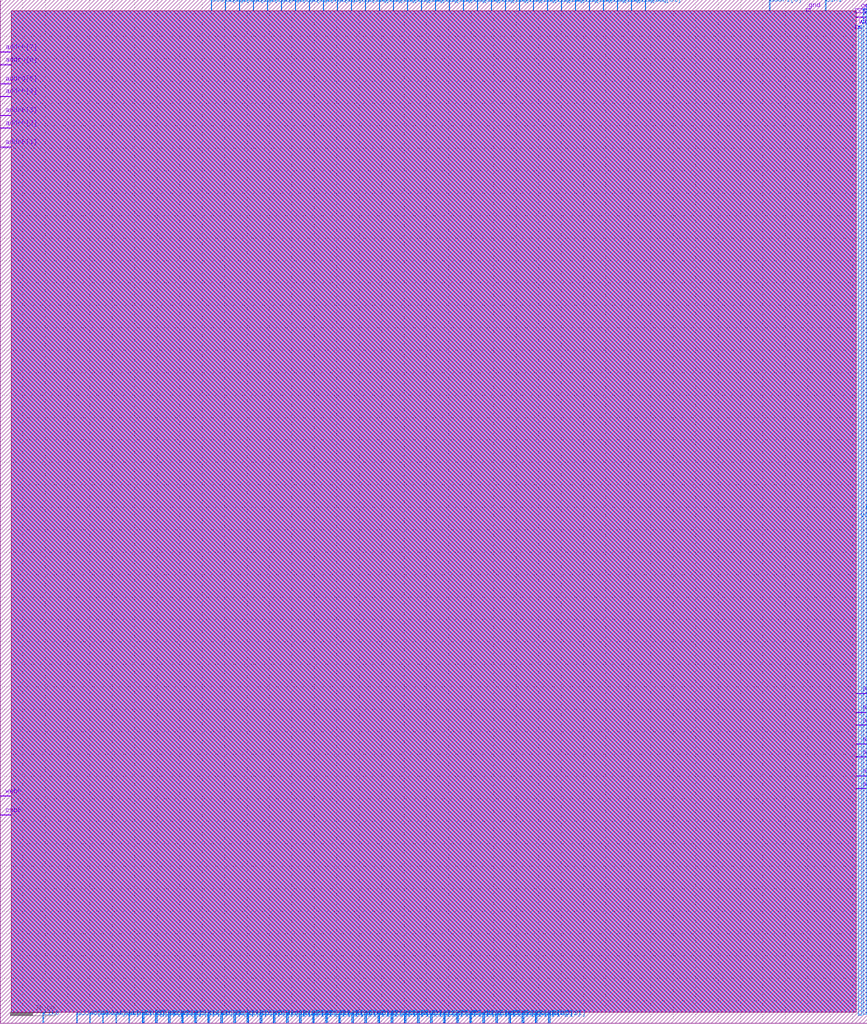
<source format=lef>
# Copyright 2020 The SkyWater PDK Authors
#
# Licensed under the Apache License, Version 2.0 (the "License");
# you may not use this file except in compliance with the License.
# You may obtain a copy of the License at
#
#     https://www.apache.org/licenses/LICENSE-2.0
#
# Unless required by applicable law or agreed to in writing, software
# distributed under the License is distributed on an "AS IS" BASIS,
# WITHOUT WARRANTIES OR CONDITIONS OF ANY KIND, either express or implied.
# See the License for the specific language governing permissions and
# limitations under the License.
#
# SPDX-License-Identifier: Apache-2.0

VERSION 5.7 ;

BUSBITCHARS "[]" ;
DIVIDERCHAR "/" ;

UNITS
  TIME NANOSECONDS 1 ;
  CAPACITANCE PICOFARADS 1 ;
  RESISTANCE OHMS 1 ;
  DATABASE MICRONS 1000 ;
END UNITS

MANUFACTURINGGRID 0.005 ;
USEMINSPACING OBS OFF ;

PROPERTYDEFINITIONS
  LAYER LEF58_TYPE STRING ;
END PROPERTYDEFINITIONS

# High density, single height
SITE unithd
  SYMMETRY Y ;
  CLASS CORE ;
  SIZE 0.46 BY 2.72 ;
END unithd

# High density, double height
SITE unithddbl
  SYMMETRY Y ;
  CLASS CORE ;
  SIZE 0.46 BY 5.44 ;
END unithddbl

LAYER nwell
  TYPE MASTERSLICE ;
  PROPERTY LEF58_TYPE "TYPE NWELL ;" ;
END nwell

LAYER pwell
  TYPE MASTERSLICE ;
  PROPERTY LEF58_TYPE "TYPE PWELL ;" ;
END pwell

LAYER li1
  TYPE ROUTING ;
  DIRECTION VERTICAL ;

  PITCH 0.46 0.34 ;
  OFFSET 0.23 0.17 ;

  WIDTH 0.17 ;          # LI 1
  # SPACING  0.17 ;     # LI 2
  SPACINGTABLE
     PARALLELRUNLENGTH 0
     WIDTH 0 0.17 ;
  AREA 0.0561 ;         # LI 6
  THICKNESS 0.1 ;
  EDGECAPACITANCE 40.697E-6 ;
  CAPACITANCE CPERSQDIST 36.9866E-6 ;
  RESISTANCE RPERSQ 12.8 ;

  ANTENNAMODEL OXIDE1 ;
  ANTENNADIFFSIDEAREARATIO PWL ( ( 0 75 ) ( 0.0125 75 ) ( 0.0225 85.125 ) ( 22.5 10200 ) ) ;
END li1

LAYER mcon
  TYPE CUT ;

  WIDTH 0.17 ;                # Mcon 1
  SPACING 0.19 ;              # Mcon 2
  ENCLOSURE BELOW 0 0 ;       # Mcon 4
  ENCLOSURE ABOVE 0.03 0.06 ; # Met1 4 / Met1 5
  RESISTANCE 9.30 ;

  ANTENNADIFFAREARATIO PWL ( ( 0 3 ) ( 0.0125 3 ) ( 0.0225 3.405 ) ( 22.5 408 ) ) ;
  DCCURRENTDENSITY AVERAGE 0.36 ; # mA per via Iavg_max at Tj = 90oC

END mcon

LAYER met1
  TYPE ROUTING ;
  DIRECTION HORIZONTAL ;

  PITCH 0.34 ;
  OFFSET 0.17 ;

  WIDTH 0.14 ;                     # Met1 1
  # SPACING 0.14 ;                 # Met1 2
  # SPACING 0.28 RANGE 3.001 100 ; # Met1 3b
  SPACINGTABLE
     PARALLELRUNLENGTH 0
     WIDTH 0 0.14
     WIDTH 3 0.28 ;
  AREA 0.083 ;                     # Met1 6
  THICKNESS 0.35 ;
  MINENCLOSEDAREA 0.14 ;

  ANTENNAMODEL OXIDE1 ;
  ANTENNADIFFSIDEAREARATIO PWL ( ( 0 400 ) ( 0.0125 400 ) ( 0.0225 2609 ) ( 22.5 11600 ) ) ;

  EDGECAPACITANCE 40.567E-6 ;
  CAPACITANCE CPERSQDIST 25.7784E-6 ;
  DCCURRENTDENSITY AVERAGE 2.8 ; # mA/um Iavg_max at Tj = 90oC
  ACCURRENTDENSITY RMS 6.1 ; # mA/um Irms_max at Tj = 90oC
  MAXIMUMDENSITY 70 ;
  DENSITYCHECKWINDOW 700 700 ;
  DENSITYCHECKSTEP 70 ;

  RESISTANCE RPERSQ 0.125 ;
END met1

LAYER via
  TYPE CUT ;
  WIDTH 0.15 ;                  # Via 1a
  SPACING 0.17 ;                # Via 2
  ENCLOSURE BELOW 0.055 0.085 ; # Via 4a / Via 5a
  ENCLOSURE ABOVE 0.055 0.085 ; # Met2 4 / Met2 5
  RESISTANCE 4.50 ;

  ANTENNADIFFAREARATIO PWL ( ( 0 6 ) ( 0.0125 6 ) ( 0.0225 6.81 ) ( 22.5 816 ) ) ;
  DCCURRENTDENSITY AVERAGE 0.29 ; # mA per via Iavg_max at Tj = 90oC
END via

LAYER met2
  TYPE ROUTING ;
  DIRECTION VERTICAL ;

  PITCH 0.46 ;
  OFFSET 0.23 ;

  WIDTH 0.14 ;                        # Met2 1
  # SPACING  0.14 ;                   # Met2 2
  # SPACING  0.28 RANGE 3.001 100 ;   # Met2 3b
  SPACINGTABLE
     PARALLELRUNLENGTH 0
     WIDTH 0 0.14
     WIDTH 3 0.28 ;
  AREA 0.0676 ;                       # Met2 6
  THICKNESS 0.35 ;
  MINENCLOSEDAREA 0.14 ;

  EDGECAPACITANCE 37.759E-6 ;
  CAPACITANCE CPERSQDIST 16.9423E-6 ;
  RESISTANCE RPERSQ 0.125 ;
  DCCURRENTDENSITY AVERAGE 2.8 ; # mA/um Iavg_max at Tj = 90oC
  ACCURRENTDENSITY RMS 6.1 ; # mA/um Irms_max at Tj = 90oC

  ANTENNAMODEL OXIDE1 ;
  ANTENNADIFFSIDEAREARATIO PWL ( ( 0 400 ) ( 0.0125 400 ) ( 0.0225 2609 ) ( 22.5 11600 ) ) ;

  MAXIMUMDENSITY 70 ;
  DENSITYCHECKWINDOW 700 700 ;
  DENSITYCHECKSTEP 70 ;
END met2

# ******** Layer via2, type routing, number 44 **************
LAYER via2
  TYPE CUT ;
  WIDTH 0.2 ;                   # Via2 1
  SPACING 0.2 ;                 # Via2 2
  ENCLOSURE BELOW 0.04 0.085 ;  # Via2 4
  ENCLOSURE ABOVE 0.065 0.065 ; # Met3 4
  RESISTANCE 3.41 ;
  ANTENNADIFFAREARATIO PWL ( ( 0 6 ) ( 0.0125 6 ) ( 0.0225 6.81 ) ( 22.5 816 ) ) ;
  DCCURRENTDENSITY AVERAGE 0.48 ; # mA per via Iavg_max at Tj = 90oC
END via2

LAYER met3
  TYPE ROUTING ;
  DIRECTION HORIZONTAL ;

  PITCH 0.68 ;
  OFFSET 0.34 ;

  WIDTH 0.3 ;              # Met3 1
  # SPACING 0.3 ;          # Met3 2
  SPACINGTABLE
     PARALLELRUNLENGTH 0
     WIDTH 0 0.3
     WIDTH 3 0.4 ;
  AREA 0.24 ;              # Met3 6
  THICKNESS 0.8 ;

  EDGECAPACITANCE 40.989E-6 ;
  CAPACITANCE CPERSQDIST 12.3729E-6 ;
  RESISTANCE RPERSQ 0.047 ;
  DCCURRENTDENSITY AVERAGE 6.8 ; # mA/um Iavg_max at Tj = 90oC
  ACCURRENTDENSITY RMS 14.9 ; # mA/um Irms_max at Tj = 90oC

  ANTENNAMODEL OXIDE1 ;
  ANTENNADIFFSIDEAREARATIO PWL ( ( 0 400 ) ( 0.0125 400 ) ( 0.0225 2609 ) ( 22.5 11600 ) ) ;

  MAXIMUMDENSITY 70 ;
  DENSITYCHECKWINDOW 700 700 ;
  DENSITYCHECKSTEP 70 ;
END met3

LAYER via3
  TYPE CUT ;
  WIDTH 0.2 ;                   # Via3 1
  SPACING 0.2 ;                 # Via3 2
  ENCLOSURE BELOW 0.06 0.09 ;   # Via3 4 / Via3 5
  ENCLOSURE ABOVE 0.065 0.065 ; # Met4 3
  RESISTANCE 3.41 ;
  ANTENNADIFFAREARATIO PWL ( ( 0 6 ) ( 0.0125 6 ) ( 0.0225 6.81 ) ( 22.5 816 ) ) ;
  DCCURRENTDENSITY AVERAGE 0.48 ; # mA per via Iavg_max at Tj = 90oC
END via3

LAYER met4
  TYPE ROUTING ;
  DIRECTION VERTICAL ;

  PITCH 0.92 ;
  OFFSET 0.46 ;

  WIDTH 0.3 ;             # Met4 1
  # SPACING  0.3 ;             # Met4 2
  SPACINGTABLE
     PARALLELRUNLENGTH 0
     WIDTH 0 0.3
     WIDTH 3 0.4 ;
  AREA 0.24 ;            # Met4 4a

  THICKNESS 0.8 ;

  EDGECAPACITANCE 36.676E-6 ;
  CAPACITANCE CPERSQDIST 8.41537E-6 ;
  RESISTANCE RPERSQ 0.047 ;
  DCCURRENTDENSITY AVERAGE 6.8 ; # mA/um Iavg_max at Tj = 90oC
  ACCURRENTDENSITY RMS 14.9 ; # mA/um Irms_max at Tj = 90oC

  ANTENNAMODEL OXIDE1 ;
  ANTENNADIFFSIDEAREARATIO PWL ( ( 0 400 ) ( 0.0125 400 ) ( 0.0225 2609 ) ( 22.5 11600 ) ) ;

  MAXIMUMDENSITY 70 ;
  DENSITYCHECKWINDOW 700 700 ;
  DENSITYCHECKSTEP 70 ;
END met4

LAYER via4
  TYPE CUT ;

  WIDTH 0.8 ;                 # Via4 1
  SPACING 0.8 ;               # Via4 2
  ENCLOSURE BELOW 0.19 0.19 ; # Via4 4
  ENCLOSURE ABOVE 0.31 0.31 ; # Met5 3
  RESISTANCE 0.38 ;
  ANTENNADIFFAREARATIO PWL ( ( 0 6 ) ( 0.0125 6 ) ( 0.0225 6.81 ) ( 22.5 816 ) ) ;
  DCCURRENTDENSITY AVERAGE 2.49 ; # mA per via Iavg_max at Tj = 90oC
END via4

LAYER met5
  TYPE ROUTING ;
  DIRECTION HORIZONTAL ;

  PITCH 3.4 ;
  OFFSET 1.7 ;

  WIDTH 1.6 ;            # Met5 1
  #SPACING  1.6 ;        # Met5 2
  SPACINGTABLE
     PARALLELRUNLENGTH 0
     WIDTH 0 1.6 ;
  AREA 4 ;               # Met5 4

  THICKNESS 1.2 ;

  EDGECAPACITANCE 38.851E-6 ;
  CAPACITANCE CPERSQDIST 6.32063E-6 ;
  RESISTANCE RPERSQ 0.0285 ;
  DCCURRENTDENSITY AVERAGE 10.17 ; # mA/um Iavg_max at Tj = 90oC
  ACCURRENTDENSITY RMS 22.34 ; # mA/um Irms_max at Tj = 90oC

  ANTENNAMODEL OXIDE1 ;
  ANTENNADIFFSIDEAREARATIO PWL ( ( 0 400 ) ( 0.0125 400 ) ( 0.0225 2609 ) ( 22.5 11600 ) ) ;
END met5


### Routing via cells section   ###
# Plus via rule, metals are along the prefered direction
VIA L1M1_PR DEFAULT
  LAYER mcon ;
  RECT -0.085 -0.085 0.085 0.085 ;
  LAYER li1 ;
  RECT -0.085 -0.085 0.085 0.085 ;
  LAYER met1 ;
  RECT -0.145 -0.115 0.145 0.115 ;
END L1M1_PR

VIARULE L1M1_PR GENERATE
  LAYER li1 ;
  ENCLOSURE 0 0 ;
  LAYER met1 ;
  ENCLOSURE 0.06 0.03 ;
  LAYER mcon ;
  RECT -0.085 -0.085 0.085 0.085 ;
  SPACING 0.36 BY 0.36 ;
END L1M1_PR

# Plus via rule, metals are along the non prefered direction
VIA L1M1_PR_R DEFAULT
  LAYER mcon ;
  RECT -0.085 -0.085 0.085 0.085 ;
  LAYER li1 ;
  RECT -0.085 -0.085 0.085 0.085 ;
  LAYER met1 ;
  RECT -0.115 -0.145 0.115 0.145 ;
END L1M1_PR_R

VIARULE L1M1_PR_R GENERATE
  LAYER li1 ;
  ENCLOSURE 0 0 ;
  LAYER met1 ;
  ENCLOSURE 0.03 0.06 ;
  LAYER mcon ;
  RECT -0.085 -0.085 0.085 0.085 ;
  SPACING 0.36 BY 0.36 ;
END L1M1_PR_R

# Minus via rule, lower layer metal is along prefered direction
VIA L1M1_PR_M DEFAULT
  LAYER mcon ;
  RECT -0.085 -0.085 0.085 0.085 ;
  LAYER li1 ;
  RECT -0.085 -0.085 0.085 0.085 ;
  LAYER met1 ;
  RECT -0.115 -0.145 0.115 0.145 ;
END L1M1_PR_M

VIARULE L1M1_PR_M GENERATE
  LAYER li1 ;
  ENCLOSURE 0 0 ;
  LAYER met1 ;
  ENCLOSURE 0.03 0.06 ;
  LAYER mcon ;
  RECT -0.085 -0.085 0.085 0.085 ;
  SPACING 0.36 BY 0.36 ;
END L1M1_PR_M

# Minus via rule, upper layer metal is along prefered direction
VIA L1M1_PR_MR DEFAULT
  LAYER mcon ;
  RECT -0.085 -0.085 0.085 0.085 ;
  LAYER li1 ;
  RECT -0.085 -0.085 0.085 0.085 ;
  LAYER met1 ;
  RECT -0.145 -0.115 0.145 0.115 ;
END L1M1_PR_MR

VIARULE L1M1_PR_MR GENERATE
  LAYER li1 ;
  ENCLOSURE 0 0 ;
  LAYER met1 ;
  ENCLOSURE 0.06 0.03 ;
  LAYER mcon ;
  RECT -0.085 -0.085 0.085 0.085 ;
  SPACING 0.36 BY 0.36 ;
END L1M1_PR_MR

# Centered via rule, we really do not want to use it
VIA L1M1_PR_C DEFAULT
  LAYER mcon ;
  RECT -0.085 -0.085 0.085 0.085 ;
  LAYER li1 ;
  RECT -0.085 -0.085 0.085 0.085 ;
  LAYER met1 ;
  RECT -0.145 -0.145 0.145 0.145 ;
END L1M1_PR_C

VIARULE L1M1_PR_C GENERATE
  LAYER li1 ;
  ENCLOSURE 0 0 ;
  LAYER met1 ;
  ENCLOSURE 0.06 0.06 ;
  LAYER mcon ;
  RECT -0.085 -0.085 0.085 0.085 ;
  SPACING 0.36 BY 0.36 ;
END L1M1_PR_C

# Plus via rule, metals are along the prefered direction
VIA M1M2_PR DEFAULT
  LAYER via ;
  RECT -0.075 -0.075 0.075 0.075 ;
  LAYER met1 ;
  RECT -0.16 -0.13 0.16 0.13 ;
  LAYER met2 ;
  RECT -0.13 -0.16 0.13 0.16 ;
END M1M2_PR

VIARULE M1M2_PR GENERATE
  LAYER met1 ;
  ENCLOSURE 0.085 0.055 ;
  LAYER met2 ;
  ENCLOSURE 0.055 0.085 ;
  LAYER via ;
  RECT -0.075 -0.075 0.075 0.075 ;
  SPACING 0.32 BY 0.32 ;
END M1M2_PR

# Plus via rule, metals are along the non prefered direction
VIA M1M2_PR_R DEFAULT
  LAYER via ;
  RECT -0.075 -0.075 0.075 0.075 ;
  LAYER met1 ;
  RECT -0.13 -0.16 0.13 0.16 ;
  LAYER met2 ;
  RECT -0.16 -0.13 0.16 0.13 ;
END M1M2_PR_R

VIARULE M1M2_PR_R GENERATE
  LAYER met1 ;
  ENCLOSURE 0.055 0.085 ;
  LAYER met2 ;
  ENCLOSURE 0.085 0.055 ;
  LAYER via ;
  RECT -0.075 -0.075 0.075 0.075 ;
  SPACING 0.32 BY 0.32 ;
END M1M2_PR_R

# Minus via rule, lower layer metal is along prefered direction
VIA M1M2_PR_M DEFAULT
  LAYER via ;
  RECT -0.075 -0.075 0.075 0.075 ;
  LAYER met1 ;
  RECT -0.16 -0.13 0.16 0.13 ;
  LAYER met2 ;
  RECT -0.16 -0.13 0.16 0.13 ;
END M1M2_PR_M

VIARULE M1M2_PR_M GENERATE
  LAYER met1 ;
  ENCLOSURE 0.085 0.055 ;
  LAYER met2 ;
  ENCLOSURE 0.085 0.055 ;
  LAYER via ;
  RECT -0.075 -0.075 0.075 0.075 ;
  SPACING 0.32 BY 0.32 ;
END M1M2_PR_M

# Minus via rule, upper layer metal is along prefered direction
VIA M1M2_PR_MR DEFAULT
  LAYER via ;
  RECT -0.075 -0.075 0.075 0.075 ;
  LAYER met1 ;
  RECT -0.13 -0.16 0.13 0.16 ;
  LAYER met2 ;
  RECT -0.13 -0.16 0.13 0.16 ;
END M1M2_PR_MR

VIARULE M1M2_PR_MR GENERATE
  LAYER met1 ;
  ENCLOSURE 0.055 0.085 ;
  LAYER met2 ;
  ENCLOSURE 0.055 0.085 ;
  LAYER via ;
  RECT -0.075 -0.075 0.075 0.075 ;
  SPACING 0.32 BY 0.32 ;
END M1M2_PR_MR

# Centered via rule, we really do not want to use it
VIA M1M2_PR_C DEFAULT
  LAYER via ;
  RECT -0.075 -0.075 0.075 0.075 ;
  LAYER met1 ;
  RECT -0.16 -0.16 0.16 0.16 ;
  LAYER met2 ;
  RECT -0.16 -0.16 0.16 0.16 ;
END M1M2_PR_C

VIARULE M1M2_PR_C GENERATE
  LAYER met1 ;
  ENCLOSURE 0.085 0.085 ;
  LAYER met2 ;
  ENCLOSURE 0.085 0.085 ;
  LAYER via ;
  RECT -0.075 -0.075 0.075 0.075 ;
  SPACING 0.32 BY 0.32 ;
END M1M2_PR_C

# Plus via rule, metals are along the prefered direction
VIA M2M3_PR DEFAULT
  LAYER via2 ;
  RECT -0.1 -0.1 0.1 0.1 ;
  LAYER met2 ;
  RECT -0.14 -0.185 0.14 0.185 ;
  LAYER met3 ;
  RECT -0.165 -0.165 0.165 0.165 ;
END M2M3_PR

VIARULE M2M3_PR GENERATE
  LAYER met2 ;
  ENCLOSURE 0.04 0.085 ;
  LAYER met3 ;
  ENCLOSURE 0.065 0.065 ;
  LAYER via2 ;
  RECT -0.1 -0.1 0.1 0.1 ;
  SPACING 0.4 BY 0.4 ;
END M2M3_PR

# Plus via rule, metals are along the non prefered direction
VIA M2M3_PR_R DEFAULT
  LAYER via2 ;
  RECT -0.1 -0.1 0.1 0.1 ;
  LAYER met2 ;
  RECT -0.185 -0.14 0.185 0.14 ;
  LAYER met3 ;
  RECT -0.165 -0.165 0.165 0.165 ;
END M2M3_PR_R

VIARULE M2M3_PR_R GENERATE
  LAYER met2 ;
  ENCLOSURE 0.085 0.04 ;
  LAYER met3 ;
  ENCLOSURE 0.065 0.065 ;
  LAYER via2 ;
  RECT -0.1 -0.1 0.1 0.1 ;
  SPACING 0.4 BY 0.4 ;
END M2M3_PR_R

# Minus via rule, lower layer metal is along prefered direction
VIA M2M3_PR_M DEFAULT
  LAYER via2 ;
  RECT -0.1 -0.1 0.1 0.1 ;
  LAYER met2 ;
  RECT -0.14 -0.185 0.14 0.185 ;
  LAYER met3 ;
  RECT -0.165 -0.165 0.165 0.165 ;
END M2M3_PR_M

VIARULE M2M3_PR_M GENERATE
  LAYER met2 ;
  ENCLOSURE 0.04 0.085 ;
  LAYER met3 ;
  ENCLOSURE 0.065 0.065 ;
  LAYER via2 ;
  RECT -0.1 -0.1 0.1 0.1 ;
  SPACING 0.4 BY 0.4 ;
END M2M3_PR_M

# Minus via rule, upper layer metal is along prefered direction
VIA M2M3_PR_MR DEFAULT
  LAYER via2 ;
  RECT -0.1 -0.1 0.1 0.1 ;
  LAYER met2 ;
  RECT -0.185 -0.14 0.185 0.14 ;
  LAYER met3 ;
  RECT -0.165 -0.165 0.165 0.165 ;
END M2M3_PR_MR

VIARULE M2M3_PR_MR GENERATE
  LAYER met2 ;
  ENCLOSURE 0.085 0.04 ;
  LAYER met3 ;
  ENCLOSURE 0.065 0.065 ;
  LAYER via2 ;
  RECT -0.1 -0.1 0.1 0.1 ;
  SPACING 0.4 BY 0.4 ;
END M2M3_PR_MR

# Centered via rule, we really do not want to use it
VIA M2M3_PR_C DEFAULT
  LAYER via2 ;
  RECT -0.1 -0.1 0.1 0.1 ;
  LAYER met2 ;
  RECT -0.185 -0.185 0.185 0.185 ;
  LAYER met3 ;
  RECT -0.165 -0.165 0.165 0.165 ;
END M2M3_PR_C

VIARULE M2M3_PR_C GENERATE
  LAYER met2 ;
  ENCLOSURE 0.085 0.085 ;
  LAYER met3 ;
  ENCLOSURE 0.065 0.065 ;
  LAYER via2 ;
  RECT -0.1 -0.1 0.1 0.1 ;
  SPACING 0.4 BY 0.4 ;
END M2M3_PR_C

# Plus via rule, metals are along the prefered direction
VIA M3M4_PR DEFAULT
  LAYER via3 ;
  RECT -0.1 -0.1 0.1 0.1 ;
  LAYER met3 ;
  RECT -0.19 -0.16 0.19 0.16 ;
  LAYER met4 ;
  RECT -0.165 -0.165 0.165 0.165 ;
END M3M4_PR

VIARULE M3M4_PR GENERATE
  LAYER met3 ;
  ENCLOSURE 0.09 0.06 ;
  LAYER met4 ;
  ENCLOSURE 0.065 0.065 ;
  LAYER via3 ;
  RECT -0.1 -0.1 0.1 0.1 ;
  SPACING 0.4 BY 0.4 ;
END M3M4_PR

# Plus via rule, metals are along the non prefered direction
VIA M3M4_PR_R DEFAULT
  LAYER via3 ;
  RECT -0.1 -0.1 0.1 0.1 ;
  LAYER met3 ;
  RECT -0.16 -0.19 0.16 0.19 ;
  LAYER met4 ;
  RECT -0.165 -0.165 0.165 0.165 ;
END M3M4_PR_R

VIARULE M3M4_PR_R GENERATE
  LAYER met3 ;
  ENCLOSURE 0.06 0.09 ;
  LAYER met4 ;
  ENCLOSURE 0.065 0.065 ;
  LAYER via3 ;
  RECT -0.1 -0.1 0.1 0.1 ;
  SPACING 0.4 BY 0.4 ;
END M3M4_PR_R

# Minus via rule, lower layer metal is along prefered direction
VIA M3M4_PR_M DEFAULT
  LAYER via3 ;
  RECT -0.1 -0.1 0.1 0.1 ;
  LAYER met3 ;
  RECT -0.19 -0.16 0.19 0.16 ;
  LAYER met4 ;
  RECT -0.165 -0.165 0.165 0.165 ;
END M3M4_PR_M

VIARULE M3M4_PR_M GENERATE
  LAYER met3 ;
  ENCLOSURE 0.09 0.06 ;
  LAYER met4 ;
  ENCLOSURE 0.065 0.065 ;
  LAYER via3 ;
  RECT -0.1 -0.1 0.1 0.1 ;
  SPACING 0.4 BY 0.4 ;
END M3M4_PR_M

# Minus via rule, upper layer metal is along prefered direction
VIA M3M4_PR_MR DEFAULT
  LAYER via3 ;
  RECT -0.1 -0.1 0.1 0.1 ;
  LAYER met3 ;
  RECT -0.16 -0.19 0.16 0.19 ;
  LAYER met4 ;
  RECT -0.165 -0.165 0.165 0.165 ;
END M3M4_PR_MR

VIARULE M3M4_PR_MR GENERATE
  LAYER met3 ;
  ENCLOSURE 0.06 0.09 ;
  LAYER met4 ;
  ENCLOSURE 0.065 0.065 ;
  LAYER via3 ;
  RECT -0.1 -0.1 0.1 0.1 ;
  SPACING 0.4 BY 0.4 ;
END M3M4_PR_MR

# Centered via rule, we really do not want to use it
VIA M3M4_PR_C DEFAULT
  LAYER via3 ;
  RECT -0.1 -0.1 0.1 0.1 ;
  LAYER met3 ;
  RECT -0.19 -0.19 0.19 0.19 ;
  LAYER met4 ;
  RECT -0.165 -0.165 0.165 0.165 ;
END M3M4_PR_C

VIARULE M3M4_PR_C GENERATE
  LAYER met3 ;
  ENCLOSURE 0.09 0.09 ;
  LAYER met4 ;
  ENCLOSURE 0.065 0.065 ;
  LAYER via3 ;
  RECT -0.1 -0.1 0.1 0.1 ;
  SPACING 0.4 BY 0.4 ;
END M3M4_PR_C

# Plus via rule, metals are along the prefered direction
VIA M4M5_PR DEFAULT
  LAYER via4 ;
  RECT -0.4 -0.4 0.4 0.4 ;
  LAYER met4 ;
  RECT -0.59 -0.59 0.59 0.59 ;
  LAYER met5 ;
  RECT -0.71 -0.71 0.71 0.71 ;
END M4M5_PR

VIARULE M4M5_PR GENERATE
  LAYER met4 ;
  ENCLOSURE 0.19 0.19 ;
  LAYER met5 ;
  ENCLOSURE 0.31 0.31 ;
  LAYER via4 ;
  RECT -0.4 -0.4 0.4 0.4 ;
  SPACING 1.6 BY 1.6 ;
END M4M5_PR

# Plus via rule, metals are along the non prefered direction
VIA M4M5_PR_R DEFAULT
  LAYER via4 ;
  RECT -0.4 -0.4 0.4 0.4 ;
  LAYER met4 ;
  RECT -0.59 -0.59 0.59 0.59 ;
  LAYER met5 ;
  RECT -0.71 -0.71 0.71 0.71 ;
END M4M5_PR_R

VIARULE M4M5_PR_R GENERATE
  LAYER met4 ;
  ENCLOSURE 0.19 0.19 ;
  LAYER met5 ;
  ENCLOSURE 0.31 0.31 ;
  LAYER via4 ;
  RECT -0.4 -0.4 0.4 0.4 ;
  SPACING 1.6 BY 1.6 ;
END M4M5_PR_R

# Minus via rule, lower layer metal is along prefered direction
VIA M4M5_PR_M DEFAULT
  LAYER via4 ;
  RECT -0.4 -0.4 0.4 0.4 ;
  LAYER met4 ;
  RECT -0.59 -0.59 0.59 0.59 ;
  LAYER met5 ;
  RECT -0.71 -0.71 0.71 0.71 ;
END M4M5_PR_M

VIARULE M4M5_PR_M GENERATE
  LAYER met4 ;
  ENCLOSURE 0.19 0.19 ;
  LAYER met5 ;
  ENCLOSURE 0.31 0.31 ;
  LAYER via4 ;
  RECT -0.4 -0.4 0.4 0.4 ;
  SPACING 1.6 BY 1.6 ;
END M4M5_PR_M

# Minus via rule, upper layer metal is along prefered direction
VIA M4M5_PR_MR DEFAULT
  LAYER via4 ;
  RECT -0.4 -0.4 0.4 0.4 ;
  LAYER met4 ;
  RECT -0.59 -0.59 0.59 0.59 ;
  LAYER met5 ;
  RECT -0.71 -0.71 0.71 0.71 ;
END M4M5_PR_MR

VIARULE M4M5_PR_MR GENERATE
  LAYER met4 ;
  ENCLOSURE 0.19 0.19 ;
  LAYER met5 ;
  ENCLOSURE 0.31 0.31 ;
  LAYER via4 ;
  RECT -0.4 -0.4 0.4 0.4 ;
  SPACING 1.6 BY 1.6 ;
END M4M5_PR_MR

# Centered via rule, we really do not want to use it
VIA M4M5_PR_C DEFAULT
  LAYER via4 ;
  RECT -0.4 -0.4 0.4 0.4 ;
  LAYER met4 ;
  RECT -0.59 -0.59 0.59 0.59 ;
  LAYER met5 ;
  RECT -0.71 -0.71 0.71 0.71 ;
END M4M5_PR_C

VIARULE M4M5_PR_C GENERATE
  LAYER met4 ;
  ENCLOSURE 0.19 0.19 ;
  LAYER met5 ;
  ENCLOSURE 0.31 0.31 ;
  LAYER via4 ;
  RECT -0.4 -0.4 0.4 0.4 ;
  SPACING 1.6 BY 1.6 ;
END M4M5_PR_C
###  end of single via cells   ###


MACRO sky130_fd_sc_hd__a2bb2o_1
  CLASS CORE ;
  FOREIGN sky130_fd_sc_hd__a2bb2o_1 ;
  ORIGIN 0.000 0.000 ;
  SIZE 3.680 BY 2.720 ;
  SYMMETRY X Y R90 ;
  SITE unithd ;
  PIN A1_N
    DIRECTION INPUT ;
    USE SIGNAL ;
    ANTENNAGATEAREA 0.126000 ;
    PORT
      LAYER li1 ;
        RECT 0.910 0.995 1.240 1.615 ;
    END
  END A1_N
  PIN A2_N
    DIRECTION INPUT ;
    USE SIGNAL ;
    ANTENNAGATEAREA 0.126000 ;
    PORT
      LAYER li1 ;
        RECT 1.410 0.995 1.700 1.375 ;
    END
  END A2_N
  PIN B1
    DIRECTION INPUT ;
    USE SIGNAL ;
    ANTENNAGATEAREA 0.126000 ;
    PORT
      LAYER li1 ;
        RECT 3.280 0.765 3.540 1.655 ;
    END
  END B1
  PIN B2
    DIRECTION INPUT ;
    USE SIGNAL ;
    ANTENNAGATEAREA 0.126000 ;
    PORT
      LAYER li1 ;
        RECT 2.600 1.355 3.080 1.655 ;
        RECT 2.820 0.765 3.080 1.355 ;
    END
  END B2
  PIN VGND
    DIRECTION INOUT ;
    USE GROUND ;
    SHAPE ABUTMENT ;
    PORT
      LAYER met1 ;
        RECT 0.000 -0.240 3.680 0.240 ;
    END
  END VGND
  PIN VNB
    DIRECTION INOUT ;
    USE GROUND ;
    PORT
      LAYER pwell ;
        RECT 0.005 0.785 0.925 1.015 ;
        RECT 0.005 0.105 3.590 0.785 ;
        RECT 0.150 -0.085 0.320 0.105 ;
    END
  END VNB
  PIN VPB
    DIRECTION INOUT ;
    USE POWER ;
    PORT
      LAYER nwell ;
        RECT -0.190 1.305 3.870 2.910 ;
    END
  END VPB
  PIN VPWR
    DIRECTION INOUT ;
    USE POWER ;
    SHAPE ABUTMENT ;
    PORT
      LAYER met1 ;
        RECT 0.000 2.480 3.680 2.960 ;
    END
  END VPWR
  PIN X
    DIRECTION OUTPUT ;
    USE SIGNAL ;
    ANTENNADIFFAREA 0.429000 ;
    PORT
      LAYER li1 ;
        RECT 0.085 1.525 0.345 2.465 ;
        RECT 0.085 0.810 0.260 1.525 ;
        RECT 0.085 0.255 0.345 0.810 ;
    END
  END X
  OBS
      LAYER li1 ;
        RECT 0.000 2.635 3.680 2.805 ;
        RECT 0.515 2.235 0.845 2.635 ;
        RECT 1.990 2.370 2.245 2.465 ;
        RECT 1.105 2.200 2.245 2.370 ;
        RECT 2.415 2.255 2.745 2.425 ;
        RECT 1.105 1.975 1.275 2.200 ;
        RECT 0.515 1.805 1.275 1.975 ;
        RECT 1.990 2.065 2.245 2.200 ;
        RECT 0.515 1.325 0.685 1.805 ;
        RECT 1.540 1.715 1.710 1.905 ;
        RECT 1.990 1.895 2.400 2.065 ;
        RECT 1.540 1.545 2.060 1.715 ;
        RECT 0.430 0.995 0.685 1.325 ;
        RECT 1.890 0.825 2.060 1.545 ;
        RECT 1.180 0.655 2.060 0.825 ;
        RECT 2.230 0.870 2.400 1.895 ;
        RECT 2.575 2.005 2.745 2.255 ;
        RECT 2.915 2.175 3.165 2.635 ;
        RECT 3.335 2.005 3.515 2.465 ;
        RECT 2.575 1.835 3.515 2.005 ;
        RECT 2.230 0.700 2.580 0.870 ;
        RECT 0.515 0.085 0.945 0.530 ;
        RECT 1.180 0.255 1.350 0.655 ;
        RECT 1.520 0.085 2.240 0.485 ;
        RECT 2.410 0.255 2.580 0.700 ;
        RECT 3.155 0.085 3.555 0.595 ;
        RECT 0.000 -0.085 3.680 0.085 ;
      LAYER mcon ;
        RECT 0.145 2.635 0.315 2.805 ;
        RECT 0.605 2.635 0.775 2.805 ;
        RECT 1.065 2.635 1.235 2.805 ;
        RECT 1.525 2.635 1.695 2.805 ;
        RECT 1.985 2.635 2.155 2.805 ;
        RECT 2.445 2.635 2.615 2.805 ;
        RECT 2.905 2.635 3.075 2.805 ;
        RECT 3.365 2.635 3.535 2.805 ;
        RECT 0.145 -0.085 0.315 0.085 ;
        RECT 0.605 -0.085 0.775 0.085 ;
        RECT 1.065 -0.085 1.235 0.085 ;
        RECT 1.525 -0.085 1.695 0.085 ;
        RECT 1.985 -0.085 2.155 0.085 ;
        RECT 2.445 -0.085 2.615 0.085 ;
        RECT 2.905 -0.085 3.075 0.085 ;
        RECT 3.365 -0.085 3.535 0.085 ;
  END
END sky130_fd_sc_hd__a2bb2o_1
MACRO sky130_fd_sc_hd__a2bb2o_2
  CLASS CORE ;
  FOREIGN sky130_fd_sc_hd__a2bb2o_2 ;
  ORIGIN 0.000 0.000 ;
  SIZE 4.140 BY 2.720 ;
  SYMMETRY X Y R90 ;
  SITE unithd ;
  PIN A1_N
    DIRECTION INPUT ;
    USE SIGNAL ;
    ANTENNAGATEAREA 0.159000 ;
    PORT
      LAYER li1 ;
        RECT 1.345 0.995 1.675 1.615 ;
    END
  END A1_N
  PIN A2_N
    DIRECTION INPUT ;
    USE SIGNAL ;
    ANTENNAGATEAREA 0.159000 ;
    PORT
      LAYER li1 ;
        RECT 1.845 0.995 2.135 1.375 ;
    END
  END A2_N
  PIN B1
    DIRECTION INPUT ;
    USE SIGNAL ;
    ANTENNAGATEAREA 0.159000 ;
    PORT
      LAYER li1 ;
        RECT 3.730 0.765 3.990 1.655 ;
    END
  END B1
  PIN B2
    DIRECTION INPUT ;
    USE SIGNAL ;
    ANTENNAGATEAREA 0.159000 ;
    PORT
      LAYER li1 ;
        RECT 3.050 1.355 3.530 1.655 ;
        RECT 3.270 0.765 3.530 1.355 ;
    END
  END B2
  PIN VGND
    DIRECTION INOUT ;
    USE GROUND ;
    SHAPE ABUTMENT ;
    PORT
      LAYER met1 ;
        RECT 0.000 -0.240 4.140 0.240 ;
    END
  END VGND
  PIN VNB
    DIRECTION INOUT ;
    USE GROUND ;
    PORT
      LAYER pwell ;
        RECT 0.015 0.785 1.360 1.015 ;
        RECT 0.015 0.105 4.040 0.785 ;
        RECT 0.125 -0.085 0.295 0.105 ;
    END
  END VNB
  PIN VPB
    DIRECTION INOUT ;
    USE POWER ;
    PORT
      LAYER nwell ;
        RECT -0.190 1.305 4.330 2.910 ;
    END
  END VPB
  PIN VPWR
    DIRECTION INOUT ;
    USE POWER ;
    SHAPE ABUTMENT ;
    PORT
      LAYER met1 ;
        RECT 0.000 2.480 4.140 2.960 ;
    END
  END VPWR
  PIN X
    DIRECTION OUTPUT ;
    USE SIGNAL ;
    ANTENNADIFFAREA 0.445500 ;
    PORT
      LAYER li1 ;
        RECT 0.525 1.525 0.780 2.465 ;
        RECT 0.525 0.810 0.695 1.525 ;
        RECT 0.525 0.255 0.780 0.810 ;
    END
  END X
  OBS
      LAYER li1 ;
        RECT 0.000 2.635 4.140 2.805 ;
        RECT 0.185 1.445 0.355 2.635 ;
        RECT 0.950 2.235 1.280 2.635 ;
        RECT 2.500 2.370 2.670 2.465 ;
        RECT 1.540 2.200 2.670 2.370 ;
        RECT 2.875 2.255 3.205 2.425 ;
        RECT 1.540 1.975 1.710 2.200 ;
        RECT 0.950 1.805 1.710 1.975 ;
        RECT 2.440 2.065 2.670 2.200 ;
        RECT 0.950 1.325 1.120 1.805 ;
        RECT 1.975 1.715 2.145 1.905 ;
        RECT 2.440 1.895 2.850 2.065 ;
        RECT 1.975 1.545 2.510 1.715 ;
        RECT 0.865 0.995 1.120 1.325 ;
        RECT 0.185 0.085 0.355 0.930 ;
        RECT 2.340 0.825 2.510 1.545 ;
        RECT 1.615 0.655 2.510 0.825 ;
        RECT 2.680 0.870 2.850 1.895 ;
        RECT 3.035 2.005 3.205 2.255 ;
        RECT 3.375 2.175 3.625 2.635 ;
        RECT 3.795 2.005 3.965 2.465 ;
        RECT 3.035 1.835 3.965 2.005 ;
        RECT 2.680 0.700 3.030 0.870 ;
        RECT 0.950 0.085 1.380 0.530 ;
        RECT 1.615 0.255 1.785 0.655 ;
        RECT 1.955 0.085 2.690 0.485 ;
        RECT 2.860 0.255 3.030 0.700 ;
        RECT 3.605 0.085 4.005 0.595 ;
        RECT 0.000 -0.085 4.140 0.085 ;
      LAYER mcon ;
        RECT 0.145 2.635 0.315 2.805 ;
        RECT 0.605 2.635 0.775 2.805 ;
        RECT 1.065 2.635 1.235 2.805 ;
        RECT 1.525 2.635 1.695 2.805 ;
        RECT 1.985 2.635 2.155 2.805 ;
        RECT 2.445 2.635 2.615 2.805 ;
        RECT 2.905 2.635 3.075 2.805 ;
        RECT 3.365 2.635 3.535 2.805 ;
        RECT 3.825 2.635 3.995 2.805 ;
        RECT 0.145 -0.085 0.315 0.085 ;
        RECT 0.605 -0.085 0.775 0.085 ;
        RECT 1.065 -0.085 1.235 0.085 ;
        RECT 1.525 -0.085 1.695 0.085 ;
        RECT 1.985 -0.085 2.155 0.085 ;
        RECT 2.445 -0.085 2.615 0.085 ;
        RECT 2.905 -0.085 3.075 0.085 ;
        RECT 3.365 -0.085 3.535 0.085 ;
        RECT 3.825 -0.085 3.995 0.085 ;
  END
END sky130_fd_sc_hd__a2bb2o_2
MACRO sky130_fd_sc_hd__a2bb2o_4
  CLASS CORE ;
  FOREIGN sky130_fd_sc_hd__a2bb2o_4 ;
  ORIGIN 0.000 0.000 ;
  SIZE 7.360 BY 2.720 ;
  SYMMETRY X Y R90 ;
  SITE unithd ;
  PIN A1_N
    DIRECTION INPUT ;
    USE SIGNAL ;
    ANTENNAGATEAREA 0.495000 ;
    PORT
      LAYER li1 ;
        RECT 3.475 1.445 4.965 1.615 ;
        RECT 3.475 1.325 3.645 1.445 ;
        RECT 3.315 1.075 3.645 1.325 ;
        RECT 4.605 1.075 4.965 1.445 ;
    END
  END A1_N
  PIN A2_N
    DIRECTION INPUT ;
    USE SIGNAL ;
    ANTENNAGATEAREA 0.495000 ;
    PORT
      LAYER li1 ;
        RECT 3.815 1.075 4.435 1.275 ;
    END
  END A2_N
  PIN B1
    DIRECTION INPUT ;
    USE SIGNAL ;
    ANTENNAGATEAREA 0.495000 ;
    PORT
      LAYER li1 ;
        RECT 0.085 1.445 1.685 1.615 ;
        RECT 0.085 1.075 0.575 1.445 ;
        RECT 1.515 1.245 1.685 1.445 ;
        RECT 1.515 1.075 1.895 1.245 ;
    END
  END B1
  PIN B2
    DIRECTION INPUT ;
    USE SIGNAL ;
    ANTENNAGATEAREA 0.495000 ;
    PORT
      LAYER li1 ;
        RECT 0.805 1.075 1.345 1.275 ;
    END
  END B2
  PIN VGND
    DIRECTION INOUT ;
    USE GROUND ;
    SHAPE ABUTMENT ;
    PORT
      LAYER met1 ;
        RECT 0.000 -0.240 7.360 0.240 ;
    END
  END VGND
  PIN VNB
    DIRECTION INOUT ;
    USE GROUND ;
    PORT
      LAYER pwell ;
        RECT 0.005 0.105 6.915 1.015 ;
        RECT 0.150 -0.085 0.320 0.105 ;
    END
  END VNB
  PIN VPB
    DIRECTION INOUT ;
    USE POWER ;
    PORT
      LAYER nwell ;
        RECT -0.190 1.305 7.550 2.910 ;
    END
  END VPB
  PIN VPWR
    DIRECTION INOUT ;
    USE POWER ;
    SHAPE ABUTMENT ;
    PORT
      LAYER met1 ;
        RECT 0.000 2.480 7.360 2.960 ;
    END
  END VPWR
  PIN X
    DIRECTION OUTPUT ;
    USE SIGNAL ;
    ANTENNADIFFAREA 0.891000 ;
    PORT
      LAYER li1 ;
        RECT 5.275 1.955 5.525 2.465 ;
        RECT 6.115 1.955 6.365 2.465 ;
        RECT 5.275 1.785 6.365 1.955 ;
        RECT 6.115 1.655 6.365 1.785 ;
        RECT 6.115 1.415 6.920 1.655 ;
        RECT 6.610 0.905 6.920 1.415 ;
        RECT 5.235 0.725 6.920 0.905 ;
        RECT 5.235 0.275 5.565 0.725 ;
        RECT 6.075 0.275 6.405 0.725 ;
    END
  END X
  OBS
      LAYER li1 ;
        RECT 0.000 2.635 7.360 2.805 ;
        RECT 0.135 1.955 0.385 2.465 ;
        RECT 0.555 2.125 0.805 2.635 ;
        RECT 0.975 1.955 1.225 2.465 ;
        RECT 1.395 2.125 1.645 2.635 ;
        RECT 1.815 2.295 2.905 2.465 ;
        RECT 1.815 1.955 2.065 2.295 ;
        RECT 2.655 2.135 2.905 2.295 ;
        RECT 3.175 2.135 3.425 2.635 ;
        RECT 3.595 2.295 4.685 2.465 ;
        RECT 3.595 2.135 3.845 2.295 ;
        RECT 0.135 1.785 2.065 1.955 ;
        RECT 1.855 1.455 2.065 1.785 ;
        RECT 2.235 1.965 2.485 2.125 ;
        RECT 4.015 1.965 4.265 2.125 ;
        RECT 2.235 1.415 2.620 1.965 ;
        RECT 3.135 1.785 4.265 1.965 ;
        RECT 4.435 1.785 4.685 2.295 ;
        RECT 4.855 1.795 5.105 2.635 ;
        RECT 5.695 2.165 5.945 2.635 ;
        RECT 6.535 1.825 6.785 2.635 ;
        RECT 3.135 1.665 3.305 1.785 ;
        RECT 2.955 1.495 3.305 1.665 ;
        RECT 2.235 0.905 2.445 1.415 ;
        RECT 2.955 1.245 3.145 1.495 ;
        RECT 2.615 1.075 3.145 1.245 ;
        RECT 5.135 1.245 5.460 1.615 ;
        RECT 5.135 1.075 6.440 1.245 ;
        RECT 2.955 0.905 3.145 1.075 ;
        RECT 0.175 0.085 0.345 0.895 ;
        RECT 0.515 0.475 0.765 0.905 ;
        RECT 0.935 0.735 2.525 0.905 ;
        RECT 0.935 0.645 1.270 0.735 ;
        RECT 0.515 0.255 1.685 0.475 ;
        RECT 1.855 0.085 2.025 0.555 ;
        RECT 2.195 0.255 2.525 0.735 ;
        RECT 2.955 0.725 4.725 0.905 ;
        RECT 2.695 0.085 3.385 0.555 ;
        RECT 3.555 0.255 3.885 0.725 ;
        RECT 4.055 0.085 4.225 0.555 ;
        RECT 4.395 0.255 4.725 0.725 ;
        RECT 4.895 0.085 5.065 0.895 ;
        RECT 5.735 0.085 5.905 0.555 ;
        RECT 6.575 0.085 6.745 0.555 ;
        RECT 0.000 -0.085 7.360 0.085 ;
      LAYER mcon ;
        RECT 0.145 2.635 0.315 2.805 ;
        RECT 0.605 2.635 0.775 2.805 ;
        RECT 1.065 2.635 1.235 2.805 ;
        RECT 1.525 2.635 1.695 2.805 ;
        RECT 1.985 2.635 2.155 2.805 ;
        RECT 2.445 2.635 2.615 2.805 ;
        RECT 2.905 2.635 3.075 2.805 ;
        RECT 3.365 2.635 3.535 2.805 ;
        RECT 3.825 2.635 3.995 2.805 ;
        RECT 4.285 2.635 4.455 2.805 ;
        RECT 4.745 2.635 4.915 2.805 ;
        RECT 5.205 2.635 5.375 2.805 ;
        RECT 5.665 2.635 5.835 2.805 ;
        RECT 6.125 2.635 6.295 2.805 ;
        RECT 6.585 2.635 6.755 2.805 ;
        RECT 7.045 2.635 7.215 2.805 ;
        RECT 2.450 1.445 2.620 1.615 ;
        RECT 5.230 1.445 5.400 1.615 ;
        RECT 0.145 -0.085 0.315 0.085 ;
        RECT 0.605 -0.085 0.775 0.085 ;
        RECT 1.065 -0.085 1.235 0.085 ;
        RECT 1.525 -0.085 1.695 0.085 ;
        RECT 1.985 -0.085 2.155 0.085 ;
        RECT 2.445 -0.085 2.615 0.085 ;
        RECT 2.905 -0.085 3.075 0.085 ;
        RECT 3.365 -0.085 3.535 0.085 ;
        RECT 3.825 -0.085 3.995 0.085 ;
        RECT 4.285 -0.085 4.455 0.085 ;
        RECT 4.745 -0.085 4.915 0.085 ;
        RECT 5.205 -0.085 5.375 0.085 ;
        RECT 5.665 -0.085 5.835 0.085 ;
        RECT 6.125 -0.085 6.295 0.085 ;
        RECT 6.585 -0.085 6.755 0.085 ;
        RECT 7.045 -0.085 7.215 0.085 ;
      LAYER met1 ;
        RECT 2.390 1.600 2.680 1.645 ;
        RECT 5.170 1.600 5.460 1.645 ;
        RECT 2.390 1.460 5.460 1.600 ;
        RECT 2.390 1.415 2.680 1.460 ;
        RECT 5.170 1.415 5.460 1.460 ;
  END
END sky130_fd_sc_hd__a2bb2o_4
MACRO sky130_fd_sc_hd__a2bb2oi_1
  CLASS CORE ;
  FOREIGN sky130_fd_sc_hd__a2bb2oi_1 ;
  ORIGIN 0.000 0.000 ;
  SIZE 3.220 BY 2.720 ;
  SYMMETRY X Y R90 ;
  SITE unithd ;
  PIN A1_N
    DIRECTION INPUT ;
    USE SIGNAL ;
    ANTENNAGATEAREA 0.247500 ;
    PORT
      LAYER li1 ;
        RECT 0.150 0.995 0.520 1.615 ;
    END
  END A1_N
  PIN A2_N
    DIRECTION INPUT ;
    USE SIGNAL ;
    ANTENNAGATEAREA 0.247500 ;
    PORT
      LAYER li1 ;
        RECT 0.725 1.010 1.240 1.275 ;
    END
  END A2_N
  PIN B1
    DIRECTION INPUT ;
    USE SIGNAL ;
    ANTENNAGATEAREA 0.247500 ;
    PORT
      LAYER li1 ;
        RECT 2.780 0.995 3.070 1.615 ;
    END
  END B1
  PIN B2
    DIRECTION INPUT ;
    USE SIGNAL ;
    ANTENNAGATEAREA 0.247500 ;
    PORT
      LAYER li1 ;
        RECT 2.245 0.995 2.610 1.615 ;
        RECT 2.440 0.425 2.610 0.995 ;
    END
  END B2
  PIN VGND
    DIRECTION INOUT ;
    USE GROUND ;
    SHAPE ABUTMENT ;
    PORT
      LAYER met1 ;
        RECT 0.000 -0.240 3.220 0.240 ;
    END
  END VGND
  PIN VNB
    DIRECTION INOUT ;
    USE GROUND ;
    PORT
      LAYER pwell ;
        RECT 0.005 0.105 3.215 1.015 ;
        RECT 0.145 -0.085 0.315 0.105 ;
    END
  END VNB
  PIN VPB
    DIRECTION INOUT ;
    USE POWER ;
    PORT
      LAYER nwell ;
        RECT -0.190 1.305 3.410 2.910 ;
    END
  END VPB
  PIN VPWR
    DIRECTION INOUT ;
    USE POWER ;
    SHAPE ABUTMENT ;
    PORT
      LAYER met1 ;
        RECT 0.000 2.480 3.220 2.960 ;
    END
  END VPWR
  PIN Y
    DIRECTION OUTPUT ;
    USE SIGNAL ;
    ANTENNADIFFAREA 0.515500 ;
    PORT
      LAYER li1 ;
        RECT 1.420 1.955 1.785 2.465 ;
        RECT 1.420 1.785 1.945 1.955 ;
        RECT 1.775 0.825 1.945 1.785 ;
        RECT 1.775 0.255 2.205 0.825 ;
    END
  END Y
  OBS
      LAYER li1 ;
        RECT 0.000 2.635 3.220 2.805 ;
        RECT 0.095 1.805 0.425 2.635 ;
        RECT 0.875 1.615 1.205 2.465 ;
        RECT 1.955 2.235 2.285 2.465 ;
        RECT 2.115 1.955 2.285 2.235 ;
        RECT 2.455 2.135 2.705 2.635 ;
        RECT 2.875 1.955 3.130 2.465 ;
        RECT 2.115 1.785 3.130 1.955 ;
        RECT 0.875 1.445 1.580 1.615 ;
        RECT 1.410 0.830 1.580 1.445 ;
        RECT 0.095 0.085 0.425 0.825 ;
        RECT 0.595 0.660 1.580 0.830 ;
        RECT 0.595 0.255 0.765 0.660 ;
        RECT 0.935 0.085 1.605 0.490 ;
        RECT 2.795 0.085 3.125 0.825 ;
        RECT 0.000 -0.085 3.220 0.085 ;
      LAYER mcon ;
        RECT 0.145 2.635 0.315 2.805 ;
        RECT 0.605 2.635 0.775 2.805 ;
        RECT 1.065 2.635 1.235 2.805 ;
        RECT 1.525 2.635 1.695 2.805 ;
        RECT 1.985 2.635 2.155 2.805 ;
        RECT 2.445 2.635 2.615 2.805 ;
        RECT 2.905 2.635 3.075 2.805 ;
        RECT 0.145 -0.085 0.315 0.085 ;
        RECT 0.605 -0.085 0.775 0.085 ;
        RECT 1.065 -0.085 1.235 0.085 ;
        RECT 1.525 -0.085 1.695 0.085 ;
        RECT 1.985 -0.085 2.155 0.085 ;
        RECT 2.445 -0.085 2.615 0.085 ;
        RECT 2.905 -0.085 3.075 0.085 ;
  END
END sky130_fd_sc_hd__a2bb2oi_1
MACRO sky130_fd_sc_hd__a2bb2oi_2
  CLASS CORE ;
  FOREIGN sky130_fd_sc_hd__a2bb2oi_2 ;
  ORIGIN 0.000 0.000 ;
  SIZE 5.520 BY 2.720 ;
  SYMMETRY X Y R90 ;
  SITE unithd ;
  PIN A1_N
    DIRECTION INPUT ;
    USE SIGNAL ;
    ANTENNAGATEAREA 0.495000 ;
    PORT
      LAYER li1 ;
        RECT 3.310 1.075 4.205 1.275 ;
    END
  END A1_N
  PIN A2_N
    DIRECTION INPUT ;
    USE SIGNAL ;
    ANTENNAGATEAREA 0.495000 ;
    PORT
      LAYER li1 ;
        RECT 4.455 1.075 5.435 1.275 ;
    END
  END A2_N
  PIN B1
    DIRECTION INPUT ;
    USE SIGNAL ;
    ANTENNAGATEAREA 0.495000 ;
    PORT
      LAYER li1 ;
        RECT 0.085 1.445 2.030 1.615 ;
        RECT 0.085 1.075 0.710 1.445 ;
        RECT 1.700 1.075 2.030 1.445 ;
    END
  END B1
  PIN B2
    DIRECTION INPUT ;
    USE SIGNAL ;
    ANTENNAGATEAREA 0.495000 ;
    PORT
      LAYER li1 ;
        RECT 0.940 1.075 1.480 1.275 ;
    END
  END B2
  PIN VGND
    DIRECTION INOUT ;
    USE GROUND ;
    SHAPE ABUTMENT ;
    PORT
      LAYER met1 ;
        RECT 0.000 -0.240 5.520 0.240 ;
    END
  END VGND
  PIN VNB
    DIRECTION INOUT ;
    USE GROUND ;
    PORT
      LAYER pwell ;
        RECT 0.140 0.105 5.390 1.015 ;
        RECT 0.145 -0.085 0.315 0.105 ;
    END
  END VNB
  PIN VPB
    DIRECTION INOUT ;
    USE POWER ;
    PORT
      LAYER nwell ;
        RECT -0.190 1.305 5.710 2.910 ;
    END
  END VPB
  PIN VPWR
    DIRECTION INOUT ;
    USE POWER ;
    SHAPE ABUTMENT ;
    PORT
      LAYER met1 ;
        RECT 0.000 2.480 5.520 2.960 ;
    END
  END VPWR
  PIN Y
    DIRECTION OUTPUT ;
    USE SIGNAL ;
    ANTENNADIFFAREA 0.621000 ;
    PORT
      LAYER li1 ;
        RECT 2.370 1.660 2.620 2.125 ;
        RECT 2.370 0.905 2.660 1.660 ;
        RECT 1.070 0.725 2.660 0.905 ;
        RECT 1.070 0.645 1.400 0.725 ;
        RECT 2.330 0.255 2.660 0.725 ;
    END
  END Y
  OBS
      LAYER li1 ;
        RECT 0.000 2.635 5.520 2.805 ;
        RECT 0.270 1.955 0.520 2.465 ;
        RECT 0.690 2.135 0.940 2.635 ;
        RECT 1.110 1.955 1.360 2.465 ;
        RECT 1.530 2.135 1.780 2.635 ;
        RECT 1.950 2.295 3.040 2.465 ;
        RECT 1.950 1.955 2.200 2.295 ;
        RECT 0.270 1.785 2.200 1.955 ;
        RECT 2.790 1.795 3.040 2.295 ;
        RECT 3.310 1.965 3.560 2.465 ;
        RECT 3.730 2.135 3.980 2.635 ;
        RECT 4.150 2.295 5.240 2.465 ;
        RECT 4.150 1.965 4.400 2.295 ;
        RECT 3.310 1.785 4.400 1.965 ;
        RECT 4.570 1.615 4.820 2.125 ;
        RECT 2.950 1.445 4.820 1.615 ;
        RECT 4.990 1.455 5.240 2.295 ;
        RECT 2.950 1.325 3.120 1.445 ;
        RECT 2.830 0.995 3.120 1.325 ;
        RECT 2.950 0.905 3.120 0.995 ;
        RECT 0.310 0.085 0.480 0.895 ;
        RECT 0.650 0.475 0.900 0.895 ;
        RECT 2.950 0.725 4.860 0.905 ;
        RECT 0.650 0.255 1.820 0.475 ;
        RECT 1.990 0.085 2.160 0.555 ;
        RECT 2.830 0.085 3.520 0.555 ;
        RECT 3.690 0.255 4.020 0.725 ;
        RECT 4.190 0.085 4.360 0.555 ;
        RECT 4.530 0.255 4.860 0.725 ;
        RECT 5.030 0.085 5.200 0.905 ;
        RECT 0.000 -0.085 5.520 0.085 ;
      LAYER mcon ;
        RECT 0.145 2.635 0.315 2.805 ;
        RECT 0.605 2.635 0.775 2.805 ;
        RECT 1.065 2.635 1.235 2.805 ;
        RECT 1.525 2.635 1.695 2.805 ;
        RECT 1.985 2.635 2.155 2.805 ;
        RECT 2.445 2.635 2.615 2.805 ;
        RECT 2.905 2.635 3.075 2.805 ;
        RECT 3.365 2.635 3.535 2.805 ;
        RECT 3.825 2.635 3.995 2.805 ;
        RECT 4.285 2.635 4.455 2.805 ;
        RECT 4.745 2.635 4.915 2.805 ;
        RECT 5.205 2.635 5.375 2.805 ;
        RECT 0.145 -0.085 0.315 0.085 ;
        RECT 0.605 -0.085 0.775 0.085 ;
        RECT 1.065 -0.085 1.235 0.085 ;
        RECT 1.525 -0.085 1.695 0.085 ;
        RECT 1.985 -0.085 2.155 0.085 ;
        RECT 2.445 -0.085 2.615 0.085 ;
        RECT 2.905 -0.085 3.075 0.085 ;
        RECT 3.365 -0.085 3.535 0.085 ;
        RECT 3.825 -0.085 3.995 0.085 ;
        RECT 4.285 -0.085 4.455 0.085 ;
        RECT 4.745 -0.085 4.915 0.085 ;
        RECT 5.205 -0.085 5.375 0.085 ;
  END
END sky130_fd_sc_hd__a2bb2oi_2
MACRO sky130_fd_sc_hd__a2bb2oi_4
  CLASS CORE ;
  FOREIGN sky130_fd_sc_hd__a2bb2oi_4 ;
  ORIGIN 0.000 0.000 ;
  SIZE 9.660 BY 2.720 ;
  SYMMETRY X Y R90 ;
  SITE unithd ;
  PIN A1_N
    DIRECTION INPUT ;
    USE SIGNAL ;
    ANTENNAGATEAREA 0.990000 ;
    PORT
      LAYER li1 ;
        RECT 5.945 1.075 7.320 1.275 ;
    END
  END A1_N
  PIN A2_N
    DIRECTION INPUT ;
    USE SIGNAL ;
    ANTENNAGATEAREA 0.990000 ;
    PORT
      LAYER li1 ;
        RECT 7.595 1.075 9.045 1.275 ;
    END
  END A2_N
  PIN B1
    DIRECTION INPUT ;
    USE SIGNAL ;
    ANTENNAGATEAREA 0.990000 ;
    PORT
      LAYER li1 ;
        RECT 1.385 1.445 3.575 1.615 ;
        RECT 1.385 1.285 1.555 1.445 ;
        RECT 0.100 1.075 1.555 1.285 ;
        RECT 3.245 1.075 3.575 1.445 ;
    END
  END B1
  PIN B2
    DIRECTION INPUT ;
    USE SIGNAL ;
    ANTENNAGATEAREA 0.990000 ;
    PORT
      LAYER li1 ;
        RECT 1.725 1.075 3.075 1.275 ;
    END
  END B2
  PIN VGND
    DIRECTION INOUT ;
    USE GROUND ;
    SHAPE ABUTMENT ;
    PORT
      LAYER met1 ;
        RECT 0.000 -0.240 9.660 0.240 ;
    END
  END VGND
  PIN VNB
    DIRECTION INOUT ;
    USE GROUND ;
    PORT
      LAYER pwell ;
        RECT 0.005 0.105 9.435 1.015 ;
        RECT 0.150 -0.085 0.320 0.105 ;
    END
  END VNB
  PIN VPB
    DIRECTION INOUT ;
    USE POWER ;
    PORT
      LAYER nwell ;
        RECT -0.190 1.305 9.850 2.910 ;
    END
  END VPB
  PIN VPWR
    DIRECTION INOUT ;
    USE POWER ;
    SHAPE ABUTMENT ;
    PORT
      LAYER met1 ;
        RECT 0.000 2.480 9.660 2.960 ;
    END
  END VPWR
  PIN Y
    DIRECTION OUTPUT ;
    USE SIGNAL ;
    ANTENNADIFFAREA 1.242000 ;
    PORT
      LAYER li1 ;
        RECT 3.915 1.615 4.165 2.125 ;
        RECT 4.745 1.615 4.965 2.125 ;
        RECT 3.745 1.415 4.965 1.615 ;
        RECT 3.745 0.905 3.915 1.415 ;
        RECT 1.775 0.725 5.045 0.905 ;
        RECT 1.775 0.645 2.995 0.725 ;
        RECT 3.875 0.275 4.205 0.725 ;
        RECT 4.715 0.275 5.045 0.725 ;
    END
  END Y
  OBS
      LAYER li1 ;
        RECT 0.000 2.635 9.660 2.805 ;
        RECT 0.085 1.625 0.425 2.465 ;
        RECT 0.595 1.795 0.805 2.635 ;
        RECT 0.975 1.965 1.215 2.465 ;
        RECT 1.395 2.135 1.645 2.635 ;
        RECT 1.815 1.965 2.065 2.465 ;
        RECT 2.235 2.135 2.485 2.635 ;
        RECT 2.655 1.965 2.905 2.465 ;
        RECT 3.075 2.135 3.325 2.635 ;
        RECT 3.495 2.295 5.465 2.465 ;
        RECT 3.495 1.965 3.745 2.295 ;
        RECT 0.975 1.795 3.745 1.965 ;
        RECT 4.335 1.795 4.575 2.295 ;
        RECT 0.975 1.625 1.215 1.795 ;
        RECT 0.085 1.455 1.215 1.625 ;
        RECT 5.135 1.455 5.465 2.295 ;
        RECT 5.655 1.625 5.985 2.465 ;
        RECT 6.155 1.795 6.365 2.635 ;
        RECT 6.540 1.625 6.780 2.465 ;
        RECT 6.955 1.795 7.205 2.635 ;
        RECT 7.375 2.295 9.310 2.465 ;
        RECT 7.375 1.625 7.625 2.295 ;
        RECT 5.655 1.455 7.625 1.625 ;
        RECT 7.795 1.625 8.045 2.125 ;
        RECT 8.215 1.795 8.465 2.295 ;
        RECT 8.635 1.625 8.885 2.125 ;
        RECT 9.060 1.795 9.310 2.295 ;
        RECT 7.795 1.455 9.575 1.625 ;
        RECT 4.085 1.075 5.725 1.245 ;
        RECT 5.555 0.905 5.725 1.075 ;
        RECT 9.215 0.905 9.575 1.455 ;
        RECT 0.175 0.085 0.345 0.895 ;
        RECT 0.515 0.725 1.605 0.905 ;
        RECT 5.555 0.735 9.575 0.905 ;
        RECT 0.515 0.255 0.845 0.725 ;
        RECT 1.015 0.085 1.185 0.555 ;
        RECT 1.355 0.475 1.605 0.725 ;
        RECT 6.075 0.725 8.925 0.735 ;
        RECT 1.355 0.255 3.365 0.475 ;
        RECT 3.535 0.085 3.705 0.555 ;
        RECT 4.375 0.085 4.545 0.555 ;
        RECT 5.215 0.085 5.905 0.555 ;
        RECT 6.075 0.255 6.405 0.725 ;
        RECT 6.575 0.085 6.745 0.555 ;
        RECT 6.915 0.255 7.245 0.725 ;
        RECT 7.415 0.085 7.585 0.555 ;
        RECT 7.755 0.255 8.085 0.725 ;
        RECT 8.255 0.085 8.425 0.555 ;
        RECT 8.595 0.255 8.925 0.725 ;
        RECT 9.095 0.085 9.265 0.555 ;
        RECT 0.000 -0.085 9.660 0.085 ;
      LAYER mcon ;
        RECT 0.145 2.635 0.315 2.805 ;
        RECT 0.605 2.635 0.775 2.805 ;
        RECT 1.065 2.635 1.235 2.805 ;
        RECT 1.525 2.635 1.695 2.805 ;
        RECT 1.985 2.635 2.155 2.805 ;
        RECT 2.445 2.635 2.615 2.805 ;
        RECT 2.905 2.635 3.075 2.805 ;
        RECT 3.365 2.635 3.535 2.805 ;
        RECT 3.825 2.635 3.995 2.805 ;
        RECT 4.285 2.635 4.455 2.805 ;
        RECT 4.745 2.635 4.915 2.805 ;
        RECT 5.205 2.635 5.375 2.805 ;
        RECT 5.665 2.635 5.835 2.805 ;
        RECT 6.125 2.635 6.295 2.805 ;
        RECT 6.585 2.635 6.755 2.805 ;
        RECT 7.045 2.635 7.215 2.805 ;
        RECT 7.505 2.635 7.675 2.805 ;
        RECT 7.965 2.635 8.135 2.805 ;
        RECT 8.425 2.635 8.595 2.805 ;
        RECT 8.885 2.635 9.055 2.805 ;
        RECT 9.345 2.635 9.515 2.805 ;
        RECT 0.145 -0.085 0.315 0.085 ;
        RECT 0.605 -0.085 0.775 0.085 ;
        RECT 1.065 -0.085 1.235 0.085 ;
        RECT 1.525 -0.085 1.695 0.085 ;
        RECT 1.985 -0.085 2.155 0.085 ;
        RECT 2.445 -0.085 2.615 0.085 ;
        RECT 2.905 -0.085 3.075 0.085 ;
        RECT 3.365 -0.085 3.535 0.085 ;
        RECT 3.825 -0.085 3.995 0.085 ;
        RECT 4.285 -0.085 4.455 0.085 ;
        RECT 4.745 -0.085 4.915 0.085 ;
        RECT 5.205 -0.085 5.375 0.085 ;
        RECT 5.665 -0.085 5.835 0.085 ;
        RECT 6.125 -0.085 6.295 0.085 ;
        RECT 6.585 -0.085 6.755 0.085 ;
        RECT 7.045 -0.085 7.215 0.085 ;
        RECT 7.505 -0.085 7.675 0.085 ;
        RECT 7.965 -0.085 8.135 0.085 ;
        RECT 8.425 -0.085 8.595 0.085 ;
        RECT 8.885 -0.085 9.055 0.085 ;
        RECT 9.345 -0.085 9.515 0.085 ;
  END
END sky130_fd_sc_hd__a2bb2oi_4
MACRO sky130_fd_sc_hd__a21bo_1
  CLASS CORE ;
  FOREIGN sky130_fd_sc_hd__a21bo_1 ;
  ORIGIN 0.000 0.000 ;
  SIZE 3.680 BY 2.720 ;
  SYMMETRY X Y R90 ;
  SITE unithd ;
  PIN A1
    DIRECTION INPUT ;
    USE SIGNAL ;
    ANTENNAGATEAREA 0.247500 ;
    PORT
      LAYER li1 ;
        RECT 1.750 0.995 2.175 1.615 ;
    END
  END A1
  PIN A2
    DIRECTION INPUT ;
    USE SIGNAL ;
    ANTENNAGATEAREA 0.247500 ;
    PORT
      LAYER li1 ;
        RECT 2.370 0.995 2.630 1.615 ;
    END
  END A2
  PIN B1_N
    DIRECTION INPUT ;
    USE SIGNAL ;
    ANTENNAGATEAREA 0.126000 ;
    PORT
      LAYER li1 ;
        RECT 0.105 0.325 0.335 1.665 ;
    END
  END B1_N
  PIN VGND
    DIRECTION INOUT ;
    USE GROUND ;
    SHAPE ABUTMENT ;
    PORT
      LAYER met1 ;
        RECT 0.000 -0.240 3.680 0.240 ;
    END
  END VGND
  PIN VNB
    DIRECTION INOUT ;
    USE GROUND ;
    PORT
      LAYER pwell ;
        RECT 0.145 -0.085 0.315 0.085 ;
    END
  END VNB
  PIN VPB
    DIRECTION INOUT ;
    USE POWER ;
    PORT
      LAYER nwell ;
        RECT -0.190 1.305 3.870 2.910 ;
    END
  END VPB
  PIN VPWR
    DIRECTION INOUT ;
    USE POWER ;
    SHAPE ABUTMENT ;
    PORT
      LAYER met1 ;
        RECT 0.000 2.480 3.680 2.960 ;
    END
  END VPWR
  PIN X
    DIRECTION OUTPUT ;
    USE SIGNAL ;
    ANTENNADIFFAREA 0.429000 ;
    PORT
      LAYER li1 ;
        RECT 3.300 0.265 3.580 2.455 ;
    END
  END X
  OBS
      LAYER pwell ;
        RECT 0.850 0.785 3.675 1.015 ;
        RECT 0.345 0.105 3.675 0.785 ;
      LAYER li1 ;
        RECT 0.000 2.635 3.680 2.805 ;
        RECT 0.105 2.045 0.345 2.435 ;
        RECT 0.515 2.225 0.865 2.635 ;
        RECT 0.105 1.845 0.855 2.045 ;
        RECT 0.515 1.165 0.855 1.845 ;
        RECT 1.035 1.345 1.365 2.455 ;
        RECT 1.535 1.985 1.715 2.455 ;
        RECT 1.885 2.155 2.215 2.635 ;
        RECT 2.390 1.985 2.560 2.455 ;
        RECT 1.535 1.785 2.560 1.985 ;
        RECT 2.825 1.495 3.110 2.635 ;
        RECT 0.515 0.265 0.745 1.165 ;
        RECT 1.035 1.045 1.580 1.345 ;
        RECT 0.945 0.085 1.190 0.865 ;
        RECT 1.360 0.815 1.580 1.045 ;
        RECT 2.840 0.815 3.100 1.325 ;
        RECT 1.360 0.625 3.100 0.815 ;
        RECT 1.360 0.265 1.790 0.625 ;
        RECT 2.370 0.085 3.100 0.455 ;
        RECT 0.000 -0.085 3.680 0.085 ;
      LAYER mcon ;
        RECT 0.145 2.635 0.315 2.805 ;
        RECT 0.605 2.635 0.775 2.805 ;
        RECT 1.065 2.635 1.235 2.805 ;
        RECT 1.525 2.635 1.695 2.805 ;
        RECT 1.985 2.635 2.155 2.805 ;
        RECT 2.445 2.635 2.615 2.805 ;
        RECT 2.905 2.635 3.075 2.805 ;
        RECT 3.365 2.635 3.535 2.805 ;
        RECT 0.145 -0.085 0.315 0.085 ;
        RECT 0.605 -0.085 0.775 0.085 ;
        RECT 1.065 -0.085 1.235 0.085 ;
        RECT 1.525 -0.085 1.695 0.085 ;
        RECT 1.985 -0.085 2.155 0.085 ;
        RECT 2.445 -0.085 2.615 0.085 ;
        RECT 2.905 -0.085 3.075 0.085 ;
        RECT 3.365 -0.085 3.535 0.085 ;
  END
END sky130_fd_sc_hd__a21bo_1
MACRO sky130_fd_sc_hd__a21bo_2
  CLASS CORE ;
  FOREIGN sky130_fd_sc_hd__a21bo_2 ;
  ORIGIN 0.000 0.000 ;
  SIZE 3.680 BY 2.720 ;
  SYMMETRY X Y R90 ;
  SITE unithd ;
  PIN A1
    DIRECTION INPUT ;
    USE SIGNAL ;
    ANTENNAGATEAREA 0.247500 ;
    PORT
      LAYER li1 ;
        RECT 2.685 0.995 3.100 1.615 ;
    END
  END A1
  PIN A2
    DIRECTION INPUT ;
    USE SIGNAL ;
    ANTENNAGATEAREA 0.247500 ;
    PORT
      LAYER li1 ;
        RECT 3.270 0.995 3.560 1.615 ;
    END
  END A2
  PIN B1_N
    DIRECTION INPUT ;
    USE SIGNAL ;
    ANTENNAGATEAREA 0.126000 ;
    PORT
      LAYER li1 ;
        RECT 1.070 1.035 1.525 1.325 ;
        RECT 1.330 0.995 1.525 1.035 ;
    END
  END B1_N
  PIN VGND
    DIRECTION INOUT ;
    USE GROUND ;
    SHAPE ABUTMENT ;
    PORT
      LAYER met1 ;
        RECT 0.000 -0.240 3.680 0.240 ;
    END
  END VGND
  PIN VNB
    DIRECTION INOUT ;
    USE GROUND ;
    PORT
      LAYER pwell ;
        RECT 0.005 0.105 3.655 1.015 ;
        RECT 0.150 -0.085 0.320 0.105 ;
    END
  END VNB
  PIN VPB
    DIRECTION INOUT ;
    USE POWER ;
    PORT
      LAYER nwell ;
        RECT -0.190 1.305 3.870 2.910 ;
    END
  END VPB
  PIN VPWR
    DIRECTION INOUT ;
    USE POWER ;
    SHAPE ABUTMENT ;
    PORT
      LAYER met1 ;
        RECT 0.000 2.480 3.680 2.960 ;
    END
  END VPWR
  PIN X
    DIRECTION OUTPUT ;
    USE SIGNAL ;
    ANTENNADIFFAREA 0.462000 ;
    PORT
      LAYER li1 ;
        RECT 0.595 2.005 0.850 2.425 ;
        RECT 0.150 1.835 0.850 2.005 ;
        RECT 0.150 0.885 0.380 1.835 ;
        RECT 0.150 0.715 0.850 0.885 ;
        RECT 0.520 0.315 0.850 0.715 ;
    END
  END X
  OBS
      LAYER li1 ;
        RECT 0.000 2.635 3.680 2.805 ;
        RECT 0.090 2.255 0.425 2.635 ;
        RECT 1.040 2.275 1.370 2.635 ;
        RECT 1.975 2.105 2.225 2.465 ;
        RECT 1.115 1.895 2.225 2.105 ;
        RECT 1.115 1.665 1.285 1.895 ;
        RECT 0.570 1.495 1.285 1.665 ;
        RECT 1.455 1.555 1.865 1.725 ;
        RECT 0.570 1.075 0.900 1.495 ;
        RECT 1.695 1.325 1.865 1.555 ;
        RECT 2.055 1.675 2.225 1.895 ;
        RECT 2.395 2.015 2.725 2.465 ;
        RECT 2.895 2.185 3.065 2.635 ;
        RECT 3.235 2.015 3.565 2.465 ;
        RECT 2.395 1.845 3.565 2.015 ;
        RECT 2.055 1.505 2.515 1.675 ;
        RECT 1.695 0.995 2.175 1.325 ;
        RECT 0.090 0.085 0.345 0.545 ;
        RECT 1.020 0.085 1.220 0.865 ;
        RECT 1.695 0.825 1.865 0.995 ;
        RECT 1.455 0.655 1.865 0.825 ;
        RECT 2.345 0.825 2.515 1.505 ;
        RECT 2.345 0.635 2.740 0.825 ;
        RECT 1.975 0.085 2.305 0.465 ;
        RECT 3.235 0.085 3.565 0.825 ;
        RECT 0.000 -0.085 3.680 0.085 ;
      LAYER mcon ;
        RECT 0.145 2.635 0.315 2.805 ;
        RECT 0.605 2.635 0.775 2.805 ;
        RECT 1.065 2.635 1.235 2.805 ;
        RECT 1.525 2.635 1.695 2.805 ;
        RECT 1.985 2.635 2.155 2.805 ;
        RECT 2.445 2.635 2.615 2.805 ;
        RECT 2.905 2.635 3.075 2.805 ;
        RECT 3.365 2.635 3.535 2.805 ;
        RECT 0.145 -0.085 0.315 0.085 ;
        RECT 0.605 -0.085 0.775 0.085 ;
        RECT 1.065 -0.085 1.235 0.085 ;
        RECT 1.525 -0.085 1.695 0.085 ;
        RECT 1.985 -0.085 2.155 0.085 ;
        RECT 2.445 -0.085 2.615 0.085 ;
        RECT 2.905 -0.085 3.075 0.085 ;
        RECT 3.365 -0.085 3.535 0.085 ;
  END
END sky130_fd_sc_hd__a21bo_2
MACRO sky130_fd_sc_hd__a21bo_4
  CLASS CORE ;
  FOREIGN sky130_fd_sc_hd__a21bo_4 ;
  ORIGIN 0.000 0.000 ;
  SIZE 5.980 BY 2.720 ;
  SYMMETRY X Y R90 ;
  SITE unithd ;
  PIN A1
    DIRECTION INPUT ;
    USE SIGNAL ;
    ANTENNAGATEAREA 0.495000 ;
    PORT
      LAYER li1 ;
        RECT 4.590 1.010 4.955 1.360 ;
    END
  END A1
  PIN A2
    DIRECTION INPUT ;
    USE SIGNAL ;
    ANTENNAGATEAREA 0.495000 ;
    PORT
      LAYER li1 ;
        RECT 4.245 1.595 5.390 1.765 ;
        RECT 4.245 1.275 4.420 1.595 ;
        RECT 4.025 1.010 4.420 1.275 ;
        RECT 5.220 1.290 5.390 1.595 ;
        RECT 5.220 1.055 5.700 1.290 ;
    END
  END A2
  PIN B1_N
    DIRECTION INPUT ;
    USE SIGNAL ;
    ANTENNAGATEAREA 0.247500 ;
    PORT
      LAYER li1 ;
        RECT 0.500 1.010 0.830 1.625 ;
    END
  END B1_N
  PIN VGND
    DIRECTION INOUT ;
    USE GROUND ;
    SHAPE ABUTMENT ;
    PORT
      LAYER met1 ;
        RECT 0.000 -0.240 5.980 0.240 ;
    END
  END VGND
  PIN VNB
    DIRECTION INOUT ;
    USE GROUND ;
    PORT
      LAYER pwell ;
        RECT 0.080 0.105 5.915 1.015 ;
        RECT 0.145 -0.085 0.315 0.105 ;
    END
  END VNB
  PIN VPB
    DIRECTION INOUT ;
    USE POWER ;
    PORT
      LAYER nwell ;
        RECT -0.190 1.305 6.170 2.910 ;
    END
  END VPB
  PIN VPWR
    DIRECTION INOUT ;
    USE POWER ;
    SHAPE ABUTMENT ;
    PORT
      LAYER met1 ;
        RECT 0.000 2.480 5.980 2.960 ;
    END
  END VPWR
  PIN X
    DIRECTION OUTPUT ;
    USE SIGNAL ;
    ANTENNADIFFAREA 0.924000 ;
    PORT
      LAYER li1 ;
        RECT 1.000 1.595 2.410 1.765 ;
        RECT 1.000 0.785 1.235 1.595 ;
        RECT 1.000 0.615 2.340 0.785 ;
    END
  END X
  OBS
      LAYER li1 ;
        RECT 0.000 2.635 5.980 2.805 ;
        RECT 0.105 2.105 0.550 2.465 ;
        RECT 0.720 2.275 1.050 2.635 ;
        RECT 1.580 2.275 1.910 2.635 ;
        RECT 2.435 2.275 2.770 2.635 ;
        RECT 3.055 2.210 4.065 2.380 ;
        RECT 4.235 2.275 4.565 2.635 ;
        RECT 5.075 2.275 5.405 2.635 ;
        RECT 0.105 1.935 2.870 2.105 ;
        RECT 0.105 1.795 0.565 1.935 ;
        RECT 0.105 0.840 0.330 1.795 ;
        RECT 2.700 1.525 2.870 1.935 ;
        RECT 3.055 1.695 3.225 2.210 ;
        RECT 3.885 2.105 4.065 2.210 ;
        RECT 3.885 1.935 5.825 2.105 ;
        RECT 2.700 1.355 3.305 1.525 ;
        RECT 1.405 1.185 2.530 1.325 ;
        RECT 1.405 0.995 2.810 1.185 ;
        RECT 2.995 0.995 3.305 1.355 ;
        RECT 0.105 0.255 0.540 0.840 ;
        RECT 2.640 0.800 2.810 0.995 ;
        RECT 3.475 0.840 3.645 1.805 ;
        RECT 3.885 1.445 4.065 1.935 ;
        RECT 5.570 1.460 5.825 1.935 ;
        RECT 2.640 0.785 3.010 0.800 ;
        RECT 3.475 0.785 4.965 0.840 ;
        RECT 2.640 0.670 4.965 0.785 ;
        RECT 2.640 0.615 3.645 0.670 ;
        RECT 0.710 0.085 1.050 0.445 ;
        RECT 1.580 0.085 1.910 0.445 ;
        RECT 2.515 0.085 3.285 0.445 ;
        RECT 3.475 0.255 3.645 0.615 ;
        RECT 3.855 0.085 4.185 0.445 ;
        RECT 4.685 0.405 4.965 0.670 ;
        RECT 5.545 0.085 5.825 0.885 ;
        RECT 0.000 -0.085 5.980 0.085 ;
      LAYER mcon ;
        RECT 0.145 2.635 0.315 2.805 ;
        RECT 0.605 2.635 0.775 2.805 ;
        RECT 1.065 2.635 1.235 2.805 ;
        RECT 1.525 2.635 1.695 2.805 ;
        RECT 1.985 2.635 2.155 2.805 ;
        RECT 2.445 2.635 2.615 2.805 ;
        RECT 2.905 2.635 3.075 2.805 ;
        RECT 3.365 2.635 3.535 2.805 ;
        RECT 3.825 2.635 3.995 2.805 ;
        RECT 4.285 2.635 4.455 2.805 ;
        RECT 4.745 2.635 4.915 2.805 ;
        RECT 5.205 2.635 5.375 2.805 ;
        RECT 5.665 2.635 5.835 2.805 ;
        RECT 0.145 -0.085 0.315 0.085 ;
        RECT 0.605 -0.085 0.775 0.085 ;
        RECT 1.065 -0.085 1.235 0.085 ;
        RECT 1.525 -0.085 1.695 0.085 ;
        RECT 1.985 -0.085 2.155 0.085 ;
        RECT 2.445 -0.085 2.615 0.085 ;
        RECT 2.905 -0.085 3.075 0.085 ;
        RECT 3.365 -0.085 3.535 0.085 ;
        RECT 3.825 -0.085 3.995 0.085 ;
        RECT 4.285 -0.085 4.455 0.085 ;
        RECT 4.745 -0.085 4.915 0.085 ;
        RECT 5.205 -0.085 5.375 0.085 ;
        RECT 5.665 -0.085 5.835 0.085 ;
  END
END sky130_fd_sc_hd__a21bo_4
MACRO sky130_fd_sc_hd__a21boi_0
  CLASS CORE ;
  FOREIGN sky130_fd_sc_hd__a21boi_0 ;
  ORIGIN 0.000 0.000 ;
  SIZE 2.760 BY 2.720 ;
  SYMMETRY X Y R90 ;
  SITE unithd ;
  PIN A1
    DIRECTION INPUT ;
    USE SIGNAL ;
    ANTENNAGATEAREA 0.159000 ;
    PORT
      LAYER li1 ;
        RECT 1.780 0.765 2.170 1.615 ;
    END
  END A1
  PIN A2
    DIRECTION INPUT ;
    USE SIGNAL ;
    ANTENNAGATEAREA 0.159000 ;
    PORT
      LAYER li1 ;
        RECT 2.340 0.765 2.615 1.435 ;
    END
  END A2
  PIN B1_N
    DIRECTION INPUT ;
    USE SIGNAL ;
    ANTENNAGATEAREA 0.126000 ;
    PORT
      LAYER li1 ;
        RECT 0.470 1.200 0.895 1.955 ;
    END
  END B1_N
  PIN VGND
    DIRECTION INOUT ;
    USE GROUND ;
    SHAPE ABUTMENT ;
    PORT
      LAYER met1 ;
        RECT 0.000 -0.240 2.760 0.240 ;
    END
  END VGND
  PIN VNB
    DIRECTION INOUT ;
    USE GROUND ;
    PORT
      LAYER pwell ;
        RECT 0.005 0.105 2.755 0.785 ;
        RECT 0.145 -0.085 0.315 0.105 ;
    END
  END VNB
  PIN VPB
    DIRECTION INOUT ;
    USE POWER ;
    PORT
      LAYER nwell ;
        RECT -0.190 1.305 2.950 2.910 ;
    END
  END VPB
  PIN VPWR
    DIRECTION INOUT ;
    USE POWER ;
    SHAPE ABUTMENT ;
    PORT
      LAYER met1 ;
        RECT 0.000 2.480 2.760 2.960 ;
    END
  END VPWR
  PIN Y
    DIRECTION OUTPUT ;
    USE SIGNAL ;
    ANTENNADIFFAREA 0.392200 ;
    PORT
      LAYER li1 ;
        RECT 1.065 1.655 1.305 2.465 ;
        RECT 1.065 1.200 1.610 1.655 ;
        RECT 1.315 0.255 1.610 1.200 ;
    END
  END Y
  OBS
      LAYER li1 ;
        RECT 0.000 2.635 2.760 2.805 ;
        RECT 0.095 2.085 0.355 2.465 ;
        RECT 0.525 2.175 0.855 2.635 ;
        RECT 0.095 1.030 0.300 2.085 ;
        RECT 1.475 2.005 1.805 2.465 ;
        RECT 1.975 2.175 2.165 2.635 ;
        RECT 2.335 2.005 2.665 2.465 ;
        RECT 1.475 1.825 2.665 2.005 ;
        RECT 0.095 0.780 1.145 1.030 ;
        RECT 0.095 0.280 0.380 0.780 ;
        RECT 0.550 0.085 1.145 0.610 ;
        RECT 2.335 0.085 2.665 0.595 ;
        RECT 0.000 -0.085 2.760 0.085 ;
      LAYER mcon ;
        RECT 0.145 2.635 0.315 2.805 ;
        RECT 0.605 2.635 0.775 2.805 ;
        RECT 1.065 2.635 1.235 2.805 ;
        RECT 1.525 2.635 1.695 2.805 ;
        RECT 1.985 2.635 2.155 2.805 ;
        RECT 2.445 2.635 2.615 2.805 ;
        RECT 0.145 -0.085 0.315 0.085 ;
        RECT 0.605 -0.085 0.775 0.085 ;
        RECT 1.065 -0.085 1.235 0.085 ;
        RECT 1.525 -0.085 1.695 0.085 ;
        RECT 1.985 -0.085 2.155 0.085 ;
        RECT 2.445 -0.085 2.615 0.085 ;
  END
END sky130_fd_sc_hd__a21boi_0
MACRO sky130_fd_sc_hd__a21boi_1
  CLASS CORE ;
  FOREIGN sky130_fd_sc_hd__a21boi_1 ;
  ORIGIN 0.000 0.000 ;
  SIZE 2.760 BY 2.720 ;
  SYMMETRY X Y R90 ;
  SITE unithd ;
  PIN A1
    DIRECTION INPUT ;
    USE SIGNAL ;
    ANTENNAGATEAREA 0.247500 ;
    PORT
      LAYER li1 ;
        RECT 1.760 0.995 2.155 1.345 ;
        RECT 1.945 0.375 2.155 0.995 ;
    END
  END A1
  PIN A2
    DIRECTION INPUT ;
    USE SIGNAL ;
    ANTENNAGATEAREA 0.247500 ;
    PORT
      LAYER li1 ;
        RECT 2.350 0.995 2.640 1.345 ;
    END
  END A2
  PIN B1_N
    DIRECTION INPUT ;
    USE SIGNAL ;
    ANTENNAGATEAREA 0.126000 ;
    PORT
      LAYER li1 ;
        RECT 0.105 0.975 0.335 1.665 ;
    END
  END B1_N
  PIN VGND
    DIRECTION INOUT ;
    USE GROUND ;
    SHAPE ABUTMENT ;
    PORT
      LAYER met1 ;
        RECT 0.000 -0.240 2.760 0.240 ;
    END
  END VGND
  PIN VNB
    DIRECTION INOUT ;
    USE GROUND ;
    PORT
      LAYER pwell ;
        RECT 0.785 0.785 2.745 1.015 ;
        RECT 0.295 0.105 2.745 0.785 ;
        RECT 0.295 0.085 0.315 0.105 ;
        RECT 0.145 -0.085 0.315 0.085 ;
    END
  END VNB
  PIN VPB
    DIRECTION INOUT ;
    USE POWER ;
    PORT
      LAYER nwell ;
        RECT -0.190 1.305 2.950 2.910 ;
    END
  END VPB
  PIN VPWR
    DIRECTION INOUT ;
    USE POWER ;
    SHAPE ABUTMENT ;
    PORT
      LAYER met1 ;
        RECT 0.000 2.480 2.760 2.960 ;
    END
  END VPWR
  PIN Y
    DIRECTION OUTPUT ;
    USE SIGNAL ;
    ANTENNADIFFAREA 0.551000 ;
    PORT
      LAYER li1 ;
        RECT 1.045 1.345 1.375 2.455 ;
        RECT 1.045 1.045 1.580 1.345 ;
        RECT 1.335 0.795 1.580 1.045 ;
        RECT 1.335 0.265 1.765 0.795 ;
    END
  END Y
  OBS
      LAYER li1 ;
        RECT 0.000 2.635 2.760 2.805 ;
        RECT 0.095 2.045 0.355 2.435 ;
        RECT 0.525 2.225 0.855 2.635 ;
        RECT 0.095 1.845 0.855 2.045 ;
        RECT 0.515 1.165 0.855 1.845 ;
        RECT 1.545 1.725 1.735 2.455 ;
        RECT 1.905 1.905 2.235 2.635 ;
        RECT 2.415 1.725 2.585 2.455 ;
        RECT 1.545 1.525 2.585 1.725 ;
        RECT 0.515 0.715 0.745 1.165 ;
        RECT 0.365 0.265 0.745 0.715 ;
        RECT 0.925 0.085 1.155 0.865 ;
        RECT 2.325 0.085 2.655 0.815 ;
        RECT 0.000 -0.085 2.760 0.085 ;
      LAYER mcon ;
        RECT 0.145 2.635 0.315 2.805 ;
        RECT 0.605 2.635 0.775 2.805 ;
        RECT 1.065 2.635 1.235 2.805 ;
        RECT 1.525 2.635 1.695 2.805 ;
        RECT 1.985 2.635 2.155 2.805 ;
        RECT 2.445 2.635 2.615 2.805 ;
        RECT 0.145 -0.085 0.315 0.085 ;
        RECT 0.605 -0.085 0.775 0.085 ;
        RECT 1.065 -0.085 1.235 0.085 ;
        RECT 1.525 -0.085 1.695 0.085 ;
        RECT 1.985 -0.085 2.155 0.085 ;
        RECT 2.445 -0.085 2.615 0.085 ;
  END
END sky130_fd_sc_hd__a21boi_1
MACRO sky130_fd_sc_hd__a21boi_2
  CLASS CORE ;
  FOREIGN sky130_fd_sc_hd__a21boi_2 ;
  ORIGIN 0.000 0.000 ;
  SIZE 4.140 BY 2.720 ;
  SYMMETRY X Y R90 ;
  SITE unithd ;
  PIN A1
    DIRECTION INPUT ;
    USE SIGNAL ;
    ANTENNAGATEAREA 0.495000 ;
    PORT
      LAYER li1 ;
        RECT 2.605 0.995 3.215 1.325 ;
    END
  END A1
  PIN A2
    DIRECTION INPUT ;
    USE SIGNAL ;
    ANTENNAGATEAREA 0.495000 ;
    PORT
      LAYER li1 ;
        RECT 2.100 1.495 3.675 1.675 ;
        RECT 2.100 1.245 2.425 1.495 ;
        RECT 2.095 1.075 2.425 1.245 ;
        RECT 3.385 1.295 3.675 1.495 ;
        RECT 3.385 1.035 3.795 1.295 ;
    END
  END A2
  PIN B1_N
    DIRECTION INPUT ;
    USE SIGNAL ;
    ANTENNAGATEAREA 0.126000 ;
    PORT
      LAYER li1 ;
        RECT 0.120 0.765 0.425 1.805 ;
    END
  END B1_N
  PIN VGND
    DIRECTION INOUT ;
    USE GROUND ;
    SHAPE ABUTMENT ;
    PORT
      LAYER met1 ;
        RECT 0.000 -0.240 4.140 0.240 ;
    END
  END VGND
  PIN VNB
    DIRECTION INOUT ;
    USE GROUND ;
    PORT
      LAYER pwell ;
        RECT 0.700 0.785 4.030 1.015 ;
        RECT 0.175 0.105 4.030 0.785 ;
        RECT 0.175 0.085 0.320 0.105 ;
        RECT 0.150 -0.085 0.320 0.085 ;
    END
  END VNB
  PIN VPB
    DIRECTION INOUT ;
    USE POWER ;
    PORT
      LAYER nwell ;
        RECT -0.190 1.305 4.330 2.910 ;
    END
  END VPB
  PIN VPWR
    DIRECTION INOUT ;
    USE POWER ;
    SHAPE ABUTMENT ;
    PORT
      LAYER met1 ;
        RECT 0.000 2.480 4.140 2.960 ;
    END
  END VPWR
  PIN Y
    DIRECTION OUTPUT ;
    USE SIGNAL ;
    ANTENNADIFFAREA 0.627500 ;
    PORT
      LAYER li1 ;
        RECT 1.520 0.785 1.715 2.115 ;
        RECT 1.520 0.615 3.060 0.785 ;
        RECT 1.520 0.255 1.720 0.615 ;
        RECT 2.730 0.255 3.060 0.615 ;
    END
  END Y
  OBS
      LAYER li1 ;
        RECT 0.000 2.635 4.140 2.805 ;
        RECT 0.095 2.080 0.425 2.635 ;
        RECT 1.045 2.285 2.215 2.465 ;
        RECT 0.595 1.285 0.855 2.265 ;
        RECT 1.045 1.795 1.350 2.285 ;
        RECT 1.885 2.025 2.215 2.285 ;
        RECT 2.385 2.195 2.555 2.635 ;
        RECT 2.810 2.105 2.980 2.465 ;
        RECT 3.160 2.275 3.490 2.635 ;
        RECT 3.660 2.105 3.920 2.465 ;
        RECT 2.810 2.025 3.920 2.105 ;
        RECT 1.885 1.855 3.920 2.025 ;
        RECT 0.595 1.070 1.325 1.285 ;
        RECT 0.595 0.530 0.795 1.070 ;
        RECT 0.265 0.360 0.795 0.530 ;
        RECT 0.985 0.085 1.225 0.885 ;
        RECT 1.940 0.085 2.270 0.445 ;
        RECT 3.635 0.085 3.930 0.865 ;
        RECT 0.000 -0.085 4.140 0.085 ;
      LAYER mcon ;
        RECT 0.145 2.635 0.315 2.805 ;
        RECT 0.605 2.635 0.775 2.805 ;
        RECT 1.065 2.635 1.235 2.805 ;
        RECT 1.525 2.635 1.695 2.805 ;
        RECT 1.985 2.635 2.155 2.805 ;
        RECT 2.445 2.635 2.615 2.805 ;
        RECT 2.905 2.635 3.075 2.805 ;
        RECT 3.365 2.635 3.535 2.805 ;
        RECT 3.825 2.635 3.995 2.805 ;
        RECT 0.145 -0.085 0.315 0.085 ;
        RECT 0.605 -0.085 0.775 0.085 ;
        RECT 1.065 -0.085 1.235 0.085 ;
        RECT 1.525 -0.085 1.695 0.085 ;
        RECT 1.985 -0.085 2.155 0.085 ;
        RECT 2.445 -0.085 2.615 0.085 ;
        RECT 2.905 -0.085 3.075 0.085 ;
        RECT 3.365 -0.085 3.535 0.085 ;
        RECT 3.825 -0.085 3.995 0.085 ;
  END
END sky130_fd_sc_hd__a21boi_2
MACRO sky130_fd_sc_hd__a21boi_4
  CLASS CORE ;
  FOREIGN sky130_fd_sc_hd__a21boi_4 ;
  ORIGIN 0.000 0.000 ;
  SIZE 6.900 BY 2.720 ;
  SYMMETRY X Y R90 ;
  SITE unithd ;
  PIN A1
    DIRECTION INPUT ;
    USE SIGNAL ;
    ANTENNAGATEAREA 0.990000 ;
    PORT
      LAYER li1 ;
        RECT 3.545 1.065 4.970 1.310 ;
    END
  END A1
  PIN A2
    DIRECTION INPUT ;
    USE SIGNAL ;
    ANTENNAGATEAREA 0.990000 ;
    PORT
      LAYER li1 ;
        RECT 3.030 1.480 6.450 1.705 ;
        RECT 3.030 1.065 3.375 1.480 ;
        RECT 5.205 1.075 6.450 1.480 ;
    END
  END A2
  PIN B1_N
    DIRECTION INPUT ;
    USE SIGNAL ;
    ANTENNAGATEAREA 0.247500 ;
    PORT
      LAYER li1 ;
        RECT 0.145 1.075 0.650 1.615 ;
        RECT 0.480 0.995 0.650 1.075 ;
    END
  END B1_N
  PIN VGND
    DIRECTION INOUT ;
    USE GROUND ;
    SHAPE ABUTMENT ;
    PORT
      LAYER met1 ;
        RECT 0.000 -0.240 6.900 0.240 ;
    END
  END VGND
  PIN VNB
    DIRECTION INOUT ;
    USE GROUND ;
    PORT
      LAYER pwell ;
        RECT 0.005 0.105 6.695 1.015 ;
        RECT 0.145 -0.085 0.315 0.105 ;
    END
  END VNB
  PIN VPB
    DIRECTION INOUT ;
    USE POWER ;
    PORT
      LAYER nwell ;
        RECT -0.190 1.305 7.090 2.910 ;
    END
  END VPB
  PIN VPWR
    DIRECTION INOUT ;
    USE POWER ;
    SHAPE ABUTMENT ;
    PORT
      LAYER met1 ;
        RECT 0.000 2.480 6.900 2.960 ;
    END
  END VPWR
  PIN Y
    DIRECTION OUTPUT ;
    USE SIGNAL ;
    ANTENNADIFFAREA 1.288000 ;
    PORT
      LAYER li1 ;
        RECT 1.560 1.705 2.725 2.035 ;
        RECT 1.560 1.585 2.860 1.705 ;
        RECT 2.570 0.895 2.860 1.585 ;
        RECT 2.570 0.865 4.885 0.895 ;
        RECT 1.275 0.695 4.885 0.865 ;
        RECT 1.275 0.615 2.325 0.695 ;
        RECT 3.255 0.675 4.885 0.695 ;
        RECT 1.275 0.370 1.465 0.615 ;
        RECT 2.135 0.255 2.325 0.615 ;
    END
  END Y
  OBS
      LAYER li1 ;
        RECT 0.000 2.635 6.900 2.805 ;
        RECT 0.125 2.005 0.455 2.465 ;
        RECT 0.625 2.175 0.885 2.635 ;
        RECT 1.160 2.215 3.095 2.465 ;
        RECT 3.265 2.275 3.595 2.635 ;
        RECT 4.125 2.275 4.455 2.635 ;
        RECT 0.125 1.785 0.990 2.005 ;
        RECT 1.160 1.795 1.355 2.215 ;
        RECT 1.935 2.205 3.095 2.215 ;
        RECT 2.895 2.105 3.095 2.205 ;
        RECT 4.625 2.105 4.815 2.465 ;
        RECT 4.985 2.275 5.315 2.635 ;
        RECT 5.485 2.105 5.665 2.465 ;
        RECT 5.845 2.275 6.175 2.635 ;
        RECT 6.345 2.105 6.605 2.465 ;
        RECT 2.895 1.875 6.605 2.105 ;
        RECT 0.820 1.345 0.990 1.785 ;
        RECT 0.820 1.035 2.400 1.345 ;
        RECT 0.820 0.795 1.105 1.035 ;
        RECT 0.090 0.615 1.105 0.795 ;
        RECT 5.055 0.735 6.175 0.905 ;
        RECT 0.090 0.255 0.445 0.615 ;
        RECT 0.720 0.085 1.105 0.445 ;
        RECT 1.635 0.085 1.965 0.445 ;
        RECT 2.495 0.085 3.085 0.525 ;
        RECT 5.055 0.505 5.315 0.735 ;
        RECT 3.265 0.255 5.315 0.505 ;
        RECT 5.485 0.085 5.675 0.565 ;
        RECT 5.845 0.255 6.175 0.735 ;
        RECT 6.345 0.085 6.605 0.885 ;
        RECT 0.000 -0.085 6.900 0.085 ;
      LAYER mcon ;
        RECT 0.145 2.635 0.315 2.805 ;
        RECT 0.605 2.635 0.775 2.805 ;
        RECT 1.065 2.635 1.235 2.805 ;
        RECT 1.525 2.635 1.695 2.805 ;
        RECT 1.985 2.635 2.155 2.805 ;
        RECT 2.445 2.635 2.615 2.805 ;
        RECT 2.905 2.635 3.075 2.805 ;
        RECT 3.365 2.635 3.535 2.805 ;
        RECT 3.825 2.635 3.995 2.805 ;
        RECT 4.285 2.635 4.455 2.805 ;
        RECT 4.745 2.635 4.915 2.805 ;
        RECT 5.205 2.635 5.375 2.805 ;
        RECT 5.665 2.635 5.835 2.805 ;
        RECT 6.125 2.635 6.295 2.805 ;
        RECT 6.585 2.635 6.755 2.805 ;
        RECT 0.145 -0.085 0.315 0.085 ;
        RECT 0.605 -0.085 0.775 0.085 ;
        RECT 1.065 -0.085 1.235 0.085 ;
        RECT 1.525 -0.085 1.695 0.085 ;
        RECT 1.985 -0.085 2.155 0.085 ;
        RECT 2.445 -0.085 2.615 0.085 ;
        RECT 2.905 -0.085 3.075 0.085 ;
        RECT 3.365 -0.085 3.535 0.085 ;
        RECT 3.825 -0.085 3.995 0.085 ;
        RECT 4.285 -0.085 4.455 0.085 ;
        RECT 4.745 -0.085 4.915 0.085 ;
        RECT 5.205 -0.085 5.375 0.085 ;
        RECT 5.665 -0.085 5.835 0.085 ;
        RECT 6.125 -0.085 6.295 0.085 ;
        RECT 6.585 -0.085 6.755 0.085 ;
  END
END sky130_fd_sc_hd__a21boi_4
MACRO sky130_fd_sc_hd__a21o_1
  CLASS CORE ;
  FOREIGN sky130_fd_sc_hd__a21o_1 ;
  ORIGIN 0.000 0.000 ;
  SIZE 2.760 BY 2.720 ;
  SYMMETRY X Y R90 ;
  SITE unithd ;
  PIN A1
    DIRECTION INPUT ;
    USE SIGNAL ;
    ANTENNAGATEAREA 0.247500 ;
    PORT
      LAYER li1 ;
        RECT 1.660 1.015 2.185 1.325 ;
        RECT 1.955 0.375 2.185 1.015 ;
    END
  END A1
  PIN A2
    DIRECTION INPUT ;
    USE SIGNAL ;
    ANTENNAGATEAREA 0.247500 ;
    PORT
      LAYER li1 ;
        RECT 2.365 0.995 2.665 1.325 ;
    END
  END A2
  PIN B1
    DIRECTION INPUT ;
    USE SIGNAL ;
    ANTENNAGATEAREA 0.247500 ;
    PORT
      LAYER li1 ;
        RECT 1.015 1.015 1.480 1.325 ;
    END
  END B1
  PIN VGND
    DIRECTION INOUT ;
    USE GROUND ;
    SHAPE ABUTMENT ;
    PORT
      LAYER met1 ;
        RECT 0.000 -0.240 2.760 0.240 ;
    END
  END VGND
  PIN VNB
    DIRECTION INOUT ;
    USE GROUND ;
    PORT
      LAYER pwell ;
        RECT 0.015 0.105 2.745 1.015 ;
        RECT 0.145 -0.085 0.315 0.105 ;
    END
  END VNB
  PIN VPB
    DIRECTION INOUT ;
    USE POWER ;
    PORT
      LAYER nwell ;
        RECT -0.190 1.305 2.950 2.910 ;
    END
  END VPB
  PIN VPWR
    DIRECTION INOUT ;
    USE POWER ;
    SHAPE ABUTMENT ;
    PORT
      LAYER met1 ;
        RECT 0.000 2.480 2.760 2.960 ;
    END
  END VPWR
  PIN X
    DIRECTION OUTPUT ;
    USE SIGNAL ;
    ANTENNADIFFAREA 0.429000 ;
    PORT
      LAYER li1 ;
        RECT 0.095 0.265 0.355 2.455 ;
    END
  END X
  OBS
      LAYER li1 ;
        RECT 0.000 2.635 2.760 2.805 ;
        RECT 0.525 1.905 0.865 2.635 ;
        RECT 1.045 1.725 1.315 2.455 ;
        RECT 0.545 1.505 1.315 1.725 ;
        RECT 1.495 1.745 1.725 2.455 ;
        RECT 1.895 1.925 2.225 2.635 ;
        RECT 2.395 1.745 2.655 2.455 ;
        RECT 1.495 1.505 2.655 1.745 ;
        RECT 0.545 0.835 0.835 1.505 ;
        RECT 0.545 0.635 1.775 0.835 ;
        RECT 0.615 0.085 1.285 0.455 ;
        RECT 1.465 0.265 1.775 0.635 ;
        RECT 2.365 0.085 2.655 0.815 ;
        RECT 0.000 -0.085 2.760 0.085 ;
      LAYER mcon ;
        RECT 0.145 2.635 0.315 2.805 ;
        RECT 0.605 2.635 0.775 2.805 ;
        RECT 1.065 2.635 1.235 2.805 ;
        RECT 1.525 2.635 1.695 2.805 ;
        RECT 1.985 2.635 2.155 2.805 ;
        RECT 2.445 2.635 2.615 2.805 ;
        RECT 0.145 -0.085 0.315 0.085 ;
        RECT 0.605 -0.085 0.775 0.085 ;
        RECT 1.065 -0.085 1.235 0.085 ;
        RECT 1.525 -0.085 1.695 0.085 ;
        RECT 1.985 -0.085 2.155 0.085 ;
        RECT 2.445 -0.085 2.615 0.085 ;
  END
END sky130_fd_sc_hd__a21o_1
MACRO sky130_fd_sc_hd__a21o_2
  CLASS CORE ;
  FOREIGN sky130_fd_sc_hd__a21o_2 ;
  ORIGIN 0.000 0.000 ;
  SIZE 3.220 BY 2.720 ;
  SYMMETRY X Y R90 ;
  SITE unithd ;
  PIN A1
    DIRECTION INPUT ;
    USE SIGNAL ;
    ANTENNAGATEAREA 0.247500 ;
    PORT
      LAYER li1 ;
        RECT 2.240 0.365 2.620 1.325 ;
    END
  END A1
  PIN A2
    DIRECTION INPUT ;
    USE SIGNAL ;
    ANTENNAGATEAREA 0.247500 ;
    PORT
      LAYER li1 ;
        RECT 2.810 0.750 3.125 1.325 ;
    END
  END A2
  PIN B1
    DIRECTION INPUT ;
    USE SIGNAL ;
    ANTENNAGATEAREA 0.247500 ;
    PORT
      LAYER li1 ;
        RECT 1.465 0.995 1.790 1.410 ;
    END
  END B1
  PIN VGND
    DIRECTION INOUT ;
    USE GROUND ;
    SHAPE ABUTMENT ;
    PORT
      LAYER met1 ;
        RECT 0.000 -0.240 3.220 0.240 ;
    END
  END VGND
  PIN VNB
    DIRECTION INOUT ;
    USE GROUND ;
    PORT
      LAYER pwell ;
        RECT 0.175 0.105 3.215 1.015 ;
        RECT 0.175 0.085 0.320 0.105 ;
        RECT 0.150 -0.085 0.320 0.085 ;
    END
  END VNB
  PIN VPB
    DIRECTION INOUT ;
    USE POWER ;
    PORT
      LAYER nwell ;
        RECT -0.190 1.305 3.410 2.910 ;
    END
  END VPB
  PIN VPWR
    DIRECTION INOUT ;
    USE POWER ;
    SHAPE ABUTMENT ;
    PORT
      LAYER met1 ;
        RECT 0.000 2.480 3.220 2.960 ;
    END
  END VPWR
  PIN X
    DIRECTION OUTPUT ;
    USE SIGNAL ;
    ANTENNADIFFAREA 0.462000 ;
    PORT
      LAYER li1 ;
        RECT 0.555 0.825 0.785 2.465 ;
        RECT 0.555 0.635 0.955 0.825 ;
        RECT 0.765 0.255 0.955 0.635 ;
    END
  END X
  OBS
      LAYER li1 ;
        RECT 0.000 2.635 3.220 2.805 ;
        RECT 0.095 1.665 0.385 2.635 ;
        RECT 0.955 2.220 1.285 2.635 ;
        RECT 1.475 1.920 1.790 2.465 ;
        RECT 0.955 1.690 1.790 1.920 ;
        RECT 1.960 1.935 2.185 2.465 ;
        RECT 2.355 2.125 2.685 2.635 ;
        RECT 2.855 1.935 3.075 2.465 ;
        RECT 0.955 0.995 1.295 1.690 ;
        RECT 1.960 1.670 3.075 1.935 ;
        RECT 1.125 0.825 1.295 0.995 ;
        RECT 1.125 0.655 1.865 0.825 ;
        RECT 0.265 0.085 0.595 0.465 ;
        RECT 1.125 0.085 1.455 0.445 ;
        RECT 1.675 0.255 1.865 0.655 ;
        RECT 2.805 0.085 3.135 0.565 ;
        RECT 0.000 -0.085 3.220 0.085 ;
      LAYER mcon ;
        RECT 0.145 2.635 0.315 2.805 ;
        RECT 0.605 2.635 0.775 2.805 ;
        RECT 1.065 2.635 1.235 2.805 ;
        RECT 1.525 2.635 1.695 2.805 ;
        RECT 1.985 2.635 2.155 2.805 ;
        RECT 2.445 2.635 2.615 2.805 ;
        RECT 2.905 2.635 3.075 2.805 ;
        RECT 0.145 -0.085 0.315 0.085 ;
        RECT 0.605 -0.085 0.775 0.085 ;
        RECT 1.065 -0.085 1.235 0.085 ;
        RECT 1.525 -0.085 1.695 0.085 ;
        RECT 1.985 -0.085 2.155 0.085 ;
        RECT 2.445 -0.085 2.615 0.085 ;
        RECT 2.905 -0.085 3.075 0.085 ;
  END
END sky130_fd_sc_hd__a21o_2
MACRO sky130_fd_sc_hd__a21o_4
  CLASS CORE ;
  FOREIGN sky130_fd_sc_hd__a21o_4 ;
  ORIGIN 0.000 0.000 ;
  SIZE 5.520 BY 2.720 ;
  SYMMETRY X Y R90 ;
  SITE unithd ;
  PIN A1
    DIRECTION INPUT ;
    USE SIGNAL ;
    ANTENNAGATEAREA 0.495000 ;
    PORT
      LAYER li1 ;
        RECT 3.990 1.010 4.515 1.275 ;
    END
  END A1
  PIN A2
    DIRECTION INPUT ;
    USE SIGNAL ;
    ANTENNAGATEAREA 0.495000 ;
    PORT
      LAYER li1 ;
        RECT 3.645 1.510 4.935 1.680 ;
        RECT 3.645 1.275 3.820 1.510 ;
        RECT 3.425 1.010 3.820 1.275 ;
        RECT 4.685 1.290 4.935 1.510 ;
        RECT 4.685 1.055 5.100 1.290 ;
    END
  END A2
  PIN B1
    DIRECTION INPUT ;
    USE SIGNAL ;
    ANTENNAGATEAREA 0.495000 ;
    PORT
      LAYER li1 ;
        RECT 2.395 0.995 2.705 1.525 ;
    END
  END B1
  PIN VGND
    DIRECTION INOUT ;
    USE GROUND ;
    SHAPE ABUTMENT ;
    PORT
      LAYER met1 ;
        RECT 0.000 -0.240 5.520 0.240 ;
    END
  END VGND
  PIN VNB
    DIRECTION INOUT ;
    USE GROUND ;
    PORT
      LAYER pwell ;
        RECT 0.005 0.105 5.315 1.015 ;
        RECT 0.145 -0.085 0.315 0.105 ;
    END
  END VNB
  PIN VPB
    DIRECTION INOUT ;
    USE POWER ;
    PORT
      LAYER nwell ;
        RECT -0.190 1.305 5.710 2.910 ;
    END
  END VPB
  PIN VPWR
    DIRECTION INOUT ;
    USE POWER ;
    SHAPE ABUTMENT ;
    PORT
      LAYER met1 ;
        RECT 0.000 2.480 5.520 2.960 ;
    END
  END VPWR
  PIN X
    DIRECTION OUTPUT ;
    USE SIGNAL ;
    ANTENNADIFFAREA 0.924000 ;
    PORT
      LAYER li1 ;
        RECT 0.625 1.755 0.795 2.185 ;
        RECT 1.485 1.755 1.735 2.185 ;
        RECT 0.145 1.585 1.735 1.755 ;
        RECT 0.145 0.785 0.630 1.585 ;
        RECT 0.145 0.615 1.735 0.785 ;
    END
  END X
  OBS
      LAYER li1 ;
        RECT 0.000 2.635 5.520 2.805 ;
        RECT 0.115 1.935 0.445 2.635 ;
        RECT 0.975 1.935 1.305 2.635 ;
        RECT 1.915 1.515 2.165 2.635 ;
        RECT 2.455 2.295 3.465 2.465 ;
        RECT 2.455 1.695 2.625 2.295 ;
        RECT 0.800 0.995 2.205 1.325 ;
        RECT 2.035 0.785 2.205 0.995 ;
        RECT 2.875 0.840 3.045 2.125 ;
        RECT 3.285 2.020 3.465 2.295 ;
        RECT 3.635 2.275 3.965 2.635 ;
        RECT 4.135 2.020 4.305 2.465 ;
        RECT 4.475 2.275 4.805 2.635 ;
        RECT 5.030 2.020 5.360 2.395 ;
        RECT 3.285 1.850 5.360 2.020 ;
        RECT 3.285 1.445 3.465 1.850 ;
        RECT 5.105 1.460 5.360 1.850 ;
        RECT 2.875 0.785 4.365 0.840 ;
        RECT 2.035 0.670 4.365 0.785 ;
        RECT 2.035 0.615 3.045 0.670 ;
        RECT 0.105 0.085 0.445 0.445 ;
        RECT 0.975 0.085 1.305 0.445 ;
        RECT 1.910 0.085 2.685 0.445 ;
        RECT 2.875 0.255 3.045 0.615 ;
        RECT 3.255 0.085 3.585 0.445 ;
        RECT 4.085 0.405 4.365 0.670 ;
        RECT 4.945 0.085 5.225 0.885 ;
        RECT 0.000 -0.085 5.520 0.085 ;
      LAYER mcon ;
        RECT 0.145 2.635 0.315 2.805 ;
        RECT 0.605 2.635 0.775 2.805 ;
        RECT 1.065 2.635 1.235 2.805 ;
        RECT 1.525 2.635 1.695 2.805 ;
        RECT 1.985 2.635 2.155 2.805 ;
        RECT 2.445 2.635 2.615 2.805 ;
        RECT 2.905 2.635 3.075 2.805 ;
        RECT 3.365 2.635 3.535 2.805 ;
        RECT 3.825 2.635 3.995 2.805 ;
        RECT 4.285 2.635 4.455 2.805 ;
        RECT 4.745 2.635 4.915 2.805 ;
        RECT 5.205 2.635 5.375 2.805 ;
        RECT 0.145 -0.085 0.315 0.085 ;
        RECT 0.605 -0.085 0.775 0.085 ;
        RECT 1.065 -0.085 1.235 0.085 ;
        RECT 1.525 -0.085 1.695 0.085 ;
        RECT 1.985 -0.085 2.155 0.085 ;
        RECT 2.445 -0.085 2.615 0.085 ;
        RECT 2.905 -0.085 3.075 0.085 ;
        RECT 3.365 -0.085 3.535 0.085 ;
        RECT 3.825 -0.085 3.995 0.085 ;
        RECT 4.285 -0.085 4.455 0.085 ;
        RECT 4.745 -0.085 4.915 0.085 ;
        RECT 5.205 -0.085 5.375 0.085 ;
  END
END sky130_fd_sc_hd__a21o_4
MACRO sky130_fd_sc_hd__a21oi_1
  CLASS CORE ;
  FOREIGN sky130_fd_sc_hd__a21oi_1 ;
  ORIGIN 0.000 0.000 ;
  SIZE 1.840 BY 2.720 ;
  SYMMETRY X Y R90 ;
  SITE unithd ;
  PIN A1
    DIRECTION INPUT ;
    USE SIGNAL ;
    ANTENNAGATEAREA 0.247500 ;
    PORT
      LAYER li1 ;
        RECT 0.850 0.995 1.265 1.325 ;
        RECT 1.035 0.375 1.265 0.995 ;
    END
  END A1
  PIN A2
    DIRECTION INPUT ;
    USE SIGNAL ;
    ANTENNAGATEAREA 0.247500 ;
    PORT
      LAYER li1 ;
        RECT 1.445 0.995 1.740 1.325 ;
    END
  END A2
  PIN B1
    DIRECTION INPUT ;
    USE SIGNAL ;
    ANTENNAGATEAREA 0.247500 ;
    PORT
      LAYER li1 ;
        RECT 0.095 0.675 0.335 1.325 ;
    END
  END B1
  PIN VGND
    DIRECTION INOUT ;
    USE GROUND ;
    SHAPE ABUTMENT ;
    PORT
      LAYER met1 ;
        RECT 0.000 -0.240 1.840 0.240 ;
    END
  END VGND
  PIN VNB
    DIRECTION INOUT ;
    USE GROUND ;
    PORT
      LAYER pwell ;
        RECT 0.020 0.105 1.835 1.015 ;
        RECT 0.145 -0.085 0.315 0.105 ;
    END
  END VNB
  PIN VPB
    DIRECTION INOUT ;
    USE POWER ;
    PORT
      LAYER nwell ;
        RECT -0.190 1.305 2.030 2.910 ;
    END
  END VPB
  PIN VPWR
    DIRECTION INOUT ;
    USE POWER ;
    SHAPE ABUTMENT ;
    PORT
      LAYER met1 ;
        RECT 0.000 2.480 1.840 2.960 ;
    END
  END VPWR
  PIN Y
    DIRECTION OUTPUT ;
    USE SIGNAL ;
    ANTENNADIFFAREA 0.447000 ;
    PORT
      LAYER li1 ;
        RECT 0.095 1.685 0.370 2.455 ;
        RECT 0.095 1.495 0.680 1.685 ;
        RECT 0.505 0.825 0.680 1.495 ;
        RECT 0.505 0.645 0.835 0.825 ;
        RECT 0.610 0.265 0.835 0.645 ;
    END
  END Y
  OBS
      LAYER li1 ;
        RECT 0.000 2.635 1.840 2.805 ;
        RECT 0.540 2.025 0.870 2.455 ;
        RECT 1.040 2.195 1.235 2.635 ;
        RECT 1.415 2.025 1.745 2.455 ;
        RECT 0.540 1.855 1.745 2.025 ;
        RECT 0.850 1.525 1.745 1.855 ;
        RECT 0.110 0.085 0.440 0.475 ;
        RECT 1.445 0.085 1.745 0.815 ;
        RECT 0.000 -0.085 1.840 0.085 ;
      LAYER mcon ;
        RECT 0.145 2.635 0.315 2.805 ;
        RECT 0.605 2.635 0.775 2.805 ;
        RECT 1.065 2.635 1.235 2.805 ;
        RECT 1.525 2.635 1.695 2.805 ;
        RECT 0.145 -0.085 0.315 0.085 ;
        RECT 0.605 -0.085 0.775 0.085 ;
        RECT 1.065 -0.085 1.235 0.085 ;
        RECT 1.525 -0.085 1.695 0.085 ;
  END
END sky130_fd_sc_hd__a21oi_1
MACRO sky130_fd_sc_hd__a21oi_2
  CLASS CORE ;
  FOREIGN sky130_fd_sc_hd__a21oi_2 ;
  ORIGIN 0.000 0.000 ;
  SIZE 3.220 BY 2.720 ;
  SYMMETRY X Y R90 ;
  SITE unithd ;
  PIN A1
    DIRECTION INPUT ;
    USE SIGNAL ;
    ANTENNAGATEAREA 0.495000 ;
    PORT
      LAYER li1 ;
        RECT 0.815 0.995 1.425 1.325 ;
    END
  END A1
  PIN A2
    DIRECTION INPUT ;
    USE SIGNAL ;
    ANTENNAGATEAREA 0.495000 ;
    PORT
      LAYER li1 ;
        RECT 0.145 1.495 1.930 1.675 ;
        RECT 0.145 1.035 0.645 1.495 ;
        RECT 1.605 1.245 1.930 1.495 ;
        RECT 1.605 1.075 1.935 1.245 ;
    END
  END A2
  PIN B1
    DIRECTION INPUT ;
    USE SIGNAL ;
    ANTENNAGATEAREA 0.495000 ;
    PORT
      LAYER li1 ;
        RECT 2.800 0.995 3.075 1.625 ;
    END
  END B1
  PIN VGND
    DIRECTION INOUT ;
    USE GROUND ;
    SHAPE ABUTMENT ;
    PORT
      LAYER met1 ;
        RECT 0.000 -0.240 3.220 0.240 ;
    END
  END VGND
  PIN VNB
    DIRECTION INOUT ;
    USE GROUND ;
    PORT
      LAYER pwell ;
        RECT 0.005 0.105 3.215 1.015 ;
        RECT 0.145 -0.085 0.315 0.105 ;
    END
  END VNB
  PIN VPB
    DIRECTION INOUT ;
    USE POWER ;
    PORT
      LAYER nwell ;
        RECT -0.190 1.305 3.410 2.910 ;
    END
  END VPB
  PIN VPWR
    DIRECTION INOUT ;
    USE POWER ;
    SHAPE ABUTMENT ;
    PORT
      LAYER met1 ;
        RECT 0.000 2.480 3.220 2.960 ;
    END
  END VPWR
  PIN Y
    DIRECTION OUTPUT ;
    USE SIGNAL ;
    ANTENNADIFFAREA 0.627500 ;
    PORT
      LAYER li1 ;
        RECT 2.315 0.785 2.615 2.115 ;
        RECT 0.955 0.615 2.615 0.785 ;
        RECT 0.955 0.255 1.300 0.615 ;
        RECT 2.295 0.255 2.615 0.615 ;
    END
  END Y
  OBS
      LAYER li1 ;
        RECT 0.000 2.635 3.220 2.805 ;
        RECT 0.110 2.105 0.370 2.465 ;
        RECT 0.540 2.275 0.870 2.635 ;
        RECT 1.050 2.105 1.220 2.465 ;
        RECT 1.475 2.195 1.645 2.635 ;
        RECT 1.815 2.285 3.090 2.465 ;
        RECT 0.110 2.025 1.220 2.105 ;
        RECT 1.815 2.025 2.145 2.285 ;
        RECT 0.110 1.855 2.145 2.025 ;
        RECT 2.785 1.795 3.090 2.285 ;
        RECT 0.100 0.085 0.395 0.865 ;
        RECT 1.760 0.085 2.090 0.445 ;
        RECT 2.795 0.085 3.125 0.825 ;
        RECT 0.000 -0.085 3.220 0.085 ;
      LAYER mcon ;
        RECT 0.145 2.635 0.315 2.805 ;
        RECT 0.605 2.635 0.775 2.805 ;
        RECT 1.065 2.635 1.235 2.805 ;
        RECT 1.525 2.635 1.695 2.805 ;
        RECT 1.985 2.635 2.155 2.805 ;
        RECT 2.445 2.635 2.615 2.805 ;
        RECT 2.905 2.635 3.075 2.805 ;
        RECT 0.145 -0.085 0.315 0.085 ;
        RECT 0.605 -0.085 0.775 0.085 ;
        RECT 1.065 -0.085 1.235 0.085 ;
        RECT 1.525 -0.085 1.695 0.085 ;
        RECT 1.985 -0.085 2.155 0.085 ;
        RECT 2.445 -0.085 2.615 0.085 ;
        RECT 2.905 -0.085 3.075 0.085 ;
  END
END sky130_fd_sc_hd__a21oi_2
MACRO sky130_fd_sc_hd__a21oi_4
  CLASS CORE ;
  FOREIGN sky130_fd_sc_hd__a21oi_4 ;
  ORIGIN 0.000 0.000 ;
  SIZE 5.980 BY 2.720 ;
  SYMMETRY X Y R90 ;
  SITE unithd ;
  PIN A1
    DIRECTION INPUT ;
    USE SIGNAL ;
    ANTENNAGATEAREA 0.990000 ;
    PORT
      LAYER li1 ;
        RECT 2.565 1.065 4.000 1.310 ;
    END
  END A1
  PIN A2
    DIRECTION INPUT ;
    USE SIGNAL ;
    ANTENNAGATEAREA 0.990000 ;
    PORT
      LAYER li1 ;
        RECT 2.050 1.480 5.470 1.705 ;
        RECT 2.050 1.065 2.395 1.480 ;
        RECT 4.225 1.075 5.470 1.480 ;
    END
  END A2
  PIN B1
    DIRECTION INPUT ;
    USE SIGNAL ;
    ANTENNAGATEAREA 0.990000 ;
    PORT
      LAYER li1 ;
        RECT 0.090 1.035 1.430 1.415 ;
        RECT 0.090 0.995 0.400 1.035 ;
    END
  END B1
  PIN VGND
    DIRECTION INOUT ;
    USE GROUND ;
    SHAPE ABUTMENT ;
    PORT
      LAYER met1 ;
        RECT 0.000 -0.240 5.980 0.240 ;
    END
  END VGND
  PIN VNB
    DIRECTION INOUT ;
    USE GROUND ;
    PORT
      LAYER pwell ;
        RECT 0.005 0.105 5.715 1.015 ;
        RECT 0.150 -0.085 0.320 0.105 ;
    END
  END VNB
  PIN VPB
    DIRECTION INOUT ;
    USE POWER ;
    PORT
      LAYER nwell ;
        RECT -0.190 1.305 6.170 2.910 ;
    END
  END VPB
  PIN VPWR
    DIRECTION INOUT ;
    USE POWER ;
    SHAPE ABUTMENT ;
    PORT
      LAYER met1 ;
        RECT 0.000 2.480 5.980 2.960 ;
    END
  END VPWR
  PIN Y
    DIRECTION OUTPUT ;
    USE SIGNAL ;
    ANTENNADIFFAREA 1.288000 ;
    PORT
      LAYER li1 ;
        RECT 0.580 1.705 1.745 2.035 ;
        RECT 0.580 1.585 1.880 1.705 ;
        RECT 1.600 0.895 1.880 1.585 ;
        RECT 1.600 0.865 3.905 0.895 ;
        RECT 0.595 0.695 3.905 0.865 ;
        RECT 0.595 0.615 1.645 0.695 ;
        RECT 2.275 0.675 3.905 0.695 ;
        RECT 0.595 0.370 0.785 0.615 ;
        RECT 1.455 0.255 1.645 0.615 ;
    END
  END Y
  OBS
      LAYER li1 ;
        RECT 0.000 2.635 5.980 2.805 ;
        RECT 0.180 2.215 2.115 2.465 ;
        RECT 2.285 2.275 2.615 2.635 ;
        RECT 0.180 1.795 0.375 2.215 ;
        RECT 0.955 2.205 2.115 2.215 ;
        RECT 1.915 2.105 2.115 2.205 ;
        RECT 2.785 2.105 2.975 2.465 ;
        RECT 3.145 2.275 3.475 2.635 ;
        RECT 3.645 2.105 3.835 2.465 ;
        RECT 4.005 2.275 4.335 2.635 ;
        RECT 4.505 2.105 4.685 2.465 ;
        RECT 4.865 2.275 5.195 2.635 ;
        RECT 5.365 2.105 5.625 2.465 ;
        RECT 1.915 1.875 5.625 2.105 ;
        RECT 0.090 0.085 0.425 0.805 ;
        RECT 4.075 0.735 5.195 0.905 ;
        RECT 0.955 0.085 1.285 0.445 ;
        RECT 1.835 0.085 2.115 0.525 ;
        RECT 4.075 0.505 4.335 0.735 ;
        RECT 2.285 0.255 4.335 0.505 ;
        RECT 4.505 0.085 4.695 0.565 ;
        RECT 4.865 0.255 5.195 0.735 ;
        RECT 5.365 0.085 5.625 0.885 ;
        RECT 0.000 -0.085 5.980 0.085 ;
      LAYER mcon ;
        RECT 0.145 2.635 0.315 2.805 ;
        RECT 0.605 2.635 0.775 2.805 ;
        RECT 1.065 2.635 1.235 2.805 ;
        RECT 1.525 2.635 1.695 2.805 ;
        RECT 1.985 2.635 2.155 2.805 ;
        RECT 2.445 2.635 2.615 2.805 ;
        RECT 2.905 2.635 3.075 2.805 ;
        RECT 3.365 2.635 3.535 2.805 ;
        RECT 3.825 2.635 3.995 2.805 ;
        RECT 4.285 2.635 4.455 2.805 ;
        RECT 4.745 2.635 4.915 2.805 ;
        RECT 5.205 2.635 5.375 2.805 ;
        RECT 5.665 2.635 5.835 2.805 ;
        RECT 0.145 -0.085 0.315 0.085 ;
        RECT 0.605 -0.085 0.775 0.085 ;
        RECT 1.065 -0.085 1.235 0.085 ;
        RECT 1.525 -0.085 1.695 0.085 ;
        RECT 1.985 -0.085 2.155 0.085 ;
        RECT 2.445 -0.085 2.615 0.085 ;
        RECT 2.905 -0.085 3.075 0.085 ;
        RECT 3.365 -0.085 3.535 0.085 ;
        RECT 3.825 -0.085 3.995 0.085 ;
        RECT 4.285 -0.085 4.455 0.085 ;
        RECT 4.745 -0.085 4.915 0.085 ;
        RECT 5.205 -0.085 5.375 0.085 ;
        RECT 5.665 -0.085 5.835 0.085 ;
  END
END sky130_fd_sc_hd__a21oi_4
MACRO sky130_fd_sc_hd__a22o_1
  CLASS CORE ;
  FOREIGN sky130_fd_sc_hd__a22o_1 ;
  ORIGIN 0.000 0.000 ;
  SIZE 3.220 BY 2.720 ;
  SYMMETRY X Y R90 ;
  SITE unithd ;
  PIN A1
    DIRECTION INPUT ;
    USE SIGNAL ;
    ANTENNAGATEAREA 0.247500 ;
    PORT
      LAYER li1 ;
        RECT 1.485 1.075 1.815 1.285 ;
        RECT 1.485 0.675 1.695 1.075 ;
    END
  END A1
  PIN A2
    DIRECTION INPUT ;
    USE SIGNAL ;
    ANTENNAGATEAREA 0.247500 ;
    PORT
      LAYER li1 ;
        RECT 1.985 1.040 2.395 1.345 ;
    END
  END A2
  PIN B1
    DIRECTION INPUT ;
    USE SIGNAL ;
    ANTENNAGATEAREA 0.247500 ;
    PORT
      LAYER li1 ;
        RECT 0.765 1.075 1.240 1.285 ;
        RECT 1.020 0.675 1.240 1.075 ;
    END
  END B1
  PIN B2
    DIRECTION INPUT ;
    USE SIGNAL ;
    ANTENNAGATEAREA 0.247500 ;
    PORT
      LAYER li1 ;
        RECT 0.085 1.075 0.575 1.275 ;
    END
  END B2
  PIN VGND
    DIRECTION INOUT ;
    USE GROUND ;
    SHAPE ABUTMENT ;
    PORT
      LAYER met1 ;
        RECT 0.000 -0.240 3.220 0.240 ;
    END
  END VGND
  PIN VNB
    DIRECTION INOUT ;
    USE GROUND ;
    PORT
      LAYER pwell ;
        RECT 0.005 0.105 3.215 1.015 ;
        RECT 0.145 -0.085 0.315 0.105 ;
    END
  END VNB
  PIN VPB
    DIRECTION INOUT ;
    USE POWER ;
    PORT
      LAYER nwell ;
        RECT -0.190 1.305 3.410 2.910 ;
    END
  END VPB
  PIN VPWR
    DIRECTION INOUT ;
    USE POWER ;
    SHAPE ABUTMENT ;
    PORT
      LAYER met1 ;
        RECT 0.000 2.480 3.220 2.960 ;
    END
  END VPWR
  PIN X
    DIRECTION OUTPUT ;
    USE SIGNAL ;
    ANTENNADIFFAREA 0.429000 ;
    PORT
      LAYER li1 ;
        RECT 2.875 1.785 3.135 2.465 ;
        RECT 2.965 0.585 3.135 1.785 ;
        RECT 2.875 0.255 3.135 0.585 ;
    END
  END X
  OBS
      LAYER li1 ;
        RECT 0.000 2.635 3.220 2.805 ;
        RECT 0.090 2.245 0.425 2.465 ;
        RECT 1.430 2.255 1.785 2.635 ;
        RECT 0.090 1.625 0.345 2.245 ;
        RECT 0.595 2.085 0.825 2.125 ;
        RECT 1.955 2.085 2.205 2.465 ;
        RECT 0.595 1.885 2.205 2.085 ;
        RECT 0.595 1.795 0.780 1.885 ;
        RECT 1.370 1.875 2.205 1.885 ;
        RECT 2.455 1.855 2.705 2.635 ;
        RECT 0.935 1.685 1.265 1.715 ;
        RECT 0.935 1.625 2.735 1.685 ;
        RECT 0.090 1.515 2.795 1.625 ;
        RECT 0.090 1.455 1.265 1.515 ;
        RECT 2.595 1.480 2.795 1.515 ;
        RECT 2.625 0.905 2.795 1.480 ;
        RECT 0.090 0.085 0.545 0.850 ;
        RECT 2.525 0.785 2.795 0.905 ;
        RECT 1.950 0.740 2.795 0.785 ;
        RECT 1.950 0.615 2.705 0.740 ;
        RECT 1.950 0.465 2.120 0.615 ;
        RECT 0.820 0.255 2.120 0.465 ;
        RECT 2.375 0.085 2.705 0.445 ;
        RECT 0.000 -0.085 3.220 0.085 ;
      LAYER mcon ;
        RECT 0.145 2.635 0.315 2.805 ;
        RECT 0.605 2.635 0.775 2.805 ;
        RECT 1.065 2.635 1.235 2.805 ;
        RECT 1.525 2.635 1.695 2.805 ;
        RECT 1.985 2.635 2.155 2.805 ;
        RECT 2.445 2.635 2.615 2.805 ;
        RECT 2.905 2.635 3.075 2.805 ;
        RECT 0.145 -0.085 0.315 0.085 ;
        RECT 0.605 -0.085 0.775 0.085 ;
        RECT 1.065 -0.085 1.235 0.085 ;
        RECT 1.525 -0.085 1.695 0.085 ;
        RECT 1.985 -0.085 2.155 0.085 ;
        RECT 2.445 -0.085 2.615 0.085 ;
        RECT 2.905 -0.085 3.075 0.085 ;
  END
END sky130_fd_sc_hd__a22o_1
MACRO sky130_fd_sc_hd__a22o_2
  CLASS CORE ;
  FOREIGN sky130_fd_sc_hd__a22o_2 ;
  ORIGIN 0.000 0.000 ;
  SIZE 3.680 BY 2.720 ;
  SYMMETRY X Y R90 ;
  SITE unithd ;
  PIN A1
    DIRECTION INPUT ;
    USE SIGNAL ;
    ANTENNAGATEAREA 0.247500 ;
    PORT
      LAYER li1 ;
        RECT 1.510 1.075 1.840 1.285 ;
        RECT 1.510 0.675 1.720 1.075 ;
    END
  END A1
  PIN A2
    DIRECTION INPUT ;
    USE SIGNAL ;
    ANTENNAGATEAREA 0.247500 ;
    PORT
      LAYER li1 ;
        RECT 2.010 1.075 2.415 1.275 ;
    END
  END A2
  PIN B1
    DIRECTION INPUT ;
    USE SIGNAL ;
    ANTENNAGATEAREA 0.247500 ;
    PORT
      LAYER li1 ;
        RECT 0.765 1.075 1.240 1.285 ;
        RECT 1.020 0.675 1.240 1.075 ;
    END
  END B1
  PIN B2
    DIRECTION INPUT ;
    USE SIGNAL ;
    ANTENNAGATEAREA 0.247500 ;
    PORT
      LAYER li1 ;
        RECT 0.090 1.075 0.575 1.275 ;
    END
  END B2
  PIN VGND
    DIRECTION INOUT ;
    USE GROUND ;
    SHAPE ABUTMENT ;
    PORT
      LAYER met1 ;
        RECT 0.000 -0.240 3.680 0.240 ;
    END
  END VGND
  PIN VNB
    DIRECTION INOUT ;
    USE GROUND ;
    PORT
      LAYER pwell ;
        RECT 0.005 0.105 3.670 1.015 ;
        RECT 0.150 -0.085 0.320 0.105 ;
    END
  END VNB
  PIN VPB
    DIRECTION INOUT ;
    USE POWER ;
    PORT
      LAYER nwell ;
        RECT -0.190 1.305 3.870 2.910 ;
    END
  END VPB
  PIN VPWR
    DIRECTION INOUT ;
    USE POWER ;
    SHAPE ABUTMENT ;
    PORT
      LAYER met1 ;
        RECT 0.000 2.480 3.680 2.960 ;
    END
  END VPWR
  PIN X
    DIRECTION OUTPUT ;
    USE SIGNAL ;
    ANTENNADIFFAREA 0.445500 ;
    PORT
      LAYER li1 ;
        RECT 2.900 1.785 3.160 2.465 ;
        RECT 2.990 0.585 3.160 1.785 ;
        RECT 2.900 0.255 3.160 0.585 ;
    END
  END X
  OBS
      LAYER li1 ;
        RECT 0.000 2.635 3.680 2.805 ;
        RECT 0.095 2.295 1.265 2.465 ;
        RECT 0.095 1.625 0.425 2.295 ;
        RECT 0.935 2.255 1.265 2.295 ;
        RECT 1.455 2.215 1.810 2.635 ;
        RECT 0.595 2.035 0.825 2.125 ;
        RECT 1.980 2.035 2.230 2.465 ;
        RECT 0.595 1.795 2.230 2.035 ;
        RECT 2.400 1.875 2.730 2.635 ;
        RECT 0.095 1.455 2.815 1.625 ;
        RECT 2.645 0.905 2.815 1.455 ;
        RECT 3.330 1.445 3.500 2.635 ;
        RECT 0.095 0.085 0.545 0.850 ;
        RECT 1.975 0.735 2.815 0.905 ;
        RECT 1.975 0.505 2.145 0.735 ;
        RECT 0.820 0.255 2.145 0.505 ;
        RECT 2.355 0.085 2.685 0.565 ;
        RECT 3.330 0.085 3.500 0.985 ;
        RECT 0.000 -0.085 3.680 0.085 ;
      LAYER mcon ;
        RECT 0.145 2.635 0.315 2.805 ;
        RECT 0.605 2.635 0.775 2.805 ;
        RECT 1.065 2.635 1.235 2.805 ;
        RECT 1.525 2.635 1.695 2.805 ;
        RECT 1.985 2.635 2.155 2.805 ;
        RECT 2.445 2.635 2.615 2.805 ;
        RECT 2.905 2.635 3.075 2.805 ;
        RECT 3.365 2.635 3.535 2.805 ;
        RECT 0.145 -0.085 0.315 0.085 ;
        RECT 0.605 -0.085 0.775 0.085 ;
        RECT 1.065 -0.085 1.235 0.085 ;
        RECT 1.525 -0.085 1.695 0.085 ;
        RECT 1.985 -0.085 2.155 0.085 ;
        RECT 2.445 -0.085 2.615 0.085 ;
        RECT 2.905 -0.085 3.075 0.085 ;
        RECT 3.365 -0.085 3.535 0.085 ;
  END
END sky130_fd_sc_hd__a22o_2
MACRO sky130_fd_sc_hd__a22o_4
  CLASS CORE ;
  FOREIGN sky130_fd_sc_hd__a22o_4 ;
  ORIGIN 0.000 0.000 ;
  SIZE 6.440 BY 2.720 ;
  SYMMETRY X Y R90 ;
  SITE unithd ;
  PIN A1
    DIRECTION INPUT ;
    USE SIGNAL ;
    ANTENNAGATEAREA 0.495000 ;
    PORT
      LAYER li1 ;
        RECT 4.900 1.075 5.395 1.275 ;
    END
  END A1
  PIN A2
    DIRECTION INPUT ;
    USE SIGNAL ;
    ANTENNAGATEAREA 0.495000 ;
    PORT
      LAYER li1 ;
        RECT 4.350 1.445 5.735 1.615 ;
        RECT 4.350 1.075 4.680 1.445 ;
        RECT 5.565 1.275 5.735 1.445 ;
        RECT 5.565 1.075 6.355 1.275 ;
    END
  END A2
  PIN B1
    DIRECTION INPUT ;
    USE SIGNAL ;
    ANTENNAGATEAREA 0.495000 ;
    PORT
      LAYER li1 ;
        RECT 3.125 1.075 3.680 1.275 ;
    END
  END B1
  PIN B2
    DIRECTION INPUT ;
    USE SIGNAL ;
    ANTENNAGATEAREA 0.495000 ;
    PORT
      LAYER li1 ;
        RECT 2.420 1.445 4.180 1.615 ;
        RECT 2.420 1.075 2.955 1.445 ;
        RECT 3.850 1.075 4.180 1.445 ;
    END
  END B2
  PIN VGND
    DIRECTION INOUT ;
    USE GROUND ;
    SHAPE ABUTMENT ;
    PORT
      LAYER met1 ;
        RECT 0.000 -0.240 6.440 0.240 ;
    END
  END VGND
  PIN VNB
    DIRECTION INOUT ;
    USE GROUND ;
    PORT
      LAYER pwell ;
        RECT 0.070 0.105 6.240 1.015 ;
        RECT 0.145 -0.085 0.315 0.105 ;
    END
  END VNB
  PIN VPB
    DIRECTION INOUT ;
    USE POWER ;
    PORT
      LAYER nwell ;
        RECT -0.190 1.305 6.630 2.910 ;
    END
  END VPB
  PIN VPWR
    DIRECTION INOUT ;
    USE POWER ;
    SHAPE ABUTMENT ;
    PORT
      LAYER met1 ;
        RECT 0.000 2.480 6.440 2.960 ;
    END
  END VPWR
  PIN X
    DIRECTION OUTPUT ;
    USE SIGNAL ;
    ANTENNADIFFAREA 0.891000 ;
    PORT
      LAYER li1 ;
        RECT 0.640 1.615 0.890 2.465 ;
        RECT 1.480 1.615 1.730 2.465 ;
        RECT 0.085 1.445 1.730 1.615 ;
        RECT 0.085 0.905 0.370 1.445 ;
        RECT 0.085 0.725 1.770 0.905 ;
        RECT 0.600 0.265 0.930 0.725 ;
        RECT 1.440 0.255 1.770 0.725 ;
    END
  END X
  OBS
      LAYER li1 ;
        RECT 0.000 2.635 6.440 2.805 ;
        RECT 0.220 1.825 0.470 2.635 ;
        RECT 1.060 1.795 1.310 2.635 ;
        RECT 1.900 2.125 2.150 2.635 ;
        RECT 2.420 2.295 4.430 2.465 ;
        RECT 2.420 2.125 2.670 2.295 ;
        RECT 3.260 2.125 3.510 2.295 ;
        RECT 2.840 1.955 3.090 2.125 ;
        RECT 3.680 1.955 3.930 2.125 ;
        RECT 1.900 1.785 3.930 1.955 ;
        RECT 4.100 1.955 4.430 2.295 ;
        RECT 4.600 2.125 4.850 2.635 ;
        RECT 5.020 1.955 5.270 2.465 ;
        RECT 5.440 2.125 5.690 2.635 ;
        RECT 5.905 1.955 6.110 2.465 ;
        RECT 4.100 1.785 6.110 1.955 ;
        RECT 1.900 1.275 2.230 1.785 ;
        RECT 5.905 1.455 6.110 1.785 ;
        RECT 0.540 1.075 2.230 1.275 ;
        RECT 1.940 0.905 2.230 1.075 ;
        RECT 1.940 0.735 5.310 0.905 ;
        RECT 3.170 0.645 3.605 0.735 ;
        RECT 4.935 0.645 5.310 0.735 ;
        RECT 0.260 0.085 0.430 0.555 ;
        RECT 1.100 0.085 1.270 0.555 ;
        RECT 1.940 0.085 2.630 0.555 ;
        RECT 2.800 0.255 3.970 0.475 ;
        RECT 4.185 0.085 4.355 0.555 ;
        RECT 5.480 0.475 5.730 0.895 ;
        RECT 4.560 0.255 5.730 0.475 ;
        RECT 5.900 0.085 6.070 0.895 ;
        RECT 0.000 -0.085 6.440 0.085 ;
      LAYER mcon ;
        RECT 0.145 2.635 0.315 2.805 ;
        RECT 0.605 2.635 0.775 2.805 ;
        RECT 1.065 2.635 1.235 2.805 ;
        RECT 1.525 2.635 1.695 2.805 ;
        RECT 1.985 2.635 2.155 2.805 ;
        RECT 2.445 2.635 2.615 2.805 ;
        RECT 2.905 2.635 3.075 2.805 ;
        RECT 3.365 2.635 3.535 2.805 ;
        RECT 3.825 2.635 3.995 2.805 ;
        RECT 4.285 2.635 4.455 2.805 ;
        RECT 4.745 2.635 4.915 2.805 ;
        RECT 5.205 2.635 5.375 2.805 ;
        RECT 5.665 2.635 5.835 2.805 ;
        RECT 6.125 2.635 6.295 2.805 ;
        RECT 0.145 -0.085 0.315 0.085 ;
        RECT 0.605 -0.085 0.775 0.085 ;
        RECT 1.065 -0.085 1.235 0.085 ;
        RECT 1.525 -0.085 1.695 0.085 ;
        RECT 1.985 -0.085 2.155 0.085 ;
        RECT 2.445 -0.085 2.615 0.085 ;
        RECT 2.905 -0.085 3.075 0.085 ;
        RECT 3.365 -0.085 3.535 0.085 ;
        RECT 3.825 -0.085 3.995 0.085 ;
        RECT 4.285 -0.085 4.455 0.085 ;
        RECT 4.745 -0.085 4.915 0.085 ;
        RECT 5.205 -0.085 5.375 0.085 ;
        RECT 5.665 -0.085 5.835 0.085 ;
        RECT 6.125 -0.085 6.295 0.085 ;
  END
END sky130_fd_sc_hd__a22o_4
MACRO sky130_fd_sc_hd__a22oi_1
  CLASS CORE ;
  FOREIGN sky130_fd_sc_hd__a22oi_1 ;
  ORIGIN 0.000 0.000 ;
  SIZE 2.760 BY 2.720 ;
  SYMMETRY X Y R90 ;
  SITE unithd ;
  PIN A1
    DIRECTION INPUT ;
    USE SIGNAL ;
    ANTENNAGATEAREA 0.247500 ;
    PORT
      LAYER li1 ;
        RECT 1.490 1.075 1.840 1.275 ;
        RECT 1.490 0.675 1.700 1.075 ;
    END
  END A1
  PIN A2
    DIRECTION INPUT ;
    USE SIGNAL ;
    ANTENNAGATEAREA 0.247500 ;
    PORT
      LAYER li1 ;
        RECT 2.010 0.995 2.335 1.325 ;
    END
  END A2
  PIN B1
    DIRECTION INPUT ;
    USE SIGNAL ;
    ANTENNAGATEAREA 0.247500 ;
    PORT
      LAYER li1 ;
        RECT 0.765 1.075 1.240 1.275 ;
        RECT 0.990 0.675 1.240 1.075 ;
    END
  END B1
  PIN B2
    DIRECTION INPUT ;
    USE SIGNAL ;
    ANTENNAGATEAREA 0.247500 ;
    PORT
      LAYER li1 ;
        RECT 0.125 0.765 0.575 1.275 ;
    END
  END B2
  PIN VGND
    DIRECTION INOUT ;
    USE GROUND ;
    SHAPE ABUTMENT ;
    PORT
      LAYER met1 ;
        RECT 0.000 -0.240 2.760 0.240 ;
    END
  END VGND
  PIN VNB
    DIRECTION INOUT ;
    USE GROUND ;
    PORT
      LAYER pwell ;
        RECT 0.005 0.105 2.755 1.015 ;
        RECT 0.150 -0.085 0.320 0.105 ;
    END
  END VNB
  PIN VPB
    DIRECTION INOUT ;
    USE POWER ;
    PORT
      LAYER nwell ;
        RECT -0.190 1.305 2.950 2.910 ;
    END
  END VPB
  PIN VPWR
    DIRECTION INOUT ;
    USE POWER ;
    SHAPE ABUTMENT ;
    PORT
      LAYER met1 ;
        RECT 0.000 2.480 2.760 2.960 ;
    END
  END VPWR
  PIN Y
    DIRECTION OUTPUT ;
    USE SIGNAL ;
    ANTENNADIFFAREA 0.858000 ;
    PORT
      LAYER li1 ;
        RECT 0.095 2.295 1.265 2.465 ;
        RECT 0.095 1.625 0.425 2.295 ;
        RECT 0.935 2.255 1.265 2.295 ;
        RECT 1.615 1.625 2.675 1.665 ;
        RECT 0.095 1.495 2.675 1.625 ;
        RECT 0.095 1.445 1.840 1.495 ;
        RECT 2.505 0.825 2.675 1.495 ;
        RECT 1.945 0.655 2.675 0.825 ;
        RECT 1.945 0.505 2.125 0.655 ;
        RECT 0.820 0.255 2.125 0.505 ;
    END
  END Y
  OBS
      LAYER li1 ;
        RECT 0.000 2.635 2.760 2.805 ;
        RECT 1.435 2.255 1.810 2.635 ;
        RECT 0.595 2.085 0.825 2.125 ;
        RECT 0.595 2.035 1.210 2.085 ;
        RECT 1.955 2.035 2.125 2.165 ;
        RECT 0.595 1.835 2.125 2.035 ;
        RECT 2.360 1.855 2.625 2.635 ;
        RECT 0.595 1.795 1.475 1.835 ;
        RECT 0.095 0.085 0.545 0.595 ;
        RECT 2.305 0.085 2.635 0.485 ;
        RECT 0.000 -0.085 2.760 0.085 ;
      LAYER mcon ;
        RECT 0.145 2.635 0.315 2.805 ;
        RECT 0.605 2.635 0.775 2.805 ;
        RECT 1.065 2.635 1.235 2.805 ;
        RECT 1.525 2.635 1.695 2.805 ;
        RECT 1.985 2.635 2.155 2.805 ;
        RECT 2.445 2.635 2.615 2.805 ;
        RECT 0.145 -0.085 0.315 0.085 ;
        RECT 0.605 -0.085 0.775 0.085 ;
        RECT 1.065 -0.085 1.235 0.085 ;
        RECT 1.525 -0.085 1.695 0.085 ;
        RECT 1.985 -0.085 2.155 0.085 ;
        RECT 2.445 -0.085 2.615 0.085 ;
  END
END sky130_fd_sc_hd__a22oi_1
MACRO sky130_fd_sc_hd__a22oi_2
  CLASS CORE ;
  FOREIGN sky130_fd_sc_hd__a22oi_2 ;
  ORIGIN 0.000 0.000 ;
  SIZE 4.600 BY 2.720 ;
  SYMMETRY X Y R90 ;
  SITE unithd ;
  PIN A1
    DIRECTION INPUT ;
    USE SIGNAL ;
    ANTENNAGATEAREA 0.495000 ;
    PORT
      LAYER li1 ;
        RECT 2.445 1.075 3.100 1.275 ;
    END
  END A1
  PIN A2
    DIRECTION INPUT ;
    USE SIGNAL ;
    ANTENNAGATEAREA 0.495000 ;
    PORT
      LAYER li1 ;
        RECT 3.390 1.075 4.500 1.275 ;
    END
  END A2
  PIN B1
    DIRECTION INPUT ;
    USE SIGNAL ;
    ANTENNAGATEAREA 0.495000 ;
    PORT
      LAYER li1 ;
        RECT 1.070 1.075 1.700 1.275 ;
    END
  END B1
  PIN B2
    DIRECTION INPUT ;
    USE SIGNAL ;
    ANTENNAGATEAREA 0.495000 ;
    PORT
      LAYER li1 ;
        RECT 0.150 1.075 0.780 1.275 ;
    END
  END B2
  PIN VGND
    DIRECTION INOUT ;
    USE GROUND ;
    SHAPE ABUTMENT ;
    PORT
      LAYER met1 ;
        RECT 0.000 -0.240 4.600 0.240 ;
    END
  END VGND
  PIN VNB
    DIRECTION INOUT ;
    USE GROUND ;
    PORT
      LAYER pwell ;
        RECT 0.005 0.105 4.395 1.015 ;
        RECT 0.150 -0.085 0.320 0.105 ;
    END
  END VNB
  PIN VPB
    DIRECTION INOUT ;
    USE POWER ;
    PORT
      LAYER nwell ;
        RECT -0.190 1.305 4.790 2.910 ;
    END
  END VPB
  PIN VPWR
    DIRECTION INOUT ;
    USE POWER ;
    SHAPE ABUTMENT ;
    PORT
      LAYER met1 ;
        RECT 0.000 2.480 4.600 2.960 ;
    END
  END VPWR
  PIN Y
    DIRECTION OUTPUT ;
    USE SIGNAL ;
    ANTENNADIFFAREA 1.141000 ;
    PORT
      LAYER li1 ;
        RECT 0.095 1.655 0.345 2.465 ;
        RECT 0.935 1.655 1.265 2.125 ;
        RECT 1.775 1.655 2.160 2.125 ;
        RECT 0.095 1.485 2.160 1.655 ;
        RECT 1.870 0.845 2.160 1.485 ;
        RECT 1.355 0.675 3.045 0.845 ;
    END
  END Y
  OBS
      LAYER li1 ;
        RECT 0.000 2.635 4.600 2.805 ;
        RECT 0.515 2.295 2.625 2.465 ;
        RECT 0.515 1.825 0.765 2.295 ;
        RECT 1.435 1.825 1.605 2.295 ;
        RECT 2.375 1.655 2.625 2.295 ;
        RECT 2.795 1.825 2.965 2.635 ;
        RECT 3.135 1.655 3.465 2.465 ;
        RECT 3.635 1.825 3.805 2.635 ;
        RECT 3.975 1.655 4.305 2.465 ;
        RECT 2.375 1.485 4.305 1.655 ;
        RECT 0.095 0.680 1.185 0.850 ;
        RECT 0.095 0.255 0.345 0.680 ;
        RECT 0.515 0.085 0.845 0.510 ;
        RECT 1.015 0.505 1.185 0.680 ;
        RECT 3.215 0.680 4.375 0.850 ;
        RECT 3.215 0.505 3.385 0.680 ;
        RECT 1.015 0.255 2.105 0.505 ;
        RECT 2.295 0.255 3.385 0.505 ;
        RECT 3.555 0.085 3.885 0.510 ;
        RECT 4.055 0.255 4.375 0.680 ;
        RECT 0.000 -0.085 4.600 0.085 ;
      LAYER mcon ;
        RECT 0.145 2.635 0.315 2.805 ;
        RECT 0.605 2.635 0.775 2.805 ;
        RECT 1.065 2.635 1.235 2.805 ;
        RECT 1.525 2.635 1.695 2.805 ;
        RECT 1.985 2.635 2.155 2.805 ;
        RECT 2.445 2.635 2.615 2.805 ;
        RECT 2.905 2.635 3.075 2.805 ;
        RECT 3.365 2.635 3.535 2.805 ;
        RECT 3.825 2.635 3.995 2.805 ;
        RECT 4.285 2.635 4.455 2.805 ;
        RECT 0.145 -0.085 0.315 0.085 ;
        RECT 0.605 -0.085 0.775 0.085 ;
        RECT 1.065 -0.085 1.235 0.085 ;
        RECT 1.525 -0.085 1.695 0.085 ;
        RECT 1.985 -0.085 2.155 0.085 ;
        RECT 2.445 -0.085 2.615 0.085 ;
        RECT 2.905 -0.085 3.075 0.085 ;
        RECT 3.365 -0.085 3.535 0.085 ;
        RECT 3.825 -0.085 3.995 0.085 ;
        RECT 4.285 -0.085 4.455 0.085 ;
  END
END sky130_fd_sc_hd__a22oi_2
MACRO sky130_fd_sc_hd__a22oi_4
  CLASS CORE ;
  FOREIGN sky130_fd_sc_hd__a22oi_4 ;
  ORIGIN 0.000 0.000 ;
  SIZE 7.820 BY 2.720 ;
  SYMMETRY X Y R90 ;
  SITE unithd ;
  PIN A1
    DIRECTION INPUT ;
    USE SIGNAL ;
    ANTENNAGATEAREA 0.990000 ;
    PORT
      LAYER li1 ;
        RECT 4.275 1.075 5.685 1.285 ;
    END
  END A1
  PIN A2
    DIRECTION INPUT ;
    USE SIGNAL ;
    ANTENNAGATEAREA 0.990000 ;
    PORT
      LAYER li1 ;
        RECT 5.910 1.075 7.735 1.285 ;
    END
  END A2
  PIN B1
    DIRECTION INPUT ;
    USE SIGNAL ;
    ANTENNAGATEAREA 0.990000 ;
    PORT
      LAYER li1 ;
        RECT 2.615 1.075 4.040 1.275 ;
    END
  END B1
  PIN B2
    DIRECTION INPUT ;
    USE SIGNAL ;
    ANTENNAGATEAREA 0.990000 ;
    PORT
      LAYER li1 ;
        RECT 0.090 1.075 1.895 1.275 ;
    END
  END B2
  PIN VGND
    DIRECTION INOUT ;
    USE GROUND ;
    SHAPE ABUTMENT ;
    PORT
      LAYER met1 ;
        RECT 0.000 -0.240 7.820 0.240 ;
    END
  END VGND
  PIN VNB
    DIRECTION INOUT ;
    USE GROUND ;
    PORT
      LAYER pwell ;
        RECT 0.005 0.105 7.755 1.015 ;
        RECT 0.150 -0.085 0.320 0.105 ;
    END
  END VNB
  PIN VPB
    DIRECTION INOUT ;
    USE POWER ;
    PORT
      LAYER nwell ;
        RECT -0.190 1.305 8.010 2.910 ;
    END
  END VPB
  PIN VPWR
    DIRECTION INOUT ;
    USE POWER ;
    SHAPE ABUTMENT ;
    PORT
      LAYER met1 ;
        RECT 0.000 2.480 7.820 2.960 ;
    END
  END VPWR
  PIN Y
    DIRECTION OUTPUT ;
    USE SIGNAL ;
    ANTENNADIFFAREA 1.782000 ;
    PORT
      LAYER li1 ;
        RECT 0.595 1.625 0.805 2.125 ;
        RECT 1.395 1.625 1.645 2.125 ;
        RECT 2.235 1.625 2.485 2.125 ;
        RECT 3.075 1.625 3.325 2.125 ;
        RECT 0.595 1.445 3.325 1.625 ;
        RECT 2.195 0.885 2.445 1.445 ;
        RECT 2.195 0.645 5.565 0.885 ;
    END
  END Y
  OBS
      LAYER li1 ;
        RECT 0.000 2.635 7.820 2.805 ;
        RECT 0.090 2.295 4.265 2.465 ;
        RECT 0.090 1.455 0.425 2.295 ;
        RECT 0.975 1.795 1.225 2.295 ;
        RECT 1.815 1.795 2.065 2.295 ;
        RECT 2.655 1.795 2.905 2.295 ;
        RECT 3.495 1.625 4.265 2.295 ;
        RECT 4.435 1.795 4.685 2.635 ;
        RECT 4.855 1.625 5.105 2.465 ;
        RECT 5.275 1.795 5.525 2.635 ;
        RECT 5.695 1.625 5.945 2.465 ;
        RECT 6.115 1.795 6.365 2.635 ;
        RECT 6.535 1.625 6.785 2.465 ;
        RECT 6.955 1.795 7.205 2.635 ;
        RECT 7.375 1.625 7.625 2.465 ;
        RECT 3.495 1.455 7.625 1.625 ;
        RECT 0.095 0.725 2.025 0.905 ;
        RECT 0.095 0.255 0.425 0.725 ;
        RECT 0.595 0.085 0.765 0.555 ;
        RECT 0.935 0.255 1.265 0.725 ;
        RECT 1.435 0.085 1.605 0.555 ;
        RECT 1.775 0.475 2.025 0.725 ;
        RECT 5.735 0.725 7.665 0.905 ;
        RECT 5.735 0.475 5.985 0.725 ;
        RECT 1.775 0.255 3.785 0.475 ;
        RECT 3.975 0.255 5.985 0.475 ;
        RECT 6.155 0.085 6.325 0.555 ;
        RECT 6.495 0.255 6.825 0.725 ;
        RECT 6.995 0.085 7.165 0.555 ;
        RECT 7.335 0.255 7.665 0.725 ;
        RECT 0.000 -0.085 7.820 0.085 ;
      LAYER mcon ;
        RECT 0.145 2.635 0.315 2.805 ;
        RECT 0.605 2.635 0.775 2.805 ;
        RECT 1.065 2.635 1.235 2.805 ;
        RECT 1.525 2.635 1.695 2.805 ;
        RECT 1.985 2.635 2.155 2.805 ;
        RECT 2.445 2.635 2.615 2.805 ;
        RECT 2.905 2.635 3.075 2.805 ;
        RECT 3.365 2.635 3.535 2.805 ;
        RECT 3.825 2.635 3.995 2.805 ;
        RECT 4.285 2.635 4.455 2.805 ;
        RECT 4.745 2.635 4.915 2.805 ;
        RECT 5.205 2.635 5.375 2.805 ;
        RECT 5.665 2.635 5.835 2.805 ;
        RECT 6.125 2.635 6.295 2.805 ;
        RECT 6.585 2.635 6.755 2.805 ;
        RECT 7.045 2.635 7.215 2.805 ;
        RECT 7.505 2.635 7.675 2.805 ;
        RECT 0.145 -0.085 0.315 0.085 ;
        RECT 0.605 -0.085 0.775 0.085 ;
        RECT 1.065 -0.085 1.235 0.085 ;
        RECT 1.525 -0.085 1.695 0.085 ;
        RECT 1.985 -0.085 2.155 0.085 ;
        RECT 2.445 -0.085 2.615 0.085 ;
        RECT 2.905 -0.085 3.075 0.085 ;
        RECT 3.365 -0.085 3.535 0.085 ;
        RECT 3.825 -0.085 3.995 0.085 ;
        RECT 4.285 -0.085 4.455 0.085 ;
        RECT 4.745 -0.085 4.915 0.085 ;
        RECT 5.205 -0.085 5.375 0.085 ;
        RECT 5.665 -0.085 5.835 0.085 ;
        RECT 6.125 -0.085 6.295 0.085 ;
        RECT 6.585 -0.085 6.755 0.085 ;
        RECT 7.045 -0.085 7.215 0.085 ;
        RECT 7.505 -0.085 7.675 0.085 ;
  END
END sky130_fd_sc_hd__a22oi_4
MACRO sky130_fd_sc_hd__a31o_1
  CLASS CORE ;
  FOREIGN sky130_fd_sc_hd__a31o_1 ;
  ORIGIN 0.000 0.000 ;
  SIZE 3.220 BY 2.720 ;
  SYMMETRY X Y R90 ;
  SITE unithd ;
  PIN A1
    DIRECTION INPUT ;
    USE SIGNAL ;
    ANTENNAGATEAREA 0.247500 ;
    PORT
      LAYER li1 ;
        RECT 1.895 0.995 2.160 1.655 ;
    END
  END A1
  PIN A2
    DIRECTION INPUT ;
    USE SIGNAL ;
    ANTENNAGATEAREA 0.247500 ;
    PORT
      LAYER li1 ;
        RECT 1.415 0.995 1.700 1.655 ;
    END
  END A2
  PIN A3
    DIRECTION INPUT ;
    USE SIGNAL ;
    ANTENNAGATEAREA 0.247500 ;
    PORT
      LAYER li1 ;
        RECT 1.025 1.325 1.240 1.655 ;
        RECT 0.935 0.995 1.240 1.325 ;
    END
  END A3
  PIN B1
    DIRECTION INPUT ;
    USE SIGNAL ;
    ANTENNAGATEAREA 0.247500 ;
    PORT
      LAYER li1 ;
        RECT 2.375 0.995 2.620 1.655 ;
    END
  END B1
  PIN VGND
    DIRECTION INOUT ;
    USE GROUND ;
    SHAPE ABUTMENT ;
    PORT
      LAYER met1 ;
        RECT 0.000 -0.240 3.220 0.240 ;
    END
  END VGND
  PIN VNB
    DIRECTION INOUT ;
    USE GROUND ;
    PORT
      LAYER pwell ;
        RECT 0.005 0.105 2.925 1.015 ;
        RECT 0.150 -0.085 0.320 0.105 ;
    END
  END VNB
  PIN VPB
    DIRECTION INOUT ;
    USE POWER ;
    PORT
      LAYER nwell ;
        RECT -0.190 1.305 3.410 2.910 ;
    END
  END VPB
  PIN VPWR
    DIRECTION INOUT ;
    USE POWER ;
    SHAPE ABUTMENT ;
    PORT
      LAYER met1 ;
        RECT 0.000 2.480 3.220 2.960 ;
    END
  END VPWR
  PIN X
    DIRECTION OUTPUT ;
    USE SIGNAL ;
    ANTENNADIFFAREA 0.437250 ;
    PORT
      LAYER li1 ;
        RECT 0.095 1.575 0.425 2.425 ;
        RECT 0.095 0.810 0.285 1.575 ;
        RECT 0.095 0.300 0.425 0.810 ;
    END
  END X
  OBS
      LAYER li1 ;
        RECT 0.000 2.635 3.220 2.805 ;
        RECT 0.595 1.495 0.845 2.635 ;
        RECT 1.035 1.995 1.285 2.415 ;
        RECT 1.515 2.165 1.845 2.635 ;
        RECT 2.075 1.995 2.325 2.415 ;
        RECT 1.035 1.825 2.325 1.995 ;
        RECT 2.505 1.995 2.835 2.425 ;
        RECT 2.505 1.825 2.960 1.995 ;
        RECT 0.455 0.995 0.765 1.325 ;
        RECT 0.595 0.825 0.765 0.995 ;
        RECT 2.790 0.825 2.960 1.825 ;
        RECT 0.595 0.655 2.960 0.825 ;
        RECT 0.595 0.085 0.925 0.485 ;
        RECT 1.975 0.315 2.305 0.655 ;
        RECT 2.475 0.085 2.805 0.485 ;
        RECT 0.000 -0.085 3.220 0.085 ;
      LAYER mcon ;
        RECT 0.145 2.635 0.315 2.805 ;
        RECT 0.605 2.635 0.775 2.805 ;
        RECT 1.065 2.635 1.235 2.805 ;
        RECT 1.525 2.635 1.695 2.805 ;
        RECT 1.985 2.635 2.155 2.805 ;
        RECT 2.445 2.635 2.615 2.805 ;
        RECT 2.905 2.635 3.075 2.805 ;
        RECT 0.145 -0.085 0.315 0.085 ;
        RECT 0.605 -0.085 0.775 0.085 ;
        RECT 1.065 -0.085 1.235 0.085 ;
        RECT 1.525 -0.085 1.695 0.085 ;
        RECT 1.985 -0.085 2.155 0.085 ;
        RECT 2.445 -0.085 2.615 0.085 ;
        RECT 2.905 -0.085 3.075 0.085 ;
  END
END sky130_fd_sc_hd__a31o_1
MACRO sky130_fd_sc_hd__a31o_2
  CLASS CORE ;
  FOREIGN sky130_fd_sc_hd__a31o_2 ;
  ORIGIN 0.000 0.000 ;
  SIZE 3.220 BY 2.720 ;
  SYMMETRY X Y R90 ;
  SITE unithd ;
  PIN A1
    DIRECTION INPUT ;
    USE SIGNAL ;
    ANTENNAGATEAREA 0.247500 ;
    PORT
      LAYER li1 ;
        RECT 2.185 0.870 2.355 1.325 ;
        RECT 1.965 0.700 2.355 0.870 ;
        RECT 1.965 0.415 2.175 0.700 ;
    END
  END A1
  PIN A2
    DIRECTION INPUT ;
    USE SIGNAL ;
    ANTENNAGATEAREA 0.247500 ;
    PORT
      LAYER li1 ;
        RECT 1.625 1.245 1.795 1.260 ;
        RECT 1.625 1.075 1.955 1.245 ;
        RECT 1.625 0.865 1.795 1.075 ;
        RECT 1.530 0.695 1.795 0.865 ;
        RECT 1.530 0.400 1.700 0.695 ;
    END
  END A2
  PIN A3
    DIRECTION INPUT ;
    USE SIGNAL ;
    ANTENNAGATEAREA 0.247500 ;
    PORT
      LAYER li1 ;
        RECT 1.065 0.995 1.395 1.325 ;
        RECT 1.065 0.760 1.270 0.995 ;
    END
  END A3
  PIN B1
    DIRECTION INPUT ;
    USE SIGNAL ;
    ANTENNAGATEAREA 0.247500 ;
    PORT
      LAYER li1 ;
        RECT 2.895 0.755 3.090 1.325 ;
    END
  END B1
  PIN VGND
    DIRECTION INOUT ;
    USE GROUND ;
    SHAPE ABUTMENT ;
    PORT
      LAYER met1 ;
        RECT 0.000 -0.240 3.220 0.240 ;
    END
  END VGND
  PIN VNB
    DIRECTION INOUT ;
    USE GROUND ;
    PORT
      LAYER pwell ;
        RECT 0.005 0.105 3.215 1.015 ;
        RECT 0.150 -0.085 0.320 0.105 ;
    END
  END VNB
  PIN VPB
    DIRECTION INOUT ;
    USE POWER ;
    PORT
      LAYER nwell ;
        RECT -0.190 1.305 3.410 2.910 ;
    END
  END VPB
  PIN VPWR
    DIRECTION INOUT ;
    USE POWER ;
    SHAPE ABUTMENT ;
    PORT
      LAYER met1 ;
        RECT 0.000 2.480 3.220 2.960 ;
    END
  END VPWR
  PIN X
    DIRECTION OUTPUT ;
    USE SIGNAL ;
    ANTENNADIFFAREA 0.445500 ;
    PORT
      LAYER li1 ;
        RECT 0.595 2.005 0.765 2.465 ;
        RECT 0.090 1.835 0.765 2.005 ;
        RECT 0.090 0.885 0.345 1.835 ;
        RECT 0.090 0.715 0.765 0.885 ;
        RECT 0.595 0.255 0.765 0.715 ;
    END
  END X
  OBS
      LAYER li1 ;
        RECT 0.000 2.635 3.220 2.805 ;
        RECT 0.135 2.175 0.385 2.635 ;
        RECT 0.935 1.835 1.185 2.635 ;
        RECT 1.355 2.005 1.605 2.425 ;
        RECT 1.815 2.175 2.145 2.635 ;
        RECT 2.335 2.005 2.585 2.425 ;
        RECT 1.355 1.835 2.645 2.005 ;
        RECT 2.875 1.665 3.045 2.465 ;
        RECT 0.555 1.495 3.045 1.665 ;
        RECT 0.555 1.245 0.725 1.495 ;
        RECT 0.555 1.075 0.885 1.245 ;
        RECT 0.090 0.085 0.345 0.545 ;
        RECT 1.015 0.465 1.185 0.545 ;
        RECT 2.535 0.505 2.705 1.495 ;
        RECT 0.955 0.085 1.285 0.465 ;
        RECT 2.375 0.335 2.705 0.505 ;
        RECT 2.460 0.255 2.705 0.335 ;
        RECT 2.875 0.085 3.135 0.565 ;
        RECT 0.000 -0.085 3.220 0.085 ;
      LAYER mcon ;
        RECT 0.145 2.635 0.315 2.805 ;
        RECT 0.605 2.635 0.775 2.805 ;
        RECT 1.065 2.635 1.235 2.805 ;
        RECT 1.525 2.635 1.695 2.805 ;
        RECT 1.985 2.635 2.155 2.805 ;
        RECT 2.445 2.635 2.615 2.805 ;
        RECT 2.905 2.635 3.075 2.805 ;
        RECT 0.145 -0.085 0.315 0.085 ;
        RECT 0.605 -0.085 0.775 0.085 ;
        RECT 1.065 -0.085 1.235 0.085 ;
        RECT 1.525 -0.085 1.695 0.085 ;
        RECT 1.985 -0.085 2.155 0.085 ;
        RECT 2.445 -0.085 2.615 0.085 ;
        RECT 2.905 -0.085 3.075 0.085 ;
  END
END sky130_fd_sc_hd__a31o_2
MACRO sky130_fd_sc_hd__a31o_4
  CLASS CORE ;
  FOREIGN sky130_fd_sc_hd__a31o_4 ;
  ORIGIN 0.000 0.000 ;
  SIZE 6.440 BY 2.720 ;
  SYMMETRY X Y R90 ;
  SITE unithd ;
  PIN A1
    DIRECTION INPUT ;
    USE SIGNAL ;
    ANTENNAGATEAREA 0.495000 ;
    PORT
      LAYER li1 ;
        RECT 1.355 1.075 1.705 1.275 ;
    END
  END A1
  PIN A2
    DIRECTION INPUT ;
    USE SIGNAL ;
    ANTENNAGATEAREA 0.495000 ;
    PORT
      LAYER li1 ;
        RECT 0.725 1.075 1.055 1.245 ;
        RECT 1.985 1.075 2.315 1.275 ;
        RECT 0.805 0.905 0.975 1.075 ;
        RECT 1.985 0.905 2.170 1.075 ;
        RECT 0.805 0.735 2.170 0.905 ;
    END
  END A2
  PIN A3
    DIRECTION INPUT ;
    USE SIGNAL ;
    ANTENNAGATEAREA 0.495000 ;
    PORT
      LAYER li1 ;
        RECT 0.150 1.445 2.855 1.615 ;
        RECT 0.150 1.075 0.525 1.445 ;
        RECT 2.525 1.075 2.855 1.445 ;
    END
  END A3
  PIN B1
    DIRECTION INPUT ;
    USE SIGNAL ;
    ANTENNAGATEAREA 0.495000 ;
    PORT
      LAYER li1 ;
        RECT 3.575 1.075 4.030 1.285 ;
        RECT 3.815 0.745 4.030 1.075 ;
    END
  END B1
  PIN VGND
    DIRECTION INOUT ;
    USE GROUND ;
    SHAPE ABUTMENT ;
    PORT
      LAYER met1 ;
        RECT 0.000 -0.240 6.440 0.240 ;
    END
  END VGND
  PIN VNB
    DIRECTION INOUT ;
    USE GROUND ;
    PORT
      LAYER pwell ;
        RECT 0.005 0.105 6.195 1.015 ;
        RECT 0.150 -0.085 0.320 0.105 ;
    END
  END VNB
  PIN VPB
    DIRECTION INOUT ;
    USE POWER ;
    PORT
      LAYER nwell ;
        RECT -0.190 1.305 6.630 2.910 ;
    END
  END VPB
  PIN VPWR
    DIRECTION INOUT ;
    USE POWER ;
    SHAPE ABUTMENT ;
    PORT
      LAYER met1 ;
        RECT 0.000 2.480 6.440 2.960 ;
    END
  END VPWR
  PIN X
    DIRECTION OUTPUT ;
    USE SIGNAL ;
    ANTENNADIFFAREA 0.891000 ;
    PORT
      LAYER li1 ;
        RECT 4.595 1.955 4.765 2.465 ;
        RECT 5.435 1.955 5.605 2.465 ;
        RECT 4.535 1.785 6.295 1.955 ;
        RECT 6.125 0.825 6.295 1.785 ;
        RECT 4.505 0.655 6.295 0.825 ;
    END
  END X
  OBS
      LAYER li1 ;
        RECT 0.000 2.635 6.440 2.805 ;
        RECT 0.175 1.955 0.345 2.465 ;
        RECT 0.515 2.125 0.845 2.635 ;
        RECT 1.015 1.955 1.185 2.465 ;
        RECT 1.355 2.125 1.685 2.635 ;
        RECT 1.855 1.955 2.025 2.465 ;
        RECT 2.195 2.125 2.525 2.635 ;
        RECT 2.815 2.295 3.825 2.465 ;
        RECT 2.815 1.955 2.985 2.295 ;
        RECT 0.175 1.785 2.985 1.955 ;
        RECT 3.155 1.625 3.485 2.115 ;
        RECT 3.655 1.795 3.825 2.295 ;
        RECT 4.095 2.125 4.425 2.635 ;
        RECT 4.935 2.125 5.265 2.635 ;
        RECT 5.775 2.125 6.105 2.635 ;
        RECT 3.155 1.455 4.395 1.625 ;
        RECT 0.175 0.085 0.345 0.905 ;
        RECT 3.155 0.870 3.345 1.455 ;
        RECT 4.225 1.325 4.395 1.455 ;
        RECT 4.225 0.995 5.935 1.325 ;
        RECT 2.350 0.805 3.345 0.870 ;
        RECT 2.350 0.700 3.485 0.805 ;
        RECT 2.350 0.565 2.520 0.700 ;
        RECT 1.355 0.395 2.520 0.565 ;
        RECT 2.700 0.085 2.985 0.530 ;
        RECT 3.155 0.295 3.485 0.700 ;
        RECT 3.735 0.085 4.265 0.565 ;
        RECT 4.935 0.085 5.265 0.485 ;
        RECT 5.775 0.085 6.105 0.485 ;
        RECT 0.000 -0.085 6.440 0.085 ;
      LAYER mcon ;
        RECT 0.145 2.635 0.315 2.805 ;
        RECT 0.605 2.635 0.775 2.805 ;
        RECT 1.065 2.635 1.235 2.805 ;
        RECT 1.525 2.635 1.695 2.805 ;
        RECT 1.985 2.635 2.155 2.805 ;
        RECT 2.445 2.635 2.615 2.805 ;
        RECT 2.905 2.635 3.075 2.805 ;
        RECT 3.365 2.635 3.535 2.805 ;
        RECT 3.825 2.635 3.995 2.805 ;
        RECT 4.285 2.635 4.455 2.805 ;
        RECT 4.745 2.635 4.915 2.805 ;
        RECT 5.205 2.635 5.375 2.805 ;
        RECT 5.665 2.635 5.835 2.805 ;
        RECT 6.125 2.635 6.295 2.805 ;
        RECT 0.145 -0.085 0.315 0.085 ;
        RECT 0.605 -0.085 0.775 0.085 ;
        RECT 1.065 -0.085 1.235 0.085 ;
        RECT 1.525 -0.085 1.695 0.085 ;
        RECT 1.985 -0.085 2.155 0.085 ;
        RECT 2.445 -0.085 2.615 0.085 ;
        RECT 2.905 -0.085 3.075 0.085 ;
        RECT 3.365 -0.085 3.535 0.085 ;
        RECT 3.825 -0.085 3.995 0.085 ;
        RECT 4.285 -0.085 4.455 0.085 ;
        RECT 4.745 -0.085 4.915 0.085 ;
        RECT 5.205 -0.085 5.375 0.085 ;
        RECT 5.665 -0.085 5.835 0.085 ;
        RECT 6.125 -0.085 6.295 0.085 ;
  END
END sky130_fd_sc_hd__a31o_4
MACRO sky130_fd_sc_hd__a31oi_1
  CLASS CORE ;
  FOREIGN sky130_fd_sc_hd__a31oi_1 ;
  ORIGIN 0.000 0.000 ;
  SIZE 2.300 BY 2.720 ;
  SYMMETRY X Y R90 ;
  SITE unithd ;
  PIN A1
    DIRECTION INPUT ;
    USE SIGNAL ;
    ANTENNAGATEAREA 0.247500 ;
    PORT
      LAYER li1 ;
        RECT 1.070 1.445 1.455 1.665 ;
        RECT 1.270 0.995 1.455 1.445 ;
    END
  END A1
  PIN A2
    DIRECTION INPUT ;
    USE SIGNAL ;
    ANTENNAGATEAREA 0.247500 ;
    PORT
      LAYER li1 ;
        RECT 0.610 0.335 1.055 1.275 ;
    END
  END A2
  PIN A3
    DIRECTION INPUT ;
    USE SIGNAL ;
    ANTENNAGATEAREA 0.247500 ;
    PORT
      LAYER li1 ;
        RECT 0.085 0.995 0.365 1.325 ;
    END
  END A3
  PIN B1
    DIRECTION INPUT ;
    USE SIGNAL ;
    ANTENNAGATEAREA 0.247500 ;
    PORT
      LAYER li1 ;
        RECT 1.965 0.995 2.215 1.325 ;
    END
  END B1
  PIN VGND
    DIRECTION INOUT ;
    USE GROUND ;
    SHAPE ABUTMENT ;
    PORT
      LAYER met1 ;
        RECT 0.000 -0.240 2.300 0.240 ;
    END
  END VGND
  PIN VNB
    DIRECTION INOUT ;
    USE GROUND ;
    PORT
      LAYER pwell ;
        RECT 0.005 0.105 2.295 1.015 ;
        RECT 0.150 -0.085 0.320 0.105 ;
    END
  END VNB
  PIN VPB
    DIRECTION INOUT ;
    USE POWER ;
    PORT
      LAYER nwell ;
        RECT -0.190 1.305 2.490 2.910 ;
    END
  END VPB
  PIN VPWR
    DIRECTION INOUT ;
    USE POWER ;
    SHAPE ABUTMENT ;
    PORT
      LAYER met1 ;
        RECT 0.000 2.480 2.300 2.960 ;
    END
  END VPWR
  PIN Y
    DIRECTION OUTPUT ;
    USE SIGNAL ;
    ANTENNADIFFAREA 0.481250 ;
    PORT
      LAYER li1 ;
        RECT 1.875 1.665 2.210 2.445 ;
        RECT 1.625 1.495 2.210 1.665 ;
        RECT 1.625 0.825 1.795 1.495 ;
        RECT 1.380 0.715 1.795 0.825 ;
        RECT 1.380 0.295 1.785 0.715 ;
    END
  END Y
  OBS
      LAYER li1 ;
        RECT 0.000 2.635 2.300 2.805 ;
        RECT 0.090 1.495 0.420 2.635 ;
        RECT 0.590 2.005 0.765 2.415 ;
        RECT 0.935 2.175 1.265 2.635 ;
        RECT 1.470 2.005 1.695 2.415 ;
        RECT 0.590 1.835 1.695 2.005 ;
        RECT 0.090 0.085 0.430 0.815 ;
        RECT 1.955 0.085 2.215 0.565 ;
        RECT 0.000 -0.085 2.300 0.085 ;
      LAYER mcon ;
        RECT 0.145 2.635 0.315 2.805 ;
        RECT 0.605 2.635 0.775 2.805 ;
        RECT 1.065 2.635 1.235 2.805 ;
        RECT 1.525 2.635 1.695 2.805 ;
        RECT 1.985 2.635 2.155 2.805 ;
        RECT 0.145 -0.085 0.315 0.085 ;
        RECT 0.605 -0.085 0.775 0.085 ;
        RECT 1.065 -0.085 1.235 0.085 ;
        RECT 1.525 -0.085 1.695 0.085 ;
        RECT 1.985 -0.085 2.155 0.085 ;
  END
END sky130_fd_sc_hd__a31oi_1
MACRO sky130_fd_sc_hd__a31oi_2
  CLASS CORE ;
  FOREIGN sky130_fd_sc_hd__a31oi_2 ;
  ORIGIN 0.000 0.000 ;
  SIZE 4.600 BY 2.720 ;
  SYMMETRY X Y R90 ;
  SITE unithd ;
  PIN A1
    DIRECTION INPUT ;
    USE SIGNAL ;
    ANTENNAGATEAREA 0.495000 ;
    PORT
      LAYER li1 ;
        RECT 1.955 0.995 2.665 1.615 ;
        RECT 2.905 0.995 3.075 1.325 ;
    END
  END A1
  PIN A2
    DIRECTION INPUT ;
    USE SIGNAL ;
    ANTENNAGATEAREA 0.495000 ;
    PORT
      LAYER li1 ;
        RECT 1.050 0.995 1.755 1.615 ;
    END
  END A2
  PIN A3
    DIRECTION INPUT ;
    USE SIGNAL ;
    ANTENNAGATEAREA 0.495000 ;
    PORT
      LAYER li1 ;
        RECT 0.145 0.995 0.820 1.615 ;
    END
  END A3
  PIN B1
    DIRECTION INPUT ;
    USE SIGNAL ;
    ANTENNAGATEAREA 0.495000 ;
    PORT
      LAYER li1 ;
        RECT 4.265 1.275 4.490 1.625 ;
        RECT 3.820 1.075 4.490 1.275 ;
    END
  END B1
  PIN VGND
    DIRECTION INOUT ;
    USE GROUND ;
    SHAPE ABUTMENT ;
    PORT
      LAYER met1 ;
        RECT 0.000 -0.240 4.600 0.240 ;
    END
  END VGND
  PIN VNB
    DIRECTION INOUT ;
    USE GROUND ;
    PORT
      LAYER pwell ;
        RECT 0.005 0.105 4.595 1.015 ;
        RECT 0.150 -0.085 0.320 0.105 ;
    END
  END VNB
  PIN VPB
    DIRECTION INOUT ;
    USE POWER ;
    PORT
      LAYER nwell ;
        RECT -0.190 1.305 4.790 2.910 ;
    END
  END VPB
  PIN VPWR
    DIRECTION INOUT ;
    USE POWER ;
    SHAPE ABUTMENT ;
    PORT
      LAYER met1 ;
        RECT 0.000 2.480 4.600 2.960 ;
    END
  END VPWR
  PIN Y
    DIRECTION OUTPUT ;
    USE SIGNAL ;
    ANTENNADIFFAREA 0.922000 ;
    PORT
      LAYER li1 ;
        RECT 3.755 1.615 4.085 2.115 ;
        RECT 3.255 1.445 4.085 1.615 ;
        RECT 3.255 0.825 3.570 1.445 ;
        RECT 2.295 0.655 4.505 0.825 ;
        RECT 3.255 0.255 3.425 0.655 ;
        RECT 4.175 0.295 4.505 0.655 ;
    END
  END Y
  OBS
      LAYER li1 ;
        RECT 0.000 2.635 4.600 2.805 ;
        RECT 0.175 1.955 0.345 2.465 ;
        RECT 0.515 2.125 0.845 2.635 ;
        RECT 1.015 1.955 1.185 2.465 ;
        RECT 1.355 2.125 1.685 2.635 ;
        RECT 1.855 1.955 2.025 2.465 ;
        RECT 2.310 2.125 2.980 2.635 ;
        RECT 3.335 2.295 4.425 2.465 ;
        RECT 3.335 1.955 3.505 2.295 ;
        RECT 0.175 1.785 3.505 1.955 ;
        RECT 4.255 1.795 4.425 2.295 ;
        RECT 0.095 0.655 2.105 0.825 ;
        RECT 0.515 0.085 0.845 0.465 ;
        RECT 1.355 0.295 3.075 0.465 ;
        RECT 3.675 0.085 4.005 0.465 ;
        RECT 0.000 -0.085 4.600 0.085 ;
      LAYER mcon ;
        RECT 0.145 2.635 0.315 2.805 ;
        RECT 0.605 2.635 0.775 2.805 ;
        RECT 1.065 2.635 1.235 2.805 ;
        RECT 1.525 2.635 1.695 2.805 ;
        RECT 1.985 2.635 2.155 2.805 ;
        RECT 2.445 2.635 2.615 2.805 ;
        RECT 2.905 2.635 3.075 2.805 ;
        RECT 3.365 2.635 3.535 2.805 ;
        RECT 3.825 2.635 3.995 2.805 ;
        RECT 4.285 2.635 4.455 2.805 ;
        RECT 0.145 -0.085 0.315 0.085 ;
        RECT 0.605 -0.085 0.775 0.085 ;
        RECT 1.065 -0.085 1.235 0.085 ;
        RECT 1.525 -0.085 1.695 0.085 ;
        RECT 1.985 -0.085 2.155 0.085 ;
        RECT 2.445 -0.085 2.615 0.085 ;
        RECT 2.905 -0.085 3.075 0.085 ;
        RECT 3.365 -0.085 3.535 0.085 ;
        RECT 3.825 -0.085 3.995 0.085 ;
        RECT 4.285 -0.085 4.455 0.085 ;
  END
END sky130_fd_sc_hd__a31oi_2
MACRO sky130_fd_sc_hd__a31oi_4
  CLASS CORE ;
  FOREIGN sky130_fd_sc_hd__a31oi_4 ;
  ORIGIN 0.000 0.000 ;
  SIZE 7.820 BY 2.720 ;
  SYMMETRY X Y R90 ;
  SITE unithd ;
  PIN A1
    DIRECTION INPUT ;
    USE SIGNAL ;
    ANTENNAGATEAREA 0.990000 ;
    PORT
      LAYER li1 ;
        RECT 3.825 0.995 5.420 1.325 ;
    END
  END A1
  PIN A2
    DIRECTION INPUT ;
    USE SIGNAL ;
    ANTENNAGATEAREA 0.990000 ;
    PORT
      LAYER li1 ;
        RECT 1.935 0.995 3.550 1.325 ;
    END
  END A2
  PIN A3
    DIRECTION INPUT ;
    USE SIGNAL ;
    ANTENNAGATEAREA 0.990000 ;
    PORT
      LAYER li1 ;
        RECT 0.120 0.995 1.735 1.325 ;
    END
  END A3
  PIN B1
    DIRECTION INPUT ;
    USE SIGNAL ;
    ANTENNAGATEAREA 0.990000 ;
    PORT
      LAYER li1 ;
        RECT 5.670 0.995 6.855 1.630 ;
    END
  END B1
  PIN VGND
    DIRECTION INOUT ;
    USE GROUND ;
    SHAPE ABUTMENT ;
    PORT
      LAYER met1 ;
        RECT 0.000 -0.240 7.820 0.240 ;
    END
  END VGND
  PIN VNB
    DIRECTION INOUT ;
    USE GROUND ;
    PORT
      LAYER pwell ;
        RECT 0.005 0.105 7.815 1.015 ;
        RECT 0.150 -0.085 0.320 0.105 ;
    END
  END VNB
  PIN VPB
    DIRECTION INOUT ;
    USE POWER ;
    PORT
      LAYER nwell ;
        RECT -0.190 1.305 8.010 2.910 ;
    END
  END VPB
  PIN VPWR
    DIRECTION INOUT ;
    USE POWER ;
    SHAPE ABUTMENT ;
    PORT
      LAYER met1 ;
        RECT 0.000 2.480 7.820 2.960 ;
    END
  END VPWR
  PIN Y
    DIRECTION OUTPUT ;
    USE SIGNAL ;
    ANTENNADIFFAREA 1.443500 ;
    PORT
      LAYER li1 ;
        RECT 6.075 1.915 7.245 2.085 ;
        RECT 7.045 0.805 7.245 1.915 ;
        RECT 3.975 0.635 7.585 0.805 ;
        RECT 6.575 0.255 6.745 0.635 ;
        RECT 7.415 0.255 7.585 0.635 ;
    END
  END Y
  OBS
      LAYER li1 ;
        RECT 0.000 2.635 7.820 2.805 ;
        RECT 0.175 1.665 0.345 2.465 ;
        RECT 0.515 1.915 0.845 2.635 ;
        RECT 1.015 1.665 1.185 2.465 ;
        RECT 1.355 1.915 1.685 2.635 ;
        RECT 1.855 1.665 2.025 2.465 ;
        RECT 2.195 1.915 2.525 2.635 ;
        RECT 2.695 1.665 2.865 2.465 ;
        RECT 3.035 1.915 3.365 2.635 ;
        RECT 3.535 1.665 3.705 2.465 ;
        RECT 3.895 1.915 4.225 2.635 ;
        RECT 4.395 1.665 4.565 2.465 ;
        RECT 4.735 2.255 5.065 2.635 ;
        RECT 5.235 2.425 5.405 2.465 ;
        RECT 5.235 2.255 7.665 2.425 ;
        RECT 5.235 1.665 5.405 2.255 ;
        RECT 0.175 1.495 5.405 1.665 ;
        RECT 7.415 1.495 7.665 2.255 ;
        RECT 0.175 0.635 3.785 0.805 ;
        RECT 0.175 0.255 0.345 0.635 ;
        RECT 0.515 0.085 0.845 0.465 ;
        RECT 1.015 0.255 1.185 0.635 ;
        RECT 1.355 0.085 1.685 0.465 ;
        RECT 1.855 0.255 2.025 0.635 ;
        RECT 2.195 0.295 5.565 0.465 ;
        RECT 6.075 0.085 6.405 0.465 ;
        RECT 6.915 0.085 7.245 0.465 ;
        RECT 0.000 -0.085 7.820 0.085 ;
      LAYER mcon ;
        RECT 0.145 2.635 0.315 2.805 ;
        RECT 0.605 2.635 0.775 2.805 ;
        RECT 1.065 2.635 1.235 2.805 ;
        RECT 1.525 2.635 1.695 2.805 ;
        RECT 1.985 2.635 2.155 2.805 ;
        RECT 2.445 2.635 2.615 2.805 ;
        RECT 2.905 2.635 3.075 2.805 ;
        RECT 3.365 2.635 3.535 2.805 ;
        RECT 3.825 2.635 3.995 2.805 ;
        RECT 4.285 2.635 4.455 2.805 ;
        RECT 4.745 2.635 4.915 2.805 ;
        RECT 5.205 2.635 5.375 2.805 ;
        RECT 5.665 2.635 5.835 2.805 ;
        RECT 6.125 2.635 6.295 2.805 ;
        RECT 6.585 2.635 6.755 2.805 ;
        RECT 7.045 2.635 7.215 2.805 ;
        RECT 7.505 2.635 7.675 2.805 ;
        RECT 0.145 -0.085 0.315 0.085 ;
        RECT 0.605 -0.085 0.775 0.085 ;
        RECT 1.065 -0.085 1.235 0.085 ;
        RECT 1.525 -0.085 1.695 0.085 ;
        RECT 1.985 -0.085 2.155 0.085 ;
        RECT 2.445 -0.085 2.615 0.085 ;
        RECT 2.905 -0.085 3.075 0.085 ;
        RECT 3.365 -0.085 3.535 0.085 ;
        RECT 3.825 -0.085 3.995 0.085 ;
        RECT 4.285 -0.085 4.455 0.085 ;
        RECT 4.745 -0.085 4.915 0.085 ;
        RECT 5.205 -0.085 5.375 0.085 ;
        RECT 5.665 -0.085 5.835 0.085 ;
        RECT 6.125 -0.085 6.295 0.085 ;
        RECT 6.585 -0.085 6.755 0.085 ;
        RECT 7.045 -0.085 7.215 0.085 ;
        RECT 7.505 -0.085 7.675 0.085 ;
  END
END sky130_fd_sc_hd__a31oi_4
MACRO sky130_fd_sc_hd__a32o_1
  CLASS CORE ;
  FOREIGN sky130_fd_sc_hd__a32o_1 ;
  ORIGIN 0.000 0.000 ;
  SIZE 3.680 BY 2.720 ;
  SYMMETRY X Y R90 ;
  SITE unithd ;
  PIN A1
    DIRECTION INPUT ;
    USE SIGNAL ;
    ANTENNAGATEAREA 0.247500 ;
    PORT
      LAYER li1 ;
        RECT 1.990 0.665 2.280 1.325 ;
    END
  END A1
  PIN A2
    DIRECTION INPUT ;
    USE SIGNAL ;
    ANTENNAGATEAREA 0.247500 ;
    PORT
      LAYER li1 ;
        RECT 1.530 0.665 1.800 1.325 ;
    END
  END A2
  PIN A3
    DIRECTION INPUT ;
    USE SIGNAL ;
    ANTENNAGATEAREA 0.247500 ;
    PORT
      LAYER li1 ;
        RECT 1.070 0.995 1.320 1.325 ;
    END
  END A3
  PIN B1
    DIRECTION INPUT ;
    USE SIGNAL ;
    ANTENNAGATEAREA 0.247500 ;
    PORT
      LAYER li1 ;
        RECT 2.450 0.660 2.870 1.325 ;
    END
  END B1
  PIN B2
    DIRECTION INPUT ;
    USE SIGNAL ;
    ANTENNAGATEAREA 0.247500 ;
    PORT
      LAYER li1 ;
        RECT 3.325 1.325 3.530 1.615 ;
        RECT 3.180 0.995 3.530 1.325 ;
    END
  END B2
  PIN VGND
    DIRECTION INOUT ;
    USE GROUND ;
    SHAPE ABUTMENT ;
    PORT
      LAYER met1 ;
        RECT 0.000 -0.240 3.680 0.240 ;
    END
  END VGND
  PIN VNB
    DIRECTION INOUT ;
    USE GROUND ;
    PORT
      LAYER pwell ;
        RECT 0.005 0.105 3.675 1.015 ;
        RECT 0.150 -0.085 0.320 0.105 ;
    END
  END VNB
  PIN VPB
    DIRECTION INOUT ;
    USE POWER ;
    PORT
      LAYER nwell ;
        RECT -0.190 1.305 3.870 2.910 ;
    END
  END VPB
  PIN VPWR
    DIRECTION INOUT ;
    USE POWER ;
    SHAPE ABUTMENT ;
    PORT
      LAYER met1 ;
        RECT 0.000 2.480 3.680 2.960 ;
    END
  END VPWR
  PIN X
    DIRECTION OUTPUT ;
    USE SIGNAL ;
    ANTENNADIFFAREA 0.544500 ;
    PORT
      LAYER li1 ;
        RECT 0.090 1.915 0.425 2.425 ;
        RECT 0.090 0.560 0.345 1.915 ;
        RECT 0.090 0.300 0.425 0.560 ;
    END
  END X
  OBS
      LAYER li1 ;
        RECT 0.000 2.635 3.680 2.805 ;
        RECT 0.675 1.835 1.005 2.635 ;
        RECT 1.250 2.045 1.535 2.465 ;
        RECT 1.790 2.215 2.120 2.635 ;
        RECT 2.345 2.295 3.505 2.465 ;
        RECT 2.345 2.045 2.675 2.295 ;
        RECT 1.250 1.875 2.675 2.045 ;
        RECT 2.905 1.665 3.075 2.125 ;
        RECT 3.335 1.795 3.505 2.295 ;
        RECT 0.705 1.495 3.075 1.665 ;
        RECT 0.705 1.325 0.875 1.495 ;
        RECT 0.570 0.995 0.875 1.325 ;
        RECT 0.705 0.825 0.875 0.995 ;
        RECT 0.705 0.655 1.265 0.825 ;
        RECT 1.095 0.485 1.265 0.655 ;
        RECT 0.595 0.085 0.925 0.485 ;
        RECT 1.095 0.315 2.710 0.485 ;
        RECT 3.255 0.085 3.585 0.805 ;
        RECT 0.000 -0.085 3.680 0.085 ;
      LAYER mcon ;
        RECT 0.145 2.635 0.315 2.805 ;
        RECT 0.605 2.635 0.775 2.805 ;
        RECT 1.065 2.635 1.235 2.805 ;
        RECT 1.525 2.635 1.695 2.805 ;
        RECT 1.985 2.635 2.155 2.805 ;
        RECT 2.445 2.635 2.615 2.805 ;
        RECT 2.905 2.635 3.075 2.805 ;
        RECT 3.365 2.635 3.535 2.805 ;
        RECT 0.145 -0.085 0.315 0.085 ;
        RECT 0.605 -0.085 0.775 0.085 ;
        RECT 1.065 -0.085 1.235 0.085 ;
        RECT 1.525 -0.085 1.695 0.085 ;
        RECT 1.985 -0.085 2.155 0.085 ;
        RECT 2.445 -0.085 2.615 0.085 ;
        RECT 2.905 -0.085 3.075 0.085 ;
        RECT 3.365 -0.085 3.535 0.085 ;
  END
END sky130_fd_sc_hd__a32o_1
MACRO sky130_fd_sc_hd__a32o_2
  CLASS CORE ;
  FOREIGN sky130_fd_sc_hd__a32o_2 ;
  ORIGIN 0.000 0.000 ;
  SIZE 4.140 BY 2.720 ;
  SYMMETRY X Y R90 ;
  SITE unithd ;
  PIN A1
    DIRECTION INPUT ;
    USE SIGNAL ;
    ANTENNAGATEAREA 0.247500 ;
    PORT
      LAYER li1 ;
        RECT 2.685 0.955 2.985 1.325 ;
        RECT 2.755 0.610 2.985 0.955 ;
        RECT 2.755 0.415 3.105 0.610 ;
    END
  END A1
  PIN A2
    DIRECTION INPUT ;
    USE SIGNAL ;
    ANTENNAGATEAREA 0.247500 ;
    PORT
      LAYER li1 ;
        RECT 3.305 1.325 3.545 1.625 ;
        RECT 3.165 0.995 3.545 1.325 ;
        RECT 3.305 0.425 3.545 0.995 ;
    END
  END A2
  PIN A3
    DIRECTION INPUT ;
    USE SIGNAL ;
    ANTENNAGATEAREA 0.247500 ;
    PORT
      LAYER li1 ;
        RECT 3.815 0.995 4.055 1.630 ;
    END
  END A3
  PIN B1
    DIRECTION INPUT ;
    USE SIGNAL ;
    ANTENNAGATEAREA 0.247500 ;
    PORT
      LAYER li1 ;
        RECT 2.345 1.445 2.550 1.615 ;
        RECT 2.345 1.245 2.515 1.445 ;
        RECT 2.085 1.075 2.515 1.245 ;
    END
  END B1
  PIN B2
    DIRECTION INPUT ;
    USE SIGNAL ;
    ANTENNAGATEAREA 0.247500 ;
    PORT
      LAYER li1 ;
        RECT 1.115 0.745 1.530 1.275 ;
    END
  END B2
  PIN VGND
    DIRECTION INOUT ;
    USE GROUND ;
    SHAPE ABUTMENT ;
    PORT
      LAYER met1 ;
        RECT 0.000 -0.240 4.140 0.240 ;
    END
  END VGND
  PIN VNB
    DIRECTION INOUT ;
    USE GROUND ;
    PORT
      LAYER pwell ;
        RECT 0.005 0.105 4.135 1.015 ;
        RECT 0.150 -0.085 0.320 0.105 ;
    END
  END VNB
  PIN VPB
    DIRECTION INOUT ;
    USE POWER ;
    PORT
      LAYER nwell ;
        RECT -0.190 1.305 4.330 2.910 ;
    END
  END VPB
  PIN VPWR
    DIRECTION INOUT ;
    USE POWER ;
    SHAPE ABUTMENT ;
    PORT
      LAYER met1 ;
        RECT 0.000 2.480 4.140 2.960 ;
    END
  END VPWR
  PIN X
    DIRECTION OUTPUT ;
    USE SIGNAL ;
    ANTENNADIFFAREA 0.695500 ;
    PORT
      LAYER li1 ;
        RECT 0.135 1.955 0.345 2.465 ;
        RECT 1.015 1.955 1.185 2.465 ;
        RECT 0.135 1.785 1.185 1.955 ;
        RECT 0.135 0.825 0.345 1.785 ;
        RECT 0.135 0.655 0.845 0.825 ;
    END
  END X
  OBS
      LAYER li1 ;
        RECT 0.000 2.635 4.140 2.805 ;
        RECT 0.515 2.125 0.845 2.635 ;
        RECT 1.535 2.295 2.545 2.465 ;
        RECT 1.535 1.785 1.705 2.295 ;
        RECT 1.875 1.945 2.205 2.115 ;
        RECT 2.375 1.965 2.545 2.295 ;
        RECT 2.715 2.140 3.045 2.635 ;
        RECT 3.375 1.965 3.545 2.465 ;
        RECT 1.875 1.615 2.125 1.945 ;
        RECT 2.375 1.795 3.545 1.965 ;
        RECT 3.715 1.915 4.050 2.635 ;
        RECT 0.535 1.445 2.125 1.615 ;
        RECT 0.535 0.995 0.705 1.445 ;
        RECT 1.700 0.785 1.890 1.445 ;
        RECT 1.700 0.615 2.585 0.785 ;
        RECT 0.090 0.085 0.425 0.465 ;
        RECT 0.935 0.085 1.640 0.445 ;
        RECT 2.255 0.275 2.585 0.615 ;
        RECT 3.715 0.085 4.050 0.805 ;
        RECT 0.000 -0.085 4.140 0.085 ;
      LAYER mcon ;
        RECT 0.145 2.635 0.315 2.805 ;
        RECT 0.605 2.635 0.775 2.805 ;
        RECT 1.065 2.635 1.235 2.805 ;
        RECT 1.525 2.635 1.695 2.805 ;
        RECT 1.985 2.635 2.155 2.805 ;
        RECT 2.445 2.635 2.615 2.805 ;
        RECT 2.905 2.635 3.075 2.805 ;
        RECT 3.365 2.635 3.535 2.805 ;
        RECT 3.825 2.635 3.995 2.805 ;
        RECT 0.145 -0.085 0.315 0.085 ;
        RECT 0.605 -0.085 0.775 0.085 ;
        RECT 1.065 -0.085 1.235 0.085 ;
        RECT 1.525 -0.085 1.695 0.085 ;
        RECT 1.985 -0.085 2.155 0.085 ;
        RECT 2.445 -0.085 2.615 0.085 ;
        RECT 2.905 -0.085 3.075 0.085 ;
        RECT 3.365 -0.085 3.535 0.085 ;
        RECT 3.825 -0.085 3.995 0.085 ;
  END
END sky130_fd_sc_hd__a32o_2
MACRO sky130_fd_sc_hd__a32o_4
  CLASS CORE ;
  FOREIGN sky130_fd_sc_hd__a32o_4 ;
  ORIGIN 0.000 0.000 ;
  SIZE 7.820 BY 2.720 ;
  SYMMETRY X Y R90 ;
  SITE unithd ;
  PIN A1
    DIRECTION INPUT ;
    USE SIGNAL ;
    ANTENNAGATEAREA 0.495000 ;
    PORT
      LAYER li1 ;
        RECT 4.280 1.075 5.075 1.325 ;
    END
  END A1
  PIN A2
    DIRECTION INPUT ;
    USE SIGNAL ;
    ANTENNAGATEAREA 0.495000 ;
    PORT
      LAYER li1 ;
        RECT 3.335 1.075 4.030 1.325 ;
    END
  END A2
  PIN A3
    DIRECTION INPUT ;
    USE SIGNAL ;
    ANTENNAGATEAREA 0.495000 ;
    PORT
      LAYER li1 ;
        RECT 2.210 1.075 3.105 1.295 ;
    END
  END A3
  PIN B1
    DIRECTION INPUT ;
    USE SIGNAL ;
    ANTENNAGATEAREA 0.495000 ;
    PORT
      LAYER li1 ;
        RECT 5.630 1.075 6.780 1.625 ;
    END
  END B1
  PIN B2
    DIRECTION INPUT ;
    USE SIGNAL ;
    ANTENNAGATEAREA 0.495000 ;
    PORT
      LAYER li1 ;
        RECT 7.030 1.295 7.225 1.635 ;
        RECT 7.030 1.075 7.710 1.295 ;
    END
  END B2
  PIN VGND
    DIRECTION INOUT ;
    USE GROUND ;
    SHAPE ABUTMENT ;
    PORT
      LAYER met1 ;
        RECT 0.000 -0.240 7.820 0.240 ;
    END
  END VGND
  PIN VNB
    DIRECTION INOUT ;
    USE GROUND ;
    PORT
      LAYER pwell ;
        RECT 0.005 0.105 7.815 1.015 ;
        RECT 0.150 -0.085 0.320 0.105 ;
    END
  END VNB
  PIN VPB
    DIRECTION INOUT ;
    USE POWER ;
    PORT
      LAYER nwell ;
        RECT -0.190 1.305 8.010 2.910 ;
    END
  END VPB
  PIN VPWR
    DIRECTION INOUT ;
    USE POWER ;
    SHAPE ABUTMENT ;
    PORT
      LAYER met1 ;
        RECT 0.000 2.480 7.820 2.960 ;
    END
  END VPWR
  PIN X
    DIRECTION OUTPUT ;
    USE SIGNAL ;
    ANTENNADIFFAREA 0.891000 ;
    PORT
      LAYER li1 ;
        RECT 0.595 1.665 0.765 2.465 ;
        RECT 1.435 1.665 1.605 2.465 ;
        RECT 0.120 1.495 1.605 1.665 ;
        RECT 0.120 0.805 0.340 1.495 ;
        RECT 0.120 0.635 1.605 0.805 ;
        RECT 0.595 0.255 0.765 0.635 ;
        RECT 1.435 0.255 1.605 0.635 ;
    END
  END X
  OBS
      LAYER li1 ;
        RECT 0.000 2.635 7.820 2.805 ;
        RECT 0.095 1.915 0.425 2.635 ;
        RECT 0.935 1.915 1.265 2.635 ;
        RECT 1.775 1.915 2.105 2.635 ;
        RECT 2.275 2.085 2.445 2.465 ;
        RECT 2.615 2.255 2.945 2.635 ;
        RECT 3.215 2.085 3.385 2.465 ;
        RECT 3.555 2.255 3.885 2.635 ;
        RECT 4.055 2.085 4.225 2.465 ;
        RECT 4.395 2.255 4.725 2.635 ;
        RECT 4.895 2.255 7.725 2.425 ;
        RECT 4.895 2.085 5.065 2.255 ;
        RECT 2.275 1.915 5.065 2.085 ;
        RECT 6.135 2.075 7.305 2.085 ;
        RECT 5.280 1.915 7.305 2.075 ;
        RECT 5.280 1.905 6.200 1.915 ;
        RECT 5.280 1.665 5.450 1.905 ;
        RECT 7.475 1.755 7.725 2.255 ;
        RECT 1.800 1.495 5.450 1.665 ;
        RECT 1.800 1.325 1.970 1.495 ;
        RECT 0.570 0.995 1.970 1.325 ;
        RECT 2.275 0.655 3.885 0.825 ;
        RECT 5.280 0.805 5.450 1.495 ;
        RECT 0.095 0.085 0.425 0.465 ;
        RECT 0.935 0.085 1.265 0.465 ;
        RECT 1.775 0.085 2.105 0.465 ;
        RECT 2.275 0.255 2.445 0.655 ;
        RECT 4.395 0.635 6.425 0.805 ;
        RECT 6.635 0.645 7.645 0.815 ;
        RECT 6.635 0.465 6.805 0.645 ;
        RECT 2.615 0.085 2.945 0.465 ;
        RECT 3.135 0.295 5.145 0.465 ;
        RECT 5.670 0.295 6.805 0.465 ;
        RECT 6.635 0.255 6.805 0.295 ;
        RECT 6.975 0.085 7.305 0.465 ;
        RECT 7.475 0.255 7.645 0.645 ;
        RECT 0.000 -0.085 7.820 0.085 ;
      LAYER mcon ;
        RECT 0.145 2.635 0.315 2.805 ;
        RECT 0.605 2.635 0.775 2.805 ;
        RECT 1.065 2.635 1.235 2.805 ;
        RECT 1.525 2.635 1.695 2.805 ;
        RECT 1.985 2.635 2.155 2.805 ;
        RECT 2.445 2.635 2.615 2.805 ;
        RECT 2.905 2.635 3.075 2.805 ;
        RECT 3.365 2.635 3.535 2.805 ;
        RECT 3.825 2.635 3.995 2.805 ;
        RECT 4.285 2.635 4.455 2.805 ;
        RECT 4.745 2.635 4.915 2.805 ;
        RECT 5.205 2.635 5.375 2.805 ;
        RECT 5.665 2.635 5.835 2.805 ;
        RECT 6.125 2.635 6.295 2.805 ;
        RECT 6.585 2.635 6.755 2.805 ;
        RECT 7.045 2.635 7.215 2.805 ;
        RECT 7.505 2.635 7.675 2.805 ;
        RECT 0.145 -0.085 0.315 0.085 ;
        RECT 0.605 -0.085 0.775 0.085 ;
        RECT 1.065 -0.085 1.235 0.085 ;
        RECT 1.525 -0.085 1.695 0.085 ;
        RECT 1.985 -0.085 2.155 0.085 ;
        RECT 2.445 -0.085 2.615 0.085 ;
        RECT 2.905 -0.085 3.075 0.085 ;
        RECT 3.365 -0.085 3.535 0.085 ;
        RECT 3.825 -0.085 3.995 0.085 ;
        RECT 4.285 -0.085 4.455 0.085 ;
        RECT 4.745 -0.085 4.915 0.085 ;
        RECT 5.205 -0.085 5.375 0.085 ;
        RECT 5.665 -0.085 5.835 0.085 ;
        RECT 6.125 -0.085 6.295 0.085 ;
        RECT 6.585 -0.085 6.755 0.085 ;
        RECT 7.045 -0.085 7.215 0.085 ;
        RECT 7.505 -0.085 7.675 0.085 ;
  END
END sky130_fd_sc_hd__a32o_4
MACRO sky130_fd_sc_hd__a32oi_1
  CLASS CORE ;
  FOREIGN sky130_fd_sc_hd__a32oi_1 ;
  ORIGIN 0.000 0.000 ;
  SIZE 3.220 BY 2.720 ;
  SYMMETRY X Y R90 ;
  SITE unithd ;
  PIN A1
    DIRECTION INPUT ;
    USE SIGNAL ;
    ANTENNAGATEAREA 0.247500 ;
    PORT
      LAYER li1 ;
        RECT 1.230 1.075 1.595 1.255 ;
        RECT 1.405 0.765 1.595 1.075 ;
        RECT 1.405 0.345 1.705 0.765 ;
    END
  END A1
  PIN A2
    DIRECTION INPUT ;
    USE SIGNAL ;
    ANTENNAGATEAREA 0.247500 ;
    PORT
      LAYER li1 ;
        RECT 1.805 0.995 2.165 1.325 ;
        RECT 1.965 0.415 2.165 0.995 ;
    END
  END A2
  PIN A3
    DIRECTION INPUT ;
    USE SIGNAL ;
    ANTENNAGATEAREA 0.247500 ;
    PORT
      LAYER li1 ;
        RECT 2.335 1.015 2.750 1.325 ;
    END
  END A3
  PIN B1
    DIRECTION INPUT ;
    USE SIGNAL ;
    ANTENNAGATEAREA 0.247500 ;
    PORT
      LAYER li1 ;
        RECT 0.855 1.425 1.255 1.615 ;
        RECT 0.855 0.995 1.025 1.425 ;
    END
  END B1
  PIN B2
    DIRECTION INPUT ;
    USE SIGNAL ;
    ANTENNAGATEAREA 0.247500 ;
    PORT
      LAYER li1 ;
        RECT 0.085 0.995 0.345 1.325 ;
    END
  END B2
  PIN VGND
    DIRECTION INOUT ;
    USE GROUND ;
    SHAPE ABUTMENT ;
    PORT
      LAYER met1 ;
        RECT 0.000 -0.240 3.220 0.240 ;
    END
  END VGND
  PIN VNB
    DIRECTION INOUT ;
    USE GROUND ;
    PORT
      LAYER pwell ;
        RECT 0.005 0.105 2.785 1.015 ;
        RECT 0.145 -0.085 0.315 0.105 ;
    END
  END VNB
  PIN VPB
    DIRECTION INOUT ;
    USE POWER ;
    PORT
      LAYER nwell ;
        RECT -0.190 1.305 3.410 2.910 ;
    END
  END VPB
  PIN VPWR
    DIRECTION INOUT ;
    USE POWER ;
    SHAPE ABUTMENT ;
    PORT
      LAYER met1 ;
        RECT 0.000 2.480 3.220 2.960 ;
    END
  END VPWR
  PIN Y
    DIRECTION OUTPUT ;
    USE SIGNAL ;
    ANTENNADIFFAREA 0.575500 ;
    PORT
      LAYER li1 ;
        RECT 0.515 1.785 0.865 2.085 ;
        RECT 0.515 0.805 0.685 1.785 ;
        RECT 0.515 0.635 1.165 0.805 ;
        RECT 0.915 0.295 1.165 0.635 ;
    END
  END Y
  OBS
      LAYER li1 ;
        RECT 0.000 2.635 3.220 2.805 ;
        RECT 0.085 2.255 1.345 2.465 ;
        RECT 0.085 1.835 0.345 2.255 ;
        RECT 1.095 1.955 1.345 2.255 ;
        RECT 1.555 2.135 1.805 2.635 ;
        RECT 2.015 1.955 2.185 2.465 ;
        RECT 1.095 1.785 2.185 1.955 ;
        RECT 2.015 1.745 2.185 1.785 ;
        RECT 2.355 1.495 2.695 2.635 ;
        RECT 0.095 0.085 0.425 0.465 ;
        RECT 2.355 0.085 2.695 0.805 ;
        RECT 0.000 -0.085 3.220 0.085 ;
      LAYER mcon ;
        RECT 0.145 2.635 0.315 2.805 ;
        RECT 0.605 2.635 0.775 2.805 ;
        RECT 1.065 2.635 1.235 2.805 ;
        RECT 1.525 2.635 1.695 2.805 ;
        RECT 1.985 2.635 2.155 2.805 ;
        RECT 2.445 2.635 2.615 2.805 ;
        RECT 2.905 2.635 3.075 2.805 ;
        RECT 0.145 -0.085 0.315 0.085 ;
        RECT 0.605 -0.085 0.775 0.085 ;
        RECT 1.065 -0.085 1.235 0.085 ;
        RECT 1.525 -0.085 1.695 0.085 ;
        RECT 1.985 -0.085 2.155 0.085 ;
        RECT 2.445 -0.085 2.615 0.085 ;
        RECT 2.905 -0.085 3.075 0.085 ;
  END
END sky130_fd_sc_hd__a32oi_1
MACRO sky130_fd_sc_hd__a32oi_2
  CLASS CORE ;
  FOREIGN sky130_fd_sc_hd__a32oi_2 ;
  ORIGIN 0.000 0.000 ;
  SIZE 5.980 BY 2.720 ;
  SYMMETRY X Y R90 ;
  SITE unithd ;
  PIN A1
    DIRECTION INPUT ;
    USE SIGNAL ;
    ANTENNAGATEAREA 0.495000 ;
    PORT
      LAYER li1 ;
        RECT 2.415 1.075 3.220 1.625 ;
    END
  END A1
  PIN A2
    DIRECTION INPUT ;
    USE SIGNAL ;
    ANTENNAGATEAREA 0.495000 ;
    PORT
      LAYER li1 ;
        RECT 3.725 1.075 4.480 1.625 ;
    END
  END A2
  PIN A3
    DIRECTION INPUT ;
    USE SIGNAL ;
    ANTENNAGATEAREA 0.495000 ;
    PORT
      LAYER li1 ;
        RECT 4.715 1.075 5.860 1.625 ;
    END
  END A3
  PIN B1
    DIRECTION INPUT ;
    USE SIGNAL ;
    ANTENNAGATEAREA 0.495000 ;
    PORT
      LAYER li1 ;
        RECT 1.045 1.080 1.725 1.285 ;
        RECT 1.175 1.075 1.505 1.080 ;
    END
  END B1
  PIN B2
    DIRECTION INPUT ;
    USE SIGNAL ;
    ANTENNAGATEAREA 0.495000 ;
    PORT
      LAYER li1 ;
        RECT 0.145 1.285 0.325 1.625 ;
        RECT 0.145 1.075 0.825 1.285 ;
    END
  END B2
  PIN VGND
    DIRECTION INOUT ;
    USE GROUND ;
    SHAPE ABUTMENT ;
    PORT
      LAYER met1 ;
        RECT 0.000 -0.240 5.980 0.240 ;
    END
  END VGND
  PIN VNB
    DIRECTION INOUT ;
    USE GROUND ;
    PORT
      LAYER pwell ;
        RECT 0.005 0.105 5.975 1.015 ;
        RECT 0.150 -0.085 0.320 0.105 ;
    END
  END VNB
  PIN VPB
    DIRECTION INOUT ;
    USE POWER ;
    PORT
      LAYER nwell ;
        RECT -0.190 1.305 6.170 2.910 ;
    END
  END VPB
  PIN VPWR
    DIRECTION INOUT ;
    USE POWER ;
    SHAPE ABUTMENT ;
    PORT
      LAYER met1 ;
        RECT 0.000 2.480 5.980 2.960 ;
    END
  END VPWR
  PIN Y
    DIRECTION OUTPUT ;
    USE SIGNAL ;
    ANTENNADIFFAREA 0.891000 ;
    PORT
      LAYER li1 ;
        RECT 0.515 1.955 0.845 2.125 ;
        RECT 0.595 1.625 0.765 1.955 ;
        RECT 1.435 1.625 1.605 2.125 ;
        RECT 0.595 1.455 2.180 1.625 ;
        RECT 1.965 0.825 2.180 1.455 ;
        RECT 1.355 0.655 3.100 0.825 ;
    END
  END Y
  OBS
      LAYER li1 ;
        RECT 0.000 2.635 5.980 2.805 ;
        RECT 0.175 2.295 2.025 2.465 ;
        RECT 0.175 1.795 0.345 2.295 ;
        RECT 1.015 1.795 1.185 2.295 ;
        RECT 1.855 2.085 2.025 2.295 ;
        RECT 2.270 2.255 2.940 2.635 ;
        RECT 3.180 2.085 3.350 2.465 ;
        RECT 3.550 2.255 4.220 2.635 ;
        RECT 4.390 2.085 4.560 2.465 ;
        RECT 4.765 2.255 5.435 2.635 ;
        RECT 5.635 2.085 5.805 2.465 ;
        RECT 1.855 1.915 5.805 2.085 ;
        RECT 1.855 1.795 2.025 1.915 ;
        RECT 3.180 1.795 3.350 1.915 ;
        RECT 4.390 1.795 4.560 1.915 ;
        RECT 5.635 1.795 5.805 1.915 ;
        RECT 0.175 0.715 1.185 0.885 ;
        RECT 0.175 0.465 0.345 0.715 ;
        RECT 0.095 0.295 0.425 0.465 ;
        RECT 0.595 0.085 0.765 0.545 ;
        RECT 1.015 0.465 1.185 0.715 ;
        RECT 3.620 0.635 5.390 0.805 ;
        RECT 0.935 0.295 2.115 0.465 ;
        RECT 2.350 0.295 4.370 0.465 ;
        RECT 4.555 0.085 4.890 0.465 ;
        RECT 5.060 0.275 5.390 0.635 ;
        RECT 5.560 0.085 5.885 0.885 ;
        RECT 0.000 -0.085 5.980 0.085 ;
      LAYER mcon ;
        RECT 0.145 2.635 0.315 2.805 ;
        RECT 0.605 2.635 0.775 2.805 ;
        RECT 1.065 2.635 1.235 2.805 ;
        RECT 1.525 2.635 1.695 2.805 ;
        RECT 1.985 2.635 2.155 2.805 ;
        RECT 2.445 2.635 2.615 2.805 ;
        RECT 2.905 2.635 3.075 2.805 ;
        RECT 3.365 2.635 3.535 2.805 ;
        RECT 3.825 2.635 3.995 2.805 ;
        RECT 4.285 2.635 4.455 2.805 ;
        RECT 4.745 2.635 4.915 2.805 ;
        RECT 5.205 2.635 5.375 2.805 ;
        RECT 5.665 2.635 5.835 2.805 ;
        RECT 0.145 -0.085 0.315 0.085 ;
        RECT 0.605 -0.085 0.775 0.085 ;
        RECT 1.065 -0.085 1.235 0.085 ;
        RECT 1.525 -0.085 1.695 0.085 ;
        RECT 1.985 -0.085 2.155 0.085 ;
        RECT 2.445 -0.085 2.615 0.085 ;
        RECT 2.905 -0.085 3.075 0.085 ;
        RECT 3.365 -0.085 3.535 0.085 ;
        RECT 3.825 -0.085 3.995 0.085 ;
        RECT 4.285 -0.085 4.455 0.085 ;
        RECT 4.745 -0.085 4.915 0.085 ;
        RECT 5.205 -0.085 5.375 0.085 ;
        RECT 5.665 -0.085 5.835 0.085 ;
  END
END sky130_fd_sc_hd__a32oi_2
MACRO sky130_fd_sc_hd__a32oi_4
  CLASS CORE ;
  FOREIGN sky130_fd_sc_hd__a32oi_4 ;
  ORIGIN 0.000 0.000 ;
  SIZE 10.120 BY 2.720 ;
  SYMMETRY X Y R90 ;
  SITE unithd ;
  PIN A1
    DIRECTION INPUT ;
    USE SIGNAL ;
    ANTENNAGATEAREA 0.990000 ;
    PORT
      LAYER li1 ;
        RECT 3.775 1.075 5.465 1.285 ;
    END
  END A1
  PIN A2
    DIRECTION INPUT ;
    USE SIGNAL ;
    ANTENNAGATEAREA 0.990000 ;
    PORT
      LAYER li1 ;
        RECT 6.095 1.075 7.695 1.300 ;
    END
  END A2
  PIN A3
    DIRECTION INPUT ;
    USE SIGNAL ;
    ANTENNAGATEAREA 0.990000 ;
    PORT
      LAYER li1 ;
        RECT 8.295 1.075 9.985 1.280 ;
        RECT 9.805 0.755 9.985 1.075 ;
    END
  END A3
  PIN B1
    DIRECTION INPUT ;
    USE SIGNAL ;
    ANTENNAGATEAREA 0.990000 ;
    PORT
      LAYER li1 ;
        RECT 2.585 0.995 3.555 1.325 ;
    END
  END B1
  PIN B2
    DIRECTION INPUT ;
    USE SIGNAL ;
    ANTENNAGATEAREA 0.990000 ;
    PORT
      LAYER li1 ;
        RECT 0.110 1.305 0.330 1.965 ;
        RECT 0.110 1.075 1.750 1.305 ;
    END
  END B2
  PIN VGND
    DIRECTION INOUT ;
    USE GROUND ;
    SHAPE ABUTMENT ;
    PORT
      LAYER met1 ;
        RECT 0.000 -0.240 10.120 0.240 ;
    END
  END VGND
  PIN VNB
    DIRECTION INOUT ;
    USE GROUND ;
    PORT
      LAYER pwell ;
        RECT 0.005 0.105 10.115 1.015 ;
        RECT 0.150 -0.085 0.320 0.105 ;
    END
  END VNB
  PIN VPB
    DIRECTION INOUT ;
    USE POWER ;
    PORT
      LAYER nwell ;
        RECT -0.190 1.305 10.310 2.910 ;
    END
  END VPB
  PIN VPWR
    DIRECTION INOUT ;
    USE POWER ;
    SHAPE ABUTMENT ;
    PORT
      LAYER met1 ;
        RECT 0.000 2.480 10.120 2.960 ;
    END
  END VPWR
  PIN Y
    DIRECTION OUTPUT ;
    USE SIGNAL ;
    ANTENNADIFFAREA 1.782000 ;
    PORT
      LAYER li1 ;
        RECT 0.515 1.745 0.845 2.085 ;
        RECT 1.355 1.745 1.685 2.085 ;
        RECT 1.975 1.745 2.525 2.085 ;
        RECT 3.035 1.745 3.365 2.085 ;
        RECT 0.515 1.575 3.365 1.745 ;
        RECT 1.975 0.990 2.365 1.575 ;
        RECT 2.195 0.805 2.365 0.990 ;
        RECT 2.195 0.635 5.565 0.805 ;
    END
  END Y
  OBS
      LAYER li1 ;
        RECT 0.000 2.635 10.120 2.805 ;
        RECT 0.095 2.255 3.705 2.425 ;
        RECT 3.535 1.745 3.705 2.255 ;
        RECT 3.895 1.915 4.225 2.635 ;
        RECT 4.395 1.745 4.565 2.465 ;
        RECT 4.770 1.915 5.440 2.635 ;
        RECT 5.640 1.745 5.810 2.465 ;
        RECT 6.215 1.915 6.545 2.635 ;
        RECT 6.715 1.745 6.885 2.465 ;
        RECT 7.055 1.915 7.385 2.635 ;
        RECT 7.555 1.745 7.725 2.465 ;
        RECT 8.415 1.915 8.745 2.635 ;
        RECT 8.915 1.745 9.085 2.465 ;
        RECT 9.255 1.915 9.585 2.635 ;
        RECT 9.755 1.745 9.925 2.465 ;
        RECT 3.535 1.575 9.925 1.745 ;
        RECT 0.175 0.635 2.025 0.805 ;
        RECT 6.215 0.635 9.505 0.805 ;
        RECT 0.175 0.255 0.345 0.635 ;
        RECT 0.515 0.085 0.845 0.465 ;
        RECT 1.015 0.255 1.185 0.635 ;
        RECT 1.855 0.465 2.025 0.635 ;
        RECT 1.355 0.085 1.685 0.465 ;
        RECT 1.855 0.295 3.785 0.465 ;
        RECT 3.975 0.295 7.805 0.465 ;
        RECT 7.995 0.085 8.325 0.465 ;
        RECT 8.495 0.255 8.665 0.635 ;
        RECT 8.835 0.085 9.165 0.465 ;
        RECT 9.335 0.255 9.505 0.635 ;
        RECT 9.685 0.085 10.025 0.465 ;
        RECT 0.000 -0.085 10.120 0.085 ;
      LAYER mcon ;
        RECT 0.145 2.635 0.315 2.805 ;
        RECT 0.605 2.635 0.775 2.805 ;
        RECT 1.065 2.635 1.235 2.805 ;
        RECT 1.525 2.635 1.695 2.805 ;
        RECT 1.985 2.635 2.155 2.805 ;
        RECT 2.445 2.635 2.615 2.805 ;
        RECT 2.905 2.635 3.075 2.805 ;
        RECT 3.365 2.635 3.535 2.805 ;
        RECT 3.825 2.635 3.995 2.805 ;
        RECT 4.285 2.635 4.455 2.805 ;
        RECT 4.745 2.635 4.915 2.805 ;
        RECT 5.205 2.635 5.375 2.805 ;
        RECT 5.665 2.635 5.835 2.805 ;
        RECT 6.125 2.635 6.295 2.805 ;
        RECT 6.585 2.635 6.755 2.805 ;
        RECT 7.045 2.635 7.215 2.805 ;
        RECT 7.505 2.635 7.675 2.805 ;
        RECT 7.965 2.635 8.135 2.805 ;
        RECT 8.425 2.635 8.595 2.805 ;
        RECT 8.885 2.635 9.055 2.805 ;
        RECT 9.345 2.635 9.515 2.805 ;
        RECT 9.805 2.635 9.975 2.805 ;
        RECT 0.145 -0.085 0.315 0.085 ;
        RECT 0.605 -0.085 0.775 0.085 ;
        RECT 1.065 -0.085 1.235 0.085 ;
        RECT 1.525 -0.085 1.695 0.085 ;
        RECT 1.985 -0.085 2.155 0.085 ;
        RECT 2.445 -0.085 2.615 0.085 ;
        RECT 2.905 -0.085 3.075 0.085 ;
        RECT 3.365 -0.085 3.535 0.085 ;
        RECT 3.825 -0.085 3.995 0.085 ;
        RECT 4.285 -0.085 4.455 0.085 ;
        RECT 4.745 -0.085 4.915 0.085 ;
        RECT 5.205 -0.085 5.375 0.085 ;
        RECT 5.665 -0.085 5.835 0.085 ;
        RECT 6.125 -0.085 6.295 0.085 ;
        RECT 6.585 -0.085 6.755 0.085 ;
        RECT 7.045 -0.085 7.215 0.085 ;
        RECT 7.505 -0.085 7.675 0.085 ;
        RECT 7.965 -0.085 8.135 0.085 ;
        RECT 8.425 -0.085 8.595 0.085 ;
        RECT 8.885 -0.085 9.055 0.085 ;
        RECT 9.345 -0.085 9.515 0.085 ;
        RECT 9.805 -0.085 9.975 0.085 ;
  END
END sky130_fd_sc_hd__a32oi_4
MACRO sky130_fd_sc_hd__a41o_1
  CLASS CORE ;
  FOREIGN sky130_fd_sc_hd__a41o_1 ;
  ORIGIN 0.000 0.000 ;
  SIZE 3.680 BY 2.720 ;
  SYMMETRY X Y R90 ;
  SITE unithd ;
  PIN A1
    DIRECTION INPUT ;
    USE SIGNAL ;
    ANTENNAGATEAREA 0.247500 ;
    PORT
      LAYER li1 ;
        RECT 1.535 1.325 1.835 1.620 ;
        RECT 1.535 0.995 1.915 1.325 ;
    END
  END A1
  PIN A2
    DIRECTION INPUT ;
    USE SIGNAL ;
    ANTENNAGATEAREA 0.247500 ;
    PORT
      LAYER li1 ;
        RECT 2.225 0.600 2.445 1.325 ;
        RECT 1.700 0.415 2.650 0.600 ;
    END
  END A2
  PIN A3
    DIRECTION INPUT ;
    USE SIGNAL ;
    ANTENNAGATEAREA 0.247500 ;
    PORT
      LAYER li1 ;
        RECT 2.705 0.995 3.085 1.625 ;
        RECT 2.880 0.395 3.085 0.995 ;
    END
  END A3
  PIN A4
    DIRECTION INPUT ;
    USE SIGNAL ;
    ANTENNAGATEAREA 0.247500 ;
    PORT
      LAYER li1 ;
        RECT 3.315 0.995 3.570 1.625 ;
    END
  END A4
  PIN B1
    DIRECTION INPUT ;
    USE SIGNAL ;
    ANTENNAGATEAREA 0.247500 ;
    PORT
      LAYER li1 ;
        RECT 1.005 1.075 1.335 1.635 ;
    END
  END B1
  PIN VGND
    DIRECTION INOUT ;
    USE GROUND ;
    SHAPE ABUTMENT ;
    PORT
      LAYER met1 ;
        RECT 0.000 -0.240 3.680 0.240 ;
    END
  END VGND
  PIN VNB
    DIRECTION INOUT ;
    USE GROUND ;
    PORT
      LAYER pwell ;
        RECT 0.005 0.105 3.675 1.015 ;
        RECT 0.150 -0.085 0.320 0.105 ;
    END
  END VNB
  PIN VPB
    DIRECTION INOUT ;
    USE POWER ;
    PORT
      LAYER nwell ;
        RECT -0.190 1.305 3.870 2.910 ;
    END
  END VPB
  PIN VPWR
    DIRECTION INOUT ;
    USE POWER ;
    SHAPE ABUTMENT ;
    PORT
      LAYER met1 ;
        RECT 0.000 2.480 3.680 2.960 ;
    END
  END VPWR
  PIN X
    DIRECTION OUTPUT ;
    USE SIGNAL ;
    ANTENNADIFFAREA 0.429000 ;
    PORT
      LAYER li1 ;
        RECT 0.085 2.165 0.425 2.425 ;
        RECT 0.085 0.560 0.345 2.165 ;
        RECT 0.085 0.300 0.425 0.560 ;
    END
  END X
  OBS
      LAYER li1 ;
        RECT 0.000 2.635 3.680 2.805 ;
        RECT 0.595 2.175 0.845 2.635 ;
        RECT 1.035 1.995 1.365 2.425 ;
        RECT 0.515 1.825 1.365 1.995 ;
        RECT 1.535 1.965 1.705 2.465 ;
        RECT 1.915 2.175 2.165 2.635 ;
        RECT 2.375 1.965 2.545 2.465 ;
        RECT 2.845 2.175 3.095 2.635 ;
        RECT 3.335 1.965 3.505 2.465 ;
        RECT 0.515 0.905 0.685 1.825 ;
        RECT 1.535 1.795 3.505 1.965 ;
        RECT 0.515 0.810 1.335 0.905 ;
        RECT 0.515 0.735 1.530 0.810 ;
        RECT 0.595 0.085 0.925 0.565 ;
        RECT 1.115 0.300 1.530 0.735 ;
        RECT 3.255 0.085 3.595 0.810 ;
        RECT 0.000 -0.085 3.680 0.085 ;
      LAYER mcon ;
        RECT 0.145 2.635 0.315 2.805 ;
        RECT 0.605 2.635 0.775 2.805 ;
        RECT 1.065 2.635 1.235 2.805 ;
        RECT 1.525 2.635 1.695 2.805 ;
        RECT 1.985 2.635 2.155 2.805 ;
        RECT 2.445 2.635 2.615 2.805 ;
        RECT 2.905 2.635 3.075 2.805 ;
        RECT 3.365 2.635 3.535 2.805 ;
        RECT 0.145 -0.085 0.315 0.085 ;
        RECT 0.605 -0.085 0.775 0.085 ;
        RECT 1.065 -0.085 1.235 0.085 ;
        RECT 1.525 -0.085 1.695 0.085 ;
        RECT 1.985 -0.085 2.155 0.085 ;
        RECT 2.445 -0.085 2.615 0.085 ;
        RECT 2.905 -0.085 3.075 0.085 ;
        RECT 3.365 -0.085 3.535 0.085 ;
  END
END sky130_fd_sc_hd__a41o_1
MACRO sky130_fd_sc_hd__a41o_2
  CLASS CORE ;
  FOREIGN sky130_fd_sc_hd__a41o_2 ;
  ORIGIN 0.000 0.000 ;
  SIZE 4.140 BY 2.720 ;
  SYMMETRY X Y R90 ;
  SITE unithd ;
  PIN A1
    DIRECTION INPUT ;
    USE SIGNAL ;
    ANTENNAGATEAREA 0.247500 ;
    PORT
      LAYER li1 ;
        RECT 3.785 0.730 4.005 1.625 ;
    END
  END A1
  PIN A2
    DIRECTION INPUT ;
    USE SIGNAL ;
    ANTENNAGATEAREA 0.247500 ;
    PORT
      LAYER li1 ;
        RECT 3.335 1.245 3.550 1.625 ;
        RECT 3.085 1.075 3.550 1.245 ;
        RECT 3.335 0.745 3.550 1.075 ;
    END
  END A2
  PIN A3
    DIRECTION INPUT ;
    USE SIGNAL ;
    ANTENNAGATEAREA 0.247500 ;
    PORT
      LAYER li1 ;
        RECT 2.685 1.435 3.090 1.625 ;
        RECT 2.685 0.995 2.855 1.435 ;
    END
  END A3
  PIN A4
    DIRECTION INPUT ;
    USE SIGNAL ;
    ANTENNAGATEAREA 0.247500 ;
    PORT
      LAYER li1 ;
        RECT 2.000 0.995 2.335 1.625 ;
    END
  END A4
  PIN B1
    DIRECTION INPUT ;
    USE SIGNAL ;
    ANTENNAGATEAREA 0.247500 ;
    PORT
      LAYER li1 ;
        RECT 1.400 1.075 1.730 1.295 ;
    END
  END B1
  PIN VGND
    DIRECTION INOUT ;
    USE GROUND ;
    SHAPE ABUTMENT ;
    PORT
      LAYER met1 ;
        RECT 0.000 -0.240 4.140 0.240 ;
    END
  END VGND
  PIN VNB
    DIRECTION INOUT ;
    USE GROUND ;
    PORT
      LAYER pwell ;
        RECT 0.005 0.105 4.135 1.015 ;
        RECT 0.150 -0.085 0.320 0.105 ;
    END
  END VNB
  PIN VPB
    DIRECTION INOUT ;
    USE POWER ;
    PORT
      LAYER nwell ;
        RECT -0.190 1.305 4.330 2.910 ;
    END
  END VPB
  PIN VPWR
    DIRECTION INOUT ;
    USE POWER ;
    SHAPE ABUTMENT ;
    PORT
      LAYER met1 ;
        RECT 0.000 2.480 4.140 2.960 ;
    END
  END VPWR
  PIN X
    DIRECTION OUTPUT ;
    USE SIGNAL ;
    ANTENNADIFFAREA 0.445500 ;
    PORT
      LAYER li1 ;
        RECT 0.595 0.755 0.785 2.465 ;
        RECT 0.595 0.295 0.765 0.755 ;
    END
  END X
  OBS
      LAYER li1 ;
        RECT 0.000 2.635 4.140 2.805 ;
        RECT 0.095 1.495 0.425 2.635 ;
        RECT 1.015 1.835 1.265 2.635 ;
        RECT 1.455 1.665 1.785 2.425 ;
        RECT 1.955 1.965 2.125 2.465 ;
        RECT 2.335 2.175 2.585 2.635 ;
        RECT 2.795 1.965 2.965 2.465 ;
        RECT 3.335 2.175 3.585 2.635 ;
        RECT 3.795 1.965 3.965 2.465 ;
        RECT 1.955 1.795 3.965 1.965 ;
        RECT 0.980 1.495 1.785 1.665 ;
        RECT 0.980 0.805 1.150 1.495 ;
        RECT 0.095 0.085 0.425 0.805 ;
        RECT 0.980 0.635 2.545 0.805 ;
        RECT 0.935 0.085 1.265 0.465 ;
        RECT 1.495 0.255 1.705 0.635 ;
        RECT 2.375 0.465 2.545 0.635 ;
        RECT 1.875 0.085 2.205 0.465 ;
        RECT 2.375 0.295 4.045 0.465 ;
        RECT 0.000 -0.085 4.140 0.085 ;
      LAYER mcon ;
        RECT 0.145 2.635 0.315 2.805 ;
        RECT 0.605 2.635 0.775 2.805 ;
        RECT 1.065 2.635 1.235 2.805 ;
        RECT 1.525 2.635 1.695 2.805 ;
        RECT 1.985 2.635 2.155 2.805 ;
        RECT 2.445 2.635 2.615 2.805 ;
        RECT 2.905 2.635 3.075 2.805 ;
        RECT 3.365 2.635 3.535 2.805 ;
        RECT 3.825 2.635 3.995 2.805 ;
        RECT 0.145 -0.085 0.315 0.085 ;
        RECT 0.605 -0.085 0.775 0.085 ;
        RECT 1.065 -0.085 1.235 0.085 ;
        RECT 1.525 -0.085 1.695 0.085 ;
        RECT 1.985 -0.085 2.155 0.085 ;
        RECT 2.445 -0.085 2.615 0.085 ;
        RECT 2.905 -0.085 3.075 0.085 ;
        RECT 3.365 -0.085 3.535 0.085 ;
        RECT 3.825 -0.085 3.995 0.085 ;
  END
END sky130_fd_sc_hd__a41o_2
MACRO sky130_fd_sc_hd__a41o_4
  CLASS CORE ;
  FOREIGN sky130_fd_sc_hd__a41o_4 ;
  ORIGIN 0.000 0.000 ;
  SIZE 7.820 BY 2.720 ;
  SYMMETRY X Y R90 ;
  SITE unithd ;
  PIN A1
    DIRECTION INPUT ;
    USE SIGNAL ;
    ANTENNAGATEAREA 0.495000 ;
    PORT
      LAYER li1 ;
        RECT 3.395 1.075 4.065 1.295 ;
    END
  END A1
  PIN A2
    DIRECTION INPUT ;
    USE SIGNAL ;
    ANTENNAGATEAREA 0.495000 ;
    PORT
      LAYER li1 ;
        RECT 4.275 1.075 4.975 1.285 ;
    END
  END A2
  PIN A3
    DIRECTION INPUT ;
    USE SIGNAL ;
    ANTENNAGATEAREA 0.495000 ;
    PORT
      LAYER li1 ;
        RECT 5.155 1.075 6.185 1.295 ;
    END
  END A3
  PIN A4
    DIRECTION INPUT ;
    USE SIGNAL ;
    ANTENNAGATEAREA 0.495000 ;
    PORT
      LAYER li1 ;
        RECT 6.495 1.075 7.505 1.295 ;
    END
  END A4
  PIN B1
    DIRECTION INPUT ;
    USE SIGNAL ;
    ANTENNAGATEAREA 0.495000 ;
    PORT
      LAYER li1 ;
        RECT 2.135 1.075 3.145 1.280 ;
    END
  END B1
  PIN VGND
    DIRECTION INOUT ;
    USE GROUND ;
    SHAPE ABUTMENT ;
    PORT
      LAYER met1 ;
        RECT 0.000 -0.240 7.820 0.240 ;
    END
  END VGND
  PIN VNB
    DIRECTION INOUT ;
    USE GROUND ;
    PORT
      LAYER pwell ;
        RECT 0.005 0.105 7.455 1.015 ;
        RECT 0.150 -0.085 0.320 0.105 ;
    END
  END VNB
  PIN VPB
    DIRECTION INOUT ;
    USE POWER ;
    PORT
      LAYER nwell ;
        RECT -0.190 1.305 8.010 2.910 ;
    END
  END VPB
  PIN VPWR
    DIRECTION INOUT ;
    USE POWER ;
    SHAPE ABUTMENT ;
    PORT
      LAYER met1 ;
        RECT 0.000 2.480 7.820 2.960 ;
    END
  END VPWR
  PIN X
    DIRECTION OUTPUT ;
    USE SIGNAL ;
    ANTENNADIFFAREA 0.891000 ;
    PORT
      LAYER li1 ;
        RECT 0.595 1.745 0.765 2.465 ;
        RECT 1.435 1.745 1.605 2.465 ;
        RECT 0.150 1.575 1.605 1.745 ;
        RECT 0.150 0.805 0.320 1.575 ;
        RECT 0.150 0.635 1.605 0.805 ;
        RECT 0.595 0.255 0.765 0.635 ;
        RECT 1.435 0.255 1.605 0.635 ;
    END
  END X
  OBS
      LAYER li1 ;
        RECT 0.000 2.635 7.820 2.805 ;
        RECT 0.095 1.915 0.425 2.635 ;
        RECT 0.935 1.915 1.265 2.635 ;
        RECT 1.775 1.915 2.125 2.635 ;
        RECT 2.375 2.295 3.405 2.465 ;
        RECT 2.375 1.795 2.545 2.295 ;
        RECT 2.715 1.955 3.045 2.125 ;
        RECT 2.795 1.625 2.965 1.955 ;
        RECT 1.775 1.455 2.965 1.625 ;
        RECT 3.235 1.705 3.405 2.295 ;
        RECT 3.575 1.915 3.905 2.635 ;
        RECT 4.075 1.705 4.245 2.465 ;
        RECT 4.415 1.915 4.745 2.635 ;
        RECT 4.935 1.705 5.105 2.465 ;
        RECT 5.345 1.915 6.035 2.635 ;
        RECT 6.275 1.705 6.445 2.465 ;
        RECT 6.615 1.915 6.945 2.635 ;
        RECT 7.115 1.705 7.285 2.465 ;
        RECT 3.235 1.535 7.370 1.705 ;
        RECT 1.775 1.245 1.945 1.455 ;
        RECT 0.490 1.075 1.945 1.245 ;
        RECT 1.775 0.815 1.945 1.075 ;
        RECT 1.775 0.645 3.905 0.815 ;
        RECT 4.075 0.645 5.165 0.815 ;
        RECT 5.355 0.645 7.285 0.815 ;
        RECT 0.095 0.085 0.425 0.465 ;
        RECT 0.935 0.085 1.265 0.465 ;
        RECT 1.775 0.085 2.125 0.465 ;
        RECT 2.295 0.255 2.465 0.645 ;
        RECT 4.075 0.465 4.245 0.645 ;
        RECT 2.635 0.085 2.965 0.465 ;
        RECT 3.155 0.295 4.245 0.465 ;
        RECT 4.415 0.295 6.105 0.465 ;
        RECT 6.615 0.085 6.945 0.465 ;
        RECT 7.115 0.255 7.285 0.645 ;
        RECT 0.000 -0.085 7.820 0.085 ;
      LAYER mcon ;
        RECT 0.145 2.635 0.315 2.805 ;
        RECT 0.605 2.635 0.775 2.805 ;
        RECT 1.065 2.635 1.235 2.805 ;
        RECT 1.525 2.635 1.695 2.805 ;
        RECT 1.985 2.635 2.155 2.805 ;
        RECT 2.445 2.635 2.615 2.805 ;
        RECT 2.905 2.635 3.075 2.805 ;
        RECT 3.365 2.635 3.535 2.805 ;
        RECT 3.825 2.635 3.995 2.805 ;
        RECT 4.285 2.635 4.455 2.805 ;
        RECT 4.745 2.635 4.915 2.805 ;
        RECT 5.205 2.635 5.375 2.805 ;
        RECT 5.665 2.635 5.835 2.805 ;
        RECT 6.125 2.635 6.295 2.805 ;
        RECT 6.585 2.635 6.755 2.805 ;
        RECT 7.045 2.635 7.215 2.805 ;
        RECT 7.505 2.635 7.675 2.805 ;
        RECT 0.145 -0.085 0.315 0.085 ;
        RECT 0.605 -0.085 0.775 0.085 ;
        RECT 1.065 -0.085 1.235 0.085 ;
        RECT 1.525 -0.085 1.695 0.085 ;
        RECT 1.985 -0.085 2.155 0.085 ;
        RECT 2.445 -0.085 2.615 0.085 ;
        RECT 2.905 -0.085 3.075 0.085 ;
        RECT 3.365 -0.085 3.535 0.085 ;
        RECT 3.825 -0.085 3.995 0.085 ;
        RECT 4.285 -0.085 4.455 0.085 ;
        RECT 4.745 -0.085 4.915 0.085 ;
        RECT 5.205 -0.085 5.375 0.085 ;
        RECT 5.665 -0.085 5.835 0.085 ;
        RECT 6.125 -0.085 6.295 0.085 ;
        RECT 6.585 -0.085 6.755 0.085 ;
        RECT 7.045 -0.085 7.215 0.085 ;
        RECT 7.505 -0.085 7.675 0.085 ;
  END
END sky130_fd_sc_hd__a41o_4
MACRO sky130_fd_sc_hd__a41oi_1
  CLASS CORE ;
  FOREIGN sky130_fd_sc_hd__a41oi_1 ;
  ORIGIN 0.000 0.000 ;
  SIZE 3.220 BY 2.720 ;
  SYMMETRY X Y R90 ;
  SITE unithd ;
  PIN A1
    DIRECTION INPUT ;
    USE SIGNAL ;
    ANTENNAGATEAREA 0.247500 ;
    PORT
      LAYER li1 ;
        RECT 2.780 0.995 3.085 1.615 ;
    END
  END A1
  PIN A2
    DIRECTION INPUT ;
    USE SIGNAL ;
    ANTENNAGATEAREA 0.247500 ;
    PORT
      LAYER li1 ;
        RECT 1.890 0.755 2.210 1.665 ;
    END
  END A2
  PIN A3
    DIRECTION INPUT ;
    USE SIGNAL ;
    ANTENNAGATEAREA 0.247500 ;
    PORT
      LAYER li1 ;
        RECT 1.470 0.755 1.710 1.665 ;
    END
  END A3
  PIN A4
    DIRECTION INPUT ;
    USE SIGNAL ;
    ANTENNAGATEAREA 0.247500 ;
    PORT
      LAYER li1 ;
        RECT 0.960 0.965 1.250 1.665 ;
    END
  END A4
  PIN B1
    DIRECTION INPUT ;
    USE SIGNAL ;
    ANTENNAGATEAREA 0.247500 ;
    PORT
      LAYER li1 ;
        RECT 0.540 0.965 0.780 1.665 ;
    END
  END B1
  PIN VGND
    DIRECTION INOUT ;
    USE GROUND ;
    SHAPE ABUTMENT ;
    PORT
      LAYER met1 ;
        RECT 0.000 -0.240 3.220 0.240 ;
    END
  END VGND
  PIN VNB
    DIRECTION INOUT ;
    USE GROUND ;
    PORT
      LAYER pwell ;
        RECT 0.005 0.105 3.215 1.015 ;
        RECT 0.150 0.065 1.060 0.105 ;
        RECT 0.150 -0.085 0.320 0.065 ;
    END
  END VNB
  PIN VPB
    DIRECTION INOUT ;
    USE POWER ;
    PORT
      LAYER nwell ;
        RECT -0.190 1.305 3.410 2.910 ;
    END
  END VPB
  PIN VPWR
    DIRECTION INOUT ;
    USE POWER ;
    SHAPE ABUTMENT ;
    PORT
      LAYER met1 ;
        RECT 0.000 2.480 3.220 2.960 ;
    END
  END VPWR
  PIN Y
    DIRECTION OUTPUT ;
    USE SIGNAL ;
    ANTENNADIFFAREA 0.669500 ;
    PORT
      LAYER li1 ;
        RECT 0.090 1.845 0.425 2.425 ;
        RECT 0.090 0.785 0.360 1.845 ;
        RECT 0.090 0.615 1.290 0.785 ;
        RECT 0.090 0.285 0.345 0.615 ;
        RECT 1.120 0.465 1.290 0.615 ;
        RECT 2.685 0.465 3.015 0.805 ;
        RECT 1.120 0.295 3.015 0.465 ;
    END
  END Y
  OBS
      LAYER li1 ;
        RECT 0.000 2.635 3.220 2.805 ;
        RECT 0.595 2.015 0.845 2.465 ;
        RECT 1.120 2.195 1.450 2.635 ;
        RECT 1.760 2.015 1.930 2.465 ;
        RECT 2.215 2.195 2.545 2.635 ;
        RECT 2.765 2.015 3.015 2.465 ;
        RECT 0.595 1.845 3.015 2.015 ;
        RECT 0.620 0.085 0.950 0.445 ;
        RECT 0.000 -0.085 3.220 0.085 ;
      LAYER mcon ;
        RECT 0.145 2.635 0.315 2.805 ;
        RECT 0.605 2.635 0.775 2.805 ;
        RECT 1.065 2.635 1.235 2.805 ;
        RECT 1.525 2.635 1.695 2.805 ;
        RECT 1.985 2.635 2.155 2.805 ;
        RECT 2.445 2.635 2.615 2.805 ;
        RECT 2.905 2.635 3.075 2.805 ;
        RECT 0.145 -0.085 0.315 0.085 ;
        RECT 0.605 -0.085 0.775 0.085 ;
        RECT 1.065 -0.085 1.235 0.085 ;
        RECT 1.525 -0.085 1.695 0.085 ;
        RECT 1.985 -0.085 2.155 0.085 ;
        RECT 2.445 -0.085 2.615 0.085 ;
        RECT 2.905 -0.085 3.075 0.085 ;
  END
END sky130_fd_sc_hd__a41oi_1
MACRO sky130_fd_sc_hd__a41oi_2
  CLASS CORE ;
  FOREIGN sky130_fd_sc_hd__a41oi_2 ;
  ORIGIN 0.000 0.000 ;
  SIZE 5.980 BY 2.720 ;
  SYMMETRY X Y R90 ;
  SITE unithd ;
  PIN A1
    DIRECTION INPUT ;
    USE SIGNAL ;
    ANTENNAGATEAREA 0.495000 ;
    PORT
      LAYER li1 ;
        RECT 1.785 1.075 2.455 1.295 ;
    END
  END A1
  PIN A2
    DIRECTION INPUT ;
    USE SIGNAL ;
    ANTENNAGATEAREA 0.495000 ;
    PORT
      LAYER li1 ;
        RECT 2.665 1.075 3.365 1.285 ;
    END
  END A2
  PIN A3
    DIRECTION INPUT ;
    USE SIGNAL ;
    ANTENNAGATEAREA 0.495000 ;
    PORT
      LAYER li1 ;
        RECT 3.545 1.075 4.575 1.295 ;
    END
  END A3
  PIN A4
    DIRECTION INPUT ;
    USE SIGNAL ;
    ANTENNAGATEAREA 0.495000 ;
    PORT
      LAYER li1 ;
        RECT 4.755 1.075 5.895 1.295 ;
    END
  END A4
  PIN B1
    DIRECTION INPUT ;
    USE SIGNAL ;
    ANTENNAGATEAREA 0.495000 ;
    PORT
      LAYER li1 ;
        RECT 0.545 1.075 1.555 1.280 ;
    END
  END B1
  PIN VGND
    DIRECTION INOUT ;
    USE GROUND ;
    SHAPE ABUTMENT ;
    PORT
      LAYER met1 ;
        RECT 0.000 -0.240 5.980 0.240 ;
    END
  END VGND
  PIN VNB
    DIRECTION INOUT ;
    USE GROUND ;
    PORT
      LAYER pwell ;
        RECT 0.095 0.105 5.845 1.015 ;
        RECT 0.145 -0.085 0.315 0.105 ;
    END
  END VNB
  PIN VPB
    DIRECTION INOUT ;
    USE POWER ;
    PORT
      LAYER nwell ;
        RECT -0.190 1.305 6.170 2.910 ;
    END
  END VPB
  PIN VPWR
    DIRECTION INOUT ;
    USE POWER ;
    SHAPE ABUTMENT ;
    PORT
      LAYER met1 ;
        RECT 0.000 2.480 5.980 2.960 ;
    END
  END VPWR
  PIN Y
    DIRECTION OUTPUT ;
    USE SIGNAL ;
    ANTENNADIFFAREA 0.621000 ;
    PORT
      LAYER li1 ;
        RECT 1.125 1.625 1.455 2.125 ;
        RECT 0.145 1.455 1.455 1.625 ;
        RECT 0.145 0.815 0.315 1.455 ;
        RECT 0.145 0.645 2.295 0.815 ;
        RECT 0.685 0.255 0.855 0.645 ;
    END
  END Y
  OBS
      LAYER li1 ;
        RECT 0.000 2.635 5.980 2.805 ;
        RECT 0.785 2.295 1.795 2.465 ;
        RECT 0.785 1.795 0.955 2.295 ;
        RECT 1.625 1.705 1.795 2.295 ;
        RECT 1.965 1.915 2.295 2.635 ;
        RECT 2.465 1.705 2.635 2.465 ;
        RECT 2.805 1.915 3.135 2.635 ;
        RECT 3.325 1.705 3.495 2.465 ;
        RECT 3.755 1.915 4.425 2.635 ;
        RECT 4.665 1.705 4.835 2.465 ;
        RECT 5.005 1.915 5.335 2.635 ;
        RECT 5.505 1.705 5.675 2.465 ;
        RECT 1.625 1.535 5.760 1.705 ;
        RECT 2.465 0.645 3.555 0.815 ;
        RECT 3.745 0.645 5.675 0.815 ;
        RECT 2.465 0.465 2.635 0.645 ;
        RECT 0.185 0.085 0.515 0.465 ;
        RECT 1.025 0.085 1.375 0.465 ;
        RECT 1.545 0.295 2.635 0.465 ;
        RECT 2.805 0.295 4.495 0.465 ;
        RECT 5.005 0.085 5.335 0.465 ;
        RECT 5.505 0.255 5.675 0.645 ;
        RECT 0.000 -0.085 5.980 0.085 ;
      LAYER mcon ;
        RECT 0.145 2.635 0.315 2.805 ;
        RECT 0.605 2.635 0.775 2.805 ;
        RECT 1.065 2.635 1.235 2.805 ;
        RECT 1.525 2.635 1.695 2.805 ;
        RECT 1.985 2.635 2.155 2.805 ;
        RECT 2.445 2.635 2.615 2.805 ;
        RECT 2.905 2.635 3.075 2.805 ;
        RECT 3.365 2.635 3.535 2.805 ;
        RECT 3.825 2.635 3.995 2.805 ;
        RECT 4.285 2.635 4.455 2.805 ;
        RECT 4.745 2.635 4.915 2.805 ;
        RECT 5.205 2.635 5.375 2.805 ;
        RECT 5.665 2.635 5.835 2.805 ;
        RECT 0.145 -0.085 0.315 0.085 ;
        RECT 0.605 -0.085 0.775 0.085 ;
        RECT 1.065 -0.085 1.235 0.085 ;
        RECT 1.525 -0.085 1.695 0.085 ;
        RECT 1.985 -0.085 2.155 0.085 ;
        RECT 2.445 -0.085 2.615 0.085 ;
        RECT 2.905 -0.085 3.075 0.085 ;
        RECT 3.365 -0.085 3.535 0.085 ;
        RECT 3.825 -0.085 3.995 0.085 ;
        RECT 4.285 -0.085 4.455 0.085 ;
        RECT 4.745 -0.085 4.915 0.085 ;
        RECT 5.205 -0.085 5.375 0.085 ;
        RECT 5.665 -0.085 5.835 0.085 ;
  END
END sky130_fd_sc_hd__a41oi_2
MACRO sky130_fd_sc_hd__a41oi_4
  CLASS CORE ;
  FOREIGN sky130_fd_sc_hd__a41oi_4 ;
  ORIGIN 0.000 0.000 ;
  SIZE 10.120 BY 2.720 ;
  SYMMETRY X Y R90 ;
  SITE unithd ;
  PIN A1
    DIRECTION INPUT ;
    USE SIGNAL ;
    ANTENNAGATEAREA 0.990000 ;
    PORT
      LAYER li1 ;
        RECT 2.385 0.995 4.205 1.325 ;
    END
  END A1
  PIN A2
    DIRECTION INPUT ;
    USE SIGNAL ;
    ANTENNAGATEAREA 0.990000 ;
    PORT
      LAYER li1 ;
        RECT 4.405 1.075 6.315 1.285 ;
    END
  END A2
  PIN A3
    DIRECTION INPUT ;
    USE SIGNAL ;
    ANTENNAGATEAREA 0.990000 ;
    PORT
      LAYER li1 ;
        RECT 6.560 1.075 7.955 1.300 ;
    END
  END A3
  PIN A4
    DIRECTION INPUT ;
    USE SIGNAL ;
    ANTENNAGATEAREA 0.990000 ;
    PORT
      LAYER li1 ;
        RECT 8.285 1.075 9.975 1.280 ;
    END
  END A4
  PIN B1
    DIRECTION INPUT ;
    USE SIGNAL ;
    ANTENNAGATEAREA 0.990000 ;
    PORT
      LAYER li1 ;
        RECT 0.105 1.305 0.325 1.965 ;
        RECT 0.105 1.075 1.745 1.305 ;
    END
  END B1
  PIN VGND
    DIRECTION INOUT ;
    USE GROUND ;
    SHAPE ABUTMENT ;
    PORT
      LAYER met1 ;
        RECT 0.000 -0.240 10.120 0.240 ;
    END
  END VGND
  PIN VNB
    DIRECTION INOUT ;
    USE GROUND ;
    PORT
      LAYER pwell ;
        RECT 0.005 0.105 10.115 1.015 ;
        RECT 0.145 -0.085 0.315 0.105 ;
    END
  END VNB
  PIN VPB
    DIRECTION INOUT ;
    USE POWER ;
    PORT
      LAYER nwell ;
        RECT -0.190 1.305 10.310 2.910 ;
    END
  END VPB
  PIN VPWR
    DIRECTION INOUT ;
    USE POWER ;
    SHAPE ABUTMENT ;
    PORT
      LAYER met1 ;
        RECT 0.000 2.480 10.120 2.960 ;
    END
  END VPWR
  PIN Y
    DIRECTION OUTPUT ;
    USE SIGNAL ;
    ANTENNADIFFAREA 1.242000 ;
    PORT
      LAYER li1 ;
        RECT 0.515 1.745 0.845 2.085 ;
        RECT 1.350 1.745 1.685 2.085 ;
        RECT 0.515 1.685 1.685 1.745 ;
        RECT 0.515 1.575 2.155 1.685 ;
        RECT 1.350 1.495 2.155 1.575 ;
        RECT 1.935 0.805 2.155 1.495 ;
        RECT 0.595 0.635 4.015 0.805 ;
        RECT 0.595 0.255 0.765 0.635 ;
        RECT 1.435 0.255 1.605 0.635 ;
    END
  END Y
  OBS
      LAYER li1 ;
        RECT 0.000 2.635 10.120 2.805 ;
        RECT 2.165 2.425 2.335 2.465 ;
        RECT 0.090 2.255 2.335 2.425 ;
        RECT 2.505 2.255 3.175 2.635 ;
        RECT 2.165 2.075 2.335 2.255 ;
        RECT 3.345 2.075 3.515 2.465 ;
        RECT 2.165 1.905 3.515 2.075 ;
        RECT 3.685 1.915 4.015 2.635 ;
        RECT 3.345 1.745 3.515 1.905 ;
        RECT 4.185 1.745 4.355 2.425 ;
        RECT 4.620 1.915 4.950 2.635 ;
        RECT 5.120 1.745 5.290 2.465 ;
        RECT 5.495 1.915 6.165 2.635 ;
        RECT 6.385 1.745 6.555 2.465 ;
        RECT 6.725 1.915 7.055 2.635 ;
        RECT 7.225 1.745 7.395 2.465 ;
        RECT 7.565 1.915 7.895 2.635 ;
        RECT 8.065 1.745 8.235 2.465 ;
        RECT 8.405 1.915 8.735 2.635 ;
        RECT 8.905 1.745 9.075 2.465 ;
        RECT 9.245 1.915 9.575 2.635 ;
        RECT 9.775 1.745 9.945 2.465 ;
        RECT 3.345 1.575 9.945 1.745 ;
        RECT 4.525 0.635 7.895 0.805 ;
        RECT 8.065 0.635 9.915 0.805 ;
        RECT 8.065 0.465 8.235 0.635 ;
        RECT 0.090 0.085 0.425 0.465 ;
        RECT 0.935 0.085 1.265 0.465 ;
        RECT 1.775 0.085 2.105 0.465 ;
        RECT 2.425 0.295 6.115 0.465 ;
        RECT 6.305 0.295 8.235 0.465 ;
        RECT 8.065 0.255 8.235 0.295 ;
        RECT 8.405 0.085 8.735 0.465 ;
        RECT 8.905 0.255 9.075 0.635 ;
        RECT 9.245 0.085 9.575 0.465 ;
        RECT 9.745 0.255 9.915 0.635 ;
        RECT 0.000 -0.085 10.120 0.085 ;
      LAYER mcon ;
        RECT 0.145 2.635 0.315 2.805 ;
        RECT 0.605 2.635 0.775 2.805 ;
        RECT 1.065 2.635 1.235 2.805 ;
        RECT 1.525 2.635 1.695 2.805 ;
        RECT 1.985 2.635 2.155 2.805 ;
        RECT 2.445 2.635 2.615 2.805 ;
        RECT 2.905 2.635 3.075 2.805 ;
        RECT 3.365 2.635 3.535 2.805 ;
        RECT 3.825 2.635 3.995 2.805 ;
        RECT 4.285 2.635 4.455 2.805 ;
        RECT 4.745 2.635 4.915 2.805 ;
        RECT 5.205 2.635 5.375 2.805 ;
        RECT 5.665 2.635 5.835 2.805 ;
        RECT 6.125 2.635 6.295 2.805 ;
        RECT 6.585 2.635 6.755 2.805 ;
        RECT 7.045 2.635 7.215 2.805 ;
        RECT 7.505 2.635 7.675 2.805 ;
        RECT 7.965 2.635 8.135 2.805 ;
        RECT 8.425 2.635 8.595 2.805 ;
        RECT 8.885 2.635 9.055 2.805 ;
        RECT 9.345 2.635 9.515 2.805 ;
        RECT 9.805 2.635 9.975 2.805 ;
        RECT 0.145 -0.085 0.315 0.085 ;
        RECT 0.605 -0.085 0.775 0.085 ;
        RECT 1.065 -0.085 1.235 0.085 ;
        RECT 1.525 -0.085 1.695 0.085 ;
        RECT 1.985 -0.085 2.155 0.085 ;
        RECT 2.445 -0.085 2.615 0.085 ;
        RECT 2.905 -0.085 3.075 0.085 ;
        RECT 3.365 -0.085 3.535 0.085 ;
        RECT 3.825 -0.085 3.995 0.085 ;
        RECT 4.285 -0.085 4.455 0.085 ;
        RECT 4.745 -0.085 4.915 0.085 ;
        RECT 5.205 -0.085 5.375 0.085 ;
        RECT 5.665 -0.085 5.835 0.085 ;
        RECT 6.125 -0.085 6.295 0.085 ;
        RECT 6.585 -0.085 6.755 0.085 ;
        RECT 7.045 -0.085 7.215 0.085 ;
        RECT 7.505 -0.085 7.675 0.085 ;
        RECT 7.965 -0.085 8.135 0.085 ;
        RECT 8.425 -0.085 8.595 0.085 ;
        RECT 8.885 -0.085 9.055 0.085 ;
        RECT 9.345 -0.085 9.515 0.085 ;
        RECT 9.805 -0.085 9.975 0.085 ;
  END
END sky130_fd_sc_hd__a41oi_4
MACRO sky130_fd_sc_hd__a211o_1
  CLASS CORE ;
  FOREIGN sky130_fd_sc_hd__a211o_1 ;
  ORIGIN 0.000 0.000 ;
  SIZE 3.220 BY 2.720 ;
  SYMMETRY X Y R90 ;
  SITE unithd ;
  PIN A1
    DIRECTION INPUT ;
    USE SIGNAL ;
    ANTENNAGATEAREA 0.247500 ;
    PORT
      LAYER li1 ;
        RECT 1.485 0.995 2.060 1.325 ;
    END
  END A1
  PIN A2
    DIRECTION INPUT ;
    USE SIGNAL ;
    ANTENNAGATEAREA 0.247500 ;
    PORT
      LAYER li1 ;
        RECT 1.025 0.995 1.305 1.325 ;
    END
  END A2
  PIN B1
    DIRECTION INPUT ;
    USE SIGNAL ;
    ANTENNAGATEAREA 0.247500 ;
    PORT
      LAYER li1 ;
        RECT 2.240 0.995 2.675 1.325 ;
    END
  END B1
  PIN C1
    DIRECTION INPUT ;
    USE SIGNAL ;
    ANTENNAGATEAREA 0.247500 ;
    PORT
      LAYER li1 ;
        RECT 2.855 0.995 3.125 1.325 ;
    END
  END C1
  PIN VGND
    DIRECTION INOUT ;
    USE GROUND ;
    SHAPE ABUTMENT ;
    PORT
      LAYER met1 ;
        RECT 0.000 -0.240 3.220 0.240 ;
    END
  END VGND
  PIN VNB
    DIRECTION INOUT ;
    USE GROUND ;
    PORT
      LAYER pwell ;
        RECT 0.005 0.105 3.215 1.015 ;
        RECT 0.135 -0.085 0.305 0.105 ;
    END
  END VNB
  PIN VPB
    DIRECTION INOUT ;
    USE POWER ;
    PORT
      LAYER nwell ;
        RECT -0.190 1.305 3.410 2.910 ;
    END
  END VPB
  PIN VPWR
    DIRECTION INOUT ;
    USE POWER ;
    SHAPE ABUTMENT ;
    PORT
      LAYER met1 ;
        RECT 0.000 2.480 3.220 2.960 ;
    END
  END VPWR
  PIN X
    DIRECTION OUTPUT ;
    USE SIGNAL ;
    ANTENNADIFFAREA 0.437250 ;
    PORT
      LAYER li1 ;
        RECT 0.090 1.685 0.355 2.455 ;
        RECT 0.090 0.265 0.425 1.685 ;
    END
  END X
  OBS
      LAYER li1 ;
        RECT 0.000 2.635 3.220 2.805 ;
        RECT 0.525 1.915 0.855 2.635 ;
        RECT 1.045 2.095 1.305 2.455 ;
        RECT 1.475 2.265 1.805 2.635 ;
        RECT 1.975 2.095 2.235 2.455 ;
        RECT 1.045 1.865 2.235 2.095 ;
        RECT 2.805 1.685 3.095 2.455 ;
        RECT 0.600 1.505 3.095 1.685 ;
        RECT 0.600 0.815 0.825 1.505 ;
        RECT 0.600 0.625 3.085 0.815 ;
        RECT 0.605 0.085 1.350 0.455 ;
        RECT 1.915 0.265 2.170 0.625 ;
        RECT 2.350 0.085 2.680 0.455 ;
        RECT 2.860 0.265 3.085 0.625 ;
        RECT 0.000 -0.085 3.220 0.085 ;
      LAYER mcon ;
        RECT 0.145 2.635 0.315 2.805 ;
        RECT 0.605 2.635 0.775 2.805 ;
        RECT 1.065 2.635 1.235 2.805 ;
        RECT 1.525 2.635 1.695 2.805 ;
        RECT 1.985 2.635 2.155 2.805 ;
        RECT 2.445 2.635 2.615 2.805 ;
        RECT 2.905 2.635 3.075 2.805 ;
        RECT 0.145 -0.085 0.315 0.085 ;
        RECT 0.605 -0.085 0.775 0.085 ;
        RECT 1.065 -0.085 1.235 0.085 ;
        RECT 1.525 -0.085 1.695 0.085 ;
        RECT 1.985 -0.085 2.155 0.085 ;
        RECT 2.445 -0.085 2.615 0.085 ;
        RECT 2.905 -0.085 3.075 0.085 ;
  END
END sky130_fd_sc_hd__a211o_1
MACRO sky130_fd_sc_hd__a211o_2
  CLASS CORE ;
  FOREIGN sky130_fd_sc_hd__a211o_2 ;
  ORIGIN 0.000 0.000 ;
  SIZE 3.680 BY 2.720 ;
  SYMMETRY X Y R90 ;
  SITE unithd ;
  PIN A1
    DIRECTION INPUT ;
    USE SIGNAL ;
    ANTENNAGATEAREA 0.247500 ;
    PORT
      LAYER li1 ;
        RECT 1.980 1.045 2.450 1.275 ;
    END
  END A1
  PIN A2
    DIRECTION INPUT ;
    USE SIGNAL ;
    ANTENNAGATEAREA 0.247500 ;
    PORT
      LAYER li1 ;
        RECT 1.480 1.045 1.810 1.275 ;
    END
  END A2
  PIN B1
    DIRECTION INPUT ;
    USE SIGNAL ;
    ANTENNAGATEAREA 0.247500 ;
    PORT
      LAYER li1 ;
        RECT 2.620 1.045 3.070 1.275 ;
    END
  END B1
  PIN C1
    DIRECTION INPUT ;
    USE SIGNAL ;
    ANTENNAGATEAREA 0.247500 ;
    PORT
      LAYER li1 ;
        RECT 3.260 1.045 3.595 1.275 ;
    END
  END C1
  PIN VGND
    DIRECTION INOUT ;
    USE GROUND ;
    SHAPE ABUTMENT ;
    PORT
      LAYER met1 ;
        RECT 0.000 -0.240 3.680 0.240 ;
    END
  END VGND
  PIN VNB
    DIRECTION INOUT ;
    USE GROUND ;
    PORT
      LAYER pwell ;
        RECT 0.005 0.105 3.675 1.015 ;
        RECT 0.150 -0.085 0.320 0.105 ;
    END
  END VNB
  PIN VPB
    DIRECTION INOUT ;
    USE POWER ;
    PORT
      LAYER nwell ;
        RECT -0.190 1.305 3.870 2.910 ;
    END
  END VPB
  PIN VPWR
    DIRECTION INOUT ;
    USE POWER ;
    SHAPE ABUTMENT ;
    PORT
      LAYER met1 ;
        RECT 0.000 2.480 3.680 2.960 ;
    END
  END VPWR
  PIN X
    DIRECTION OUTPUT ;
    USE SIGNAL ;
    ANTENNADIFFAREA 0.452000 ;
    PORT
      LAYER li1 ;
        RECT 0.555 0.635 0.785 2.335 ;
        RECT 0.555 0.255 0.775 0.635 ;
    END
  END X
  OBS
      LAYER li1 ;
        RECT 0.000 2.635 3.680 2.805 ;
        RECT 0.090 1.490 0.385 2.635 ;
        RECT 1.000 1.830 1.255 2.635 ;
        RECT 1.455 2.020 1.785 2.465 ;
        RECT 1.955 2.190 2.230 2.635 ;
        RECT 2.465 2.020 2.795 2.465 ;
        RECT 1.455 1.840 2.795 2.020 ;
        RECT 3.255 1.660 3.585 2.325 ;
        RECT 1.000 1.490 3.585 1.660 ;
        RECT 0.090 0.085 0.385 0.905 ;
        RECT 1.000 0.875 1.310 1.490 ;
        RECT 1.000 0.695 3.585 0.875 ;
        RECT 0.945 0.085 1.795 0.445 ;
        RECT 2.275 0.275 2.605 0.695 ;
        RECT 2.810 0.085 3.085 0.525 ;
        RECT 3.255 0.275 3.585 0.695 ;
        RECT 0.000 -0.085 3.680 0.085 ;
      LAYER mcon ;
        RECT 0.145 2.635 0.315 2.805 ;
        RECT 0.605 2.635 0.775 2.805 ;
        RECT 1.065 2.635 1.235 2.805 ;
        RECT 1.525 2.635 1.695 2.805 ;
        RECT 1.985 2.635 2.155 2.805 ;
        RECT 2.445 2.635 2.615 2.805 ;
        RECT 2.905 2.635 3.075 2.805 ;
        RECT 3.365 2.635 3.535 2.805 ;
        RECT 0.145 -0.085 0.315 0.085 ;
        RECT 0.605 -0.085 0.775 0.085 ;
        RECT 1.065 -0.085 1.235 0.085 ;
        RECT 1.525 -0.085 1.695 0.085 ;
        RECT 1.985 -0.085 2.155 0.085 ;
        RECT 2.445 -0.085 2.615 0.085 ;
        RECT 2.905 -0.085 3.075 0.085 ;
        RECT 3.365 -0.085 3.535 0.085 ;
  END
END sky130_fd_sc_hd__a211o_2
MACRO sky130_fd_sc_hd__a211o_4
  CLASS CORE ;
  FOREIGN sky130_fd_sc_hd__a211o_4 ;
  ORIGIN 0.000 0.000 ;
  SIZE 6.440 BY 2.720 ;
  SYMMETRY X Y R90 ;
  SITE unithd ;
  PIN A1
    DIRECTION INPUT ;
    USE SIGNAL ;
    ANTENNAGATEAREA 0.495000 ;
    PORT
      LAYER li1 ;
        RECT 5.035 1.020 5.380 1.330 ;
    END
  END A1
  PIN A2
    DIRECTION INPUT ;
    USE SIGNAL ;
    ANTENNAGATEAREA 0.495000 ;
    PORT
      LAYER li1 ;
        RECT 4.495 1.510 5.845 1.700 ;
        RECT 4.495 1.020 4.825 1.510 ;
        RECT 5.635 1.320 5.845 1.510 ;
        RECT 5.635 1.020 6.225 1.320 ;
    END
  END A2
  PIN B1
    DIRECTION INPUT ;
    USE SIGNAL ;
    ANTENNAGATEAREA 0.495000 ;
    PORT
      LAYER li1 ;
        RECT 2.625 1.445 4.175 1.700 ;
        RECT 2.625 1.325 2.805 1.445 ;
        RECT 2.540 0.985 2.805 1.325 ;
        RECT 3.845 0.985 4.175 1.445 ;
    END
  END B1
  PIN C1
    DIRECTION INPUT ;
    USE SIGNAL ;
    ANTENNAGATEAREA 0.495000 ;
    PORT
      LAYER li1 ;
        RECT 2.975 0.985 3.645 1.275 ;
    END
  END C1
  PIN VGND
    DIRECTION INOUT ;
    USE GROUND ;
    SHAPE ABUTMENT ;
    PORT
      LAYER met1 ;
        RECT 0.000 -0.240 6.440 0.240 ;
    END
  END VGND
  PIN VNB
    DIRECTION INOUT ;
    USE GROUND ;
    PORT
      LAYER pwell ;
        RECT 0.145 -0.085 0.315 0.085 ;
    END
  END VNB
  PIN VPB
    DIRECTION INOUT ;
    USE POWER ;
    PORT
      LAYER nwell ;
        RECT -0.190 1.305 6.630 2.910 ;
    END
  END VPB
  PIN VPWR
    DIRECTION INOUT ;
    USE POWER ;
    SHAPE ABUTMENT ;
    PORT
      LAYER met1 ;
        RECT 0.000 2.480 6.440 2.960 ;
    END
  END VPWR
  PIN X
    DIRECTION OUTPUT ;
    USE SIGNAL ;
    ANTENNADIFFAREA 0.933750 ;
    PORT
      LAYER li1 ;
        RECT 0.595 1.705 0.780 2.465 ;
        RECT 1.450 1.705 1.640 2.465 ;
        RECT 0.085 1.495 1.640 1.705 ;
        RECT 0.085 0.875 0.340 1.495 ;
        RECT 0.085 0.635 2.025 0.875 ;
        RECT 0.985 0.615 2.025 0.635 ;
        RECT 0.985 0.255 1.175 0.615 ;
        RECT 1.845 0.255 2.025 0.615 ;
    END
  END X
  OBS
      LAYER pwell ;
        RECT 0.395 0.105 6.435 1.015 ;
      LAYER li1 ;
        RECT 0.000 2.635 6.440 2.805 ;
        RECT 0.090 1.875 0.425 2.635 ;
        RECT 0.950 1.875 1.280 2.635 ;
        RECT 1.810 1.835 2.060 2.635 ;
        RECT 2.320 2.210 4.450 2.465 ;
        RECT 4.620 2.275 4.950 2.635 ;
        RECT 4.120 2.105 4.450 2.210 ;
        RECT 5.160 2.105 5.420 2.465 ;
        RECT 5.590 2.275 5.920 2.635 ;
        RECT 6.090 2.105 6.345 2.465 ;
        RECT 2.280 1.870 3.510 2.040 ;
        RECT 4.120 1.880 6.345 2.105 ;
        RECT 2.280 1.675 2.455 1.870 ;
        RECT 2.185 1.505 2.455 1.675 ;
        RECT 6.015 1.535 6.345 1.880 ;
        RECT 2.185 1.325 2.370 1.505 ;
        RECT 0.525 1.045 2.370 1.325 ;
        RECT 2.195 0.805 2.370 1.045 ;
        RECT 2.195 0.615 5.490 0.805 ;
        RECT 0.485 0.085 0.815 0.465 ;
        RECT 1.345 0.085 1.675 0.445 ;
        RECT 2.220 0.085 2.555 0.445 ;
        RECT 2.725 0.255 2.970 0.615 ;
        RECT 3.140 0.085 3.470 0.445 ;
        RECT 3.640 0.255 4.020 0.615 ;
        RECT 4.190 0.085 4.560 0.445 ;
        RECT 5.160 0.275 5.490 0.615 ;
        RECT 6.015 0.085 6.345 0.805 ;
        RECT 0.000 -0.085 6.440 0.085 ;
      LAYER mcon ;
        RECT 0.145 2.635 0.315 2.805 ;
        RECT 0.605 2.635 0.775 2.805 ;
        RECT 1.065 2.635 1.235 2.805 ;
        RECT 1.525 2.635 1.695 2.805 ;
        RECT 1.985 2.635 2.155 2.805 ;
        RECT 2.445 2.635 2.615 2.805 ;
        RECT 2.905 2.635 3.075 2.805 ;
        RECT 3.365 2.635 3.535 2.805 ;
        RECT 3.825 2.635 3.995 2.805 ;
        RECT 4.285 2.635 4.455 2.805 ;
        RECT 4.745 2.635 4.915 2.805 ;
        RECT 5.205 2.635 5.375 2.805 ;
        RECT 5.665 2.635 5.835 2.805 ;
        RECT 6.125 2.635 6.295 2.805 ;
        RECT 0.145 -0.085 0.315 0.085 ;
        RECT 0.605 -0.085 0.775 0.085 ;
        RECT 1.065 -0.085 1.235 0.085 ;
        RECT 1.525 -0.085 1.695 0.085 ;
        RECT 1.985 -0.085 2.155 0.085 ;
        RECT 2.445 -0.085 2.615 0.085 ;
        RECT 2.905 -0.085 3.075 0.085 ;
        RECT 3.365 -0.085 3.535 0.085 ;
        RECT 3.825 -0.085 3.995 0.085 ;
        RECT 4.285 -0.085 4.455 0.085 ;
        RECT 4.745 -0.085 4.915 0.085 ;
        RECT 5.205 -0.085 5.375 0.085 ;
        RECT 5.665 -0.085 5.835 0.085 ;
        RECT 6.125 -0.085 6.295 0.085 ;
  END
END sky130_fd_sc_hd__a211o_4
MACRO sky130_fd_sc_hd__a211oi_1
  CLASS CORE ;
  FOREIGN sky130_fd_sc_hd__a211oi_1 ;
  ORIGIN 0.000 0.000 ;
  SIZE 2.760 BY 2.720 ;
  SYMMETRY X Y R90 ;
  SITE unithd ;
  PIN A1
    DIRECTION INPUT ;
    USE SIGNAL ;
    ANTENNAGATEAREA 0.247500 ;
    PORT
      LAYER li1 ;
        RECT 0.605 0.995 1.245 1.325 ;
        RECT 0.605 0.265 0.855 0.995 ;
    END
  END A1
  PIN A2
    DIRECTION INPUT ;
    USE SIGNAL ;
    ANTENNAGATEAREA 0.247500 ;
    PORT
      LAYER li1 ;
        RECT 0.095 0.765 0.435 1.325 ;
    END
  END A2
  PIN B1
    DIRECTION INPUT ;
    USE SIGNAL ;
    ANTENNAGATEAREA 0.247500 ;
    PORT
      LAYER li1 ;
        RECT 1.525 1.325 1.755 2.455 ;
        RECT 1.425 0.995 1.755 1.325 ;
    END
  END B1
  PIN C1
    DIRECTION INPUT ;
    USE SIGNAL ;
    ANTENNAGATEAREA 0.247500 ;
    PORT
      LAYER li1 ;
        RECT 1.935 0.995 2.235 1.615 ;
    END
  END C1
  PIN VGND
    DIRECTION INOUT ;
    USE GROUND ;
    SHAPE ABUTMENT ;
    PORT
      LAYER met1 ;
        RECT 0.000 -0.240 2.760 0.240 ;
    END
  END VGND
  PIN VNB
    DIRECTION INOUT ;
    USE GROUND ;
    PORT
      LAYER pwell ;
        RECT 0.005 0.105 2.410 1.015 ;
        RECT 0.145 -0.085 0.315 0.105 ;
    END
  END VNB
  PIN VPB
    DIRECTION INOUT ;
    USE POWER ;
    PORT
      LAYER nwell ;
        RECT -0.190 1.305 2.950 2.910 ;
    END
  END VPB
  PIN VPWR
    DIRECTION INOUT ;
    USE POWER ;
    SHAPE ABUTMENT ;
    PORT
      LAYER met1 ;
        RECT 0.000 2.480 2.760 2.960 ;
    END
  END VPWR
  PIN Y
    DIRECTION OUTPUT ;
    USE SIGNAL ;
    ANTENNADIFFAREA 0.619250 ;
    PORT
      LAYER li1 ;
        RECT 1.935 1.785 2.660 2.455 ;
        RECT 2.445 0.815 2.660 1.785 ;
        RECT 1.180 0.625 2.660 0.815 ;
        RECT 1.180 0.265 1.365 0.625 ;
        RECT 2.055 0.265 2.280 0.625 ;
    END
  END Y
  OBS
      LAYER li1 ;
        RECT 0.000 2.635 2.760 2.805 ;
        RECT 0.250 1.725 0.500 2.455 ;
        RECT 0.670 1.905 1.000 2.635 ;
        RECT 1.170 1.725 1.355 2.455 ;
        RECT 0.250 1.525 1.355 1.725 ;
        RECT 0.085 0.085 0.425 0.595 ;
        RECT 1.545 0.085 1.875 0.455 ;
        RECT 0.000 -0.085 2.760 0.085 ;
      LAYER mcon ;
        RECT 0.145 2.635 0.315 2.805 ;
        RECT 0.605 2.635 0.775 2.805 ;
        RECT 1.065 2.635 1.235 2.805 ;
        RECT 1.525 2.635 1.695 2.805 ;
        RECT 1.985 2.635 2.155 2.805 ;
        RECT 2.445 2.635 2.615 2.805 ;
        RECT 0.145 -0.085 0.315 0.085 ;
        RECT 0.605 -0.085 0.775 0.085 ;
        RECT 1.065 -0.085 1.235 0.085 ;
        RECT 1.525 -0.085 1.695 0.085 ;
        RECT 1.985 -0.085 2.155 0.085 ;
        RECT 2.445 -0.085 2.615 0.085 ;
  END
END sky130_fd_sc_hd__a211oi_1
MACRO sky130_fd_sc_hd__a211oi_2
  CLASS CORE ;
  FOREIGN sky130_fd_sc_hd__a211oi_2 ;
  ORIGIN 0.000 0.000 ;
  SIZE 4.600 BY 2.720 ;
  SYMMETRY X Y R90 ;
  SITE unithd ;
  PIN A1
    DIRECTION INPUT ;
    USE SIGNAL ;
    ANTENNAGATEAREA 0.495000 ;
    PORT
      LAYER li1 ;
        RECT 2.370 1.035 3.080 1.285 ;
    END
  END A1
  PIN A2
    DIRECTION INPUT ;
    USE SIGNAL ;
    ANTENNAGATEAREA 0.495000 ;
    PORT
      LAYER li1 ;
        RECT 4.175 1.285 4.500 1.655 ;
        RECT 3.740 1.035 4.500 1.285 ;
    END
  END A2
  PIN B1
    DIRECTION INPUT ;
    USE SIGNAL ;
    ANTENNAGATEAREA 0.495000 ;
    PORT
      LAYER li1 ;
        RECT 1.035 1.285 1.255 1.615 ;
        RECT 1.035 1.035 1.785 1.285 ;
    END
  END B1
  PIN C1
    DIRECTION INPUT ;
    USE SIGNAL ;
    ANTENNAGATEAREA 0.495000 ;
    PORT
      LAYER li1 ;
        RECT 0.100 0.995 0.405 1.615 ;
    END
  END C1
  PIN VGND
    DIRECTION INOUT ;
    USE GROUND ;
    SHAPE ABUTMENT ;
    PORT
      LAYER met1 ;
        RECT 0.000 -0.240 4.600 0.240 ;
    END
  END VGND
  PIN VNB
    DIRECTION INOUT ;
    USE GROUND ;
    PORT
      LAYER pwell ;
        RECT 0.055 0.105 4.525 1.015 ;
        RECT 0.125 -0.085 0.295 0.105 ;
    END
  END VNB
  PIN VPB
    DIRECTION INOUT ;
    USE POWER ;
    PORT
      LAYER nwell ;
        RECT -0.190 1.305 4.790 2.910 ;
    END
  END VPB
  PIN VPWR
    DIRECTION INOUT ;
    USE POWER ;
    SHAPE ABUTMENT ;
    PORT
      LAYER met1 ;
        RECT 0.000 2.480 4.600 2.960 ;
    END
  END VPWR
  PIN Y
    DIRECTION OUTPUT ;
    USE SIGNAL ;
    ANTENNADIFFAREA 0.826000 ;
    PORT
      LAYER li1 ;
        RECT 0.575 1.785 0.905 2.105 ;
        RECT 0.575 0.855 0.855 1.785 ;
        RECT 0.575 0.655 3.145 0.855 ;
        RECT 0.575 0.255 0.835 0.655 ;
        RECT 1.505 0.285 1.695 0.655 ;
    END
  END Y
  OBS
      LAYER li1 ;
        RECT 0.000 2.635 4.600 2.805 ;
        RECT 0.145 2.285 2.215 2.455 ;
        RECT 0.145 1.785 0.405 2.285 ;
        RECT 1.075 2.255 2.215 2.285 ;
        RECT 1.075 1.785 1.265 2.255 ;
        RECT 1.435 1.655 1.765 2.075 ;
        RECT 1.935 1.835 2.215 2.255 ;
        RECT 2.435 1.835 2.665 2.635 ;
        RECT 2.845 1.655 3.115 2.465 ;
        RECT 3.295 1.835 3.525 2.635 ;
        RECT 3.705 1.655 3.975 2.465 ;
        RECT 4.155 1.835 4.385 2.635 ;
        RECT 1.435 1.455 3.975 1.655 ;
        RECT 0.145 0.085 0.395 0.815 ;
        RECT 3.325 0.635 4.435 0.855 ;
        RECT 3.325 0.475 3.495 0.635 ;
        RECT 1.005 0.085 1.335 0.475 ;
        RECT 1.865 0.085 2.195 0.475 ;
        RECT 2.385 0.265 3.495 0.475 ;
        RECT 3.675 0.085 4.005 0.455 ;
        RECT 4.185 0.265 4.435 0.635 ;
        RECT 0.000 -0.085 4.600 0.085 ;
      LAYER mcon ;
        RECT 0.145 2.635 0.315 2.805 ;
        RECT 0.605 2.635 0.775 2.805 ;
        RECT 1.065 2.635 1.235 2.805 ;
        RECT 1.525 2.635 1.695 2.805 ;
        RECT 1.985 2.635 2.155 2.805 ;
        RECT 2.445 2.635 2.615 2.805 ;
        RECT 2.905 2.635 3.075 2.805 ;
        RECT 3.365 2.635 3.535 2.805 ;
        RECT 3.825 2.635 3.995 2.805 ;
        RECT 4.285 2.635 4.455 2.805 ;
        RECT 0.145 -0.085 0.315 0.085 ;
        RECT 0.605 -0.085 0.775 0.085 ;
        RECT 1.065 -0.085 1.235 0.085 ;
        RECT 1.525 -0.085 1.695 0.085 ;
        RECT 1.985 -0.085 2.155 0.085 ;
        RECT 2.445 -0.085 2.615 0.085 ;
        RECT 2.905 -0.085 3.075 0.085 ;
        RECT 3.365 -0.085 3.535 0.085 ;
        RECT 3.825 -0.085 3.995 0.085 ;
        RECT 4.285 -0.085 4.455 0.085 ;
  END
END sky130_fd_sc_hd__a211oi_2
MACRO sky130_fd_sc_hd__a211oi_4
  CLASS CORE ;
  FOREIGN sky130_fd_sc_hd__a211oi_4 ;
  ORIGIN 0.000 0.000 ;
  SIZE 7.360 BY 2.720 ;
  SYMMETRY X Y R90 ;
  SITE unithd ;
  PIN A1
    DIRECTION INPUT ;
    USE SIGNAL ;
    ANTENNAGATEAREA 0.990000 ;
    PORT
      LAYER li1 ;
        RECT 1.660 1.245 3.005 1.275 ;
        RECT 1.655 1.075 3.005 1.245 ;
        RECT 1.660 1.035 3.005 1.075 ;
    END
  END A1
  PIN A2
    DIRECTION INPUT ;
    USE SIGNAL ;
    ANTENNAGATEAREA 0.990000 ;
    PORT
      LAYER li1 ;
        RECT 0.100 1.445 3.575 1.625 ;
        RECT 0.100 1.035 1.385 1.445 ;
        RECT 3.245 1.035 3.575 1.445 ;
    END
  END A2
  PIN B1
    DIRECTION INPUT ;
    USE SIGNAL ;
    ANTENNAGATEAREA 0.990000 ;
    PORT
      LAYER met1 ;
        RECT 3.770 1.600 4.060 1.645 ;
        RECT 6.530 1.600 6.820 1.645 ;
        RECT 3.770 1.460 6.820 1.600 ;
        RECT 3.770 1.415 4.060 1.460 ;
        RECT 6.530 1.415 6.820 1.460 ;
    END
  END B1
  PIN C1
    DIRECTION INPUT ;
    USE SIGNAL ;
    ANTENNAGATEAREA 0.990000 ;
    PORT
      LAYER li1 ;
        RECT 6.130 1.275 6.350 1.695 ;
        RECT 5.000 1.035 6.350 1.275 ;
    END
  END C1
  PIN VGND
    DIRECTION INOUT ;
    USE GROUND ;
    SHAPE ABUTMENT ;
    PORT
      LAYER met1 ;
        RECT 0.000 -0.240 7.360 0.240 ;
    END
  END VGND
  PIN VNB
    DIRECTION INOUT ;
    USE GROUND ;
    PORT
      LAYER pwell ;
        RECT 0.005 0.105 7.355 1.015 ;
        RECT 0.150 -0.085 0.320 0.105 ;
    END
  END VNB
  PIN VPB
    DIRECTION INOUT ;
    USE POWER ;
    PORT
      LAYER nwell ;
        RECT -0.190 1.305 7.550 2.910 ;
    END
  END VPB
  PIN VPWR
    DIRECTION INOUT ;
    USE POWER ;
    SHAPE ABUTMENT ;
    PORT
      LAYER met1 ;
        RECT 0.000 2.480 7.360 2.960 ;
    END
  END VPWR
  PIN Y
    DIRECTION OUTPUT ;
    USE SIGNAL ;
    ANTENNADIFFAREA 1.685000 ;
    PORT
      LAYER li1 ;
        RECT 5.170 1.865 7.275 2.085 ;
        RECT 6.930 1.495 7.275 1.865 ;
        RECT 1.775 0.825 6.355 0.865 ;
        RECT 7.105 0.825 7.275 1.495 ;
        RECT 1.775 0.695 7.275 0.825 ;
        RECT 1.775 0.675 3.330 0.695 ;
        RECT 3.875 0.625 7.275 0.695 ;
        RECT 3.875 0.615 5.045 0.625 ;
        RECT 3.875 0.255 4.195 0.615 ;
        RECT 4.875 0.255 5.045 0.615 ;
        RECT 5.715 0.615 7.275 0.625 ;
        RECT 5.715 0.255 5.885 0.615 ;
    END
  END Y
  OBS
      LAYER li1 ;
        RECT 0.000 2.635 7.360 2.805 ;
        RECT 0.095 2.085 0.345 2.465 ;
        RECT 0.515 2.255 0.845 2.635 ;
        RECT 1.015 2.105 1.185 2.465 ;
        RECT 1.355 2.275 1.685 2.635 ;
        RECT 1.855 2.105 2.025 2.465 ;
        RECT 2.195 2.275 2.525 2.635 ;
        RECT 2.695 2.105 2.865 2.465 ;
        RECT 3.035 2.275 3.365 2.635 ;
        RECT 3.535 2.255 7.270 2.465 ;
        RECT 3.535 2.105 3.705 2.255 ;
        RECT 1.015 2.085 3.705 2.105 ;
        RECT 0.095 1.795 3.705 2.085 ;
        RECT 3.875 1.785 4.910 2.085 ;
        RECT 4.630 1.695 4.910 1.785 ;
        RECT 3.745 1.275 4.460 1.615 ;
        RECT 4.630 1.445 5.960 1.695 ;
        RECT 6.590 1.325 6.760 1.615 ;
        RECT 3.745 1.035 4.755 1.275 ;
        RECT 6.590 0.995 6.935 1.325 ;
        RECT 0.565 0.695 1.605 0.865 ;
        RECT 0.095 0.085 0.395 0.585 ;
        RECT 0.565 0.530 0.775 0.695 ;
        RECT 0.950 0.085 1.185 0.525 ;
        RECT 1.355 0.505 1.605 0.695 ;
        RECT 1.355 0.255 3.365 0.505 ;
        RECT 3.535 0.085 3.705 0.525 ;
        RECT 4.365 0.085 4.695 0.445 ;
        RECT 5.215 0.085 5.545 0.445 ;
        RECT 6.055 0.085 6.385 0.445 ;
        RECT 6.915 0.085 7.270 0.445 ;
        RECT 0.000 -0.085 7.360 0.085 ;
      LAYER mcon ;
        RECT 0.145 2.635 0.315 2.805 ;
        RECT 0.605 2.635 0.775 2.805 ;
        RECT 1.065 2.635 1.235 2.805 ;
        RECT 1.525 2.635 1.695 2.805 ;
        RECT 1.985 2.635 2.155 2.805 ;
        RECT 2.445 2.635 2.615 2.805 ;
        RECT 2.905 2.635 3.075 2.805 ;
        RECT 3.365 2.635 3.535 2.805 ;
        RECT 3.825 2.635 3.995 2.805 ;
        RECT 4.285 2.635 4.455 2.805 ;
        RECT 4.745 2.635 4.915 2.805 ;
        RECT 5.205 2.635 5.375 2.805 ;
        RECT 5.665 2.635 5.835 2.805 ;
        RECT 6.125 2.635 6.295 2.805 ;
        RECT 6.585 2.635 6.755 2.805 ;
        RECT 7.045 2.635 7.215 2.805 ;
        RECT 3.830 1.445 4.000 1.615 ;
        RECT 6.590 1.445 6.760 1.615 ;
        RECT 0.145 -0.085 0.315 0.085 ;
        RECT 0.605 -0.085 0.775 0.085 ;
        RECT 1.065 -0.085 1.235 0.085 ;
        RECT 1.525 -0.085 1.695 0.085 ;
        RECT 1.985 -0.085 2.155 0.085 ;
        RECT 2.445 -0.085 2.615 0.085 ;
        RECT 2.905 -0.085 3.075 0.085 ;
        RECT 3.365 -0.085 3.535 0.085 ;
        RECT 3.825 -0.085 3.995 0.085 ;
        RECT 4.285 -0.085 4.455 0.085 ;
        RECT 4.745 -0.085 4.915 0.085 ;
        RECT 5.205 -0.085 5.375 0.085 ;
        RECT 5.665 -0.085 5.835 0.085 ;
        RECT 6.125 -0.085 6.295 0.085 ;
        RECT 6.585 -0.085 6.755 0.085 ;
        RECT 7.045 -0.085 7.215 0.085 ;
  END
END sky130_fd_sc_hd__a211oi_4
MACRO sky130_fd_sc_hd__a221o_1
  CLASS CORE ;
  FOREIGN sky130_fd_sc_hd__a221o_1 ;
  ORIGIN 0.000 0.000 ;
  SIZE 3.680 BY 2.720 ;
  SYMMETRY X Y R90 ;
  SITE unithd ;
  PIN A1
    DIRECTION INPUT ;
    USE SIGNAL ;
    ANTENNAGATEAREA 0.247500 ;
    PORT
      LAYER li1 ;
        RECT 1.970 1.075 2.300 1.275 ;
        RECT 1.970 0.675 2.255 1.075 ;
    END
  END A1
  PIN A2
    DIRECTION INPUT ;
    USE SIGNAL ;
    ANTENNAGATEAREA 0.247500 ;
    PORT
      LAYER li1 ;
        RECT 2.470 1.075 2.835 1.275 ;
    END
  END A2
  PIN B1
    DIRECTION INPUT ;
    USE SIGNAL ;
    ANTENNAGATEAREA 0.247500 ;
    PORT
      LAYER li1 ;
        RECT 1.225 1.075 1.700 1.275 ;
        RECT 1.420 0.675 1.700 1.075 ;
    END
  END B1
  PIN B2
    DIRECTION INPUT ;
    USE SIGNAL ;
    ANTENNAGATEAREA 0.247500 ;
    PORT
      LAYER li1 ;
        RECT 0.610 1.075 1.055 1.275 ;
    END
  END B2
  PIN C1
    DIRECTION INPUT ;
    USE SIGNAL ;
    ANTENNAGATEAREA 0.247500 ;
    PORT
      LAYER li1 ;
        RECT 0.090 1.075 0.440 1.285 ;
    END
  END C1
  PIN VGND
    DIRECTION INOUT ;
    USE GROUND ;
    SHAPE ABUTMENT ;
    PORT
      LAYER met1 ;
        RECT 0.000 -0.240 3.680 0.240 ;
    END
  END VGND
  PIN VNB
    DIRECTION INOUT ;
    USE GROUND ;
    PORT
      LAYER 
... [1724307 chars truncated]
</source>
